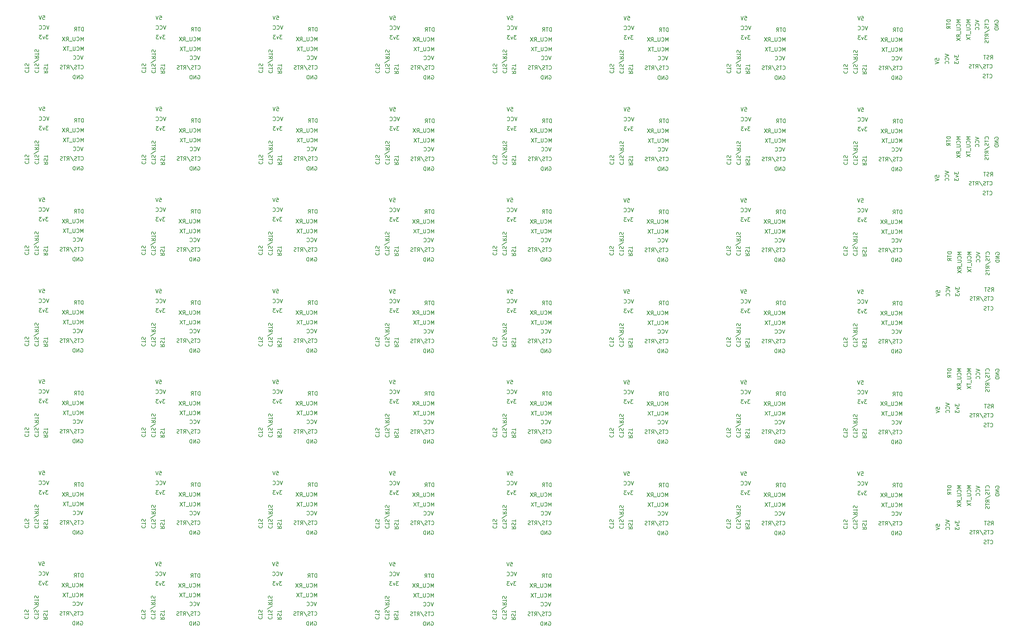
<source format=gbr>
%TF.GenerationSoftware,KiCad,Pcbnew,(5.1.6)-1*%
%TF.CreationDate,2020-07-01T09:45:42+05:30*%
%TF.ProjectId,single sided ch340c,73696e67-6c65-4207-9369-646564206368,rev?*%
%TF.SameCoordinates,Original*%
%TF.FileFunction,Legend,Bot*%
%TF.FilePolarity,Positive*%
%FSLAX46Y46*%
G04 Gerber Fmt 4.6, Leading zero omitted, Abs format (unit mm)*
G04 Created by KiCad (PCBNEW (5.1.6)-1) date 2020-07-01 09:45:42*
%MOMM*%
%LPD*%
G01*
G04 APERTURE LIST*
%ADD10C,0.150000*%
G04 APERTURE END LIST*
D10*
X266571480Y-57327966D02*
X267571480Y-57661300D01*
X266571480Y-57994633D01*
X267476242Y-58899395D02*
X267523861Y-58851776D01*
X267571480Y-58708919D01*
X267571480Y-58613680D01*
X267523861Y-58470823D01*
X267428623Y-58375585D01*
X267333385Y-58327966D01*
X267142909Y-58280347D01*
X267000052Y-58280347D01*
X266809576Y-58327966D01*
X266714338Y-58375585D01*
X266619100Y-58470823D01*
X266571480Y-58613680D01*
X266571480Y-58708919D01*
X266619100Y-58851776D01*
X266666719Y-58899395D01*
X267476242Y-59899395D02*
X267523861Y-59851776D01*
X267571480Y-59708919D01*
X267571480Y-59613680D01*
X267523861Y-59470823D01*
X267428623Y-59375585D01*
X267333385Y-59327966D01*
X267142909Y-59280347D01*
X267000052Y-59280347D01*
X266809576Y-59327966D01*
X266714338Y-59375585D01*
X266619100Y-59470823D01*
X266571480Y-59613680D01*
X266571480Y-59708919D01*
X266619100Y-59851776D01*
X266666719Y-59899395D01*
X279763599Y-17894395D02*
X279715979Y-17799157D01*
X279715979Y-17656300D01*
X279763599Y-17513442D01*
X279858837Y-17418204D01*
X279954075Y-17370585D01*
X280144551Y-17322966D01*
X280287408Y-17322966D01*
X280477884Y-17370585D01*
X280573122Y-17418204D01*
X280668360Y-17513442D01*
X280715979Y-17656300D01*
X280715979Y-17751538D01*
X280668360Y-17894395D01*
X280620741Y-17942014D01*
X280287408Y-17942014D01*
X280287408Y-17751538D01*
X280715979Y-18370585D02*
X279715979Y-18370585D01*
X280715979Y-18942014D01*
X279715979Y-18942014D01*
X280715979Y-19418204D02*
X279715979Y-19418204D01*
X279715979Y-19656300D01*
X279763599Y-19799157D01*
X279858837Y-19894395D01*
X279954075Y-19942014D01*
X280144551Y-19989633D01*
X280287408Y-19989633D01*
X280477884Y-19942014D01*
X280573122Y-19894395D01*
X280668360Y-19799157D01*
X280715979Y-19656300D01*
X280715979Y-19418204D01*
X274572480Y-17322966D02*
X275572480Y-17656300D01*
X274572480Y-17989633D01*
X275477242Y-18894395D02*
X275524861Y-18846776D01*
X275572480Y-18703919D01*
X275572480Y-18608680D01*
X275524861Y-18465823D01*
X275429623Y-18370585D01*
X275334385Y-18322966D01*
X275143909Y-18275347D01*
X275001052Y-18275347D01*
X274810576Y-18322966D01*
X274715338Y-18370585D01*
X274620100Y-18465823D01*
X274572480Y-18608680D01*
X274572480Y-18703919D01*
X274620100Y-18846776D01*
X274667719Y-18894395D01*
X275477242Y-19894395D02*
X275524861Y-19846776D01*
X275572480Y-19703919D01*
X275572480Y-19608680D01*
X275524861Y-19465823D01*
X275429623Y-19370585D01*
X275334385Y-19322966D01*
X275143909Y-19275347D01*
X275001052Y-19275347D01*
X274810576Y-19322966D01*
X274715338Y-19370585D01*
X274620100Y-19465823D01*
X274572480Y-19608680D01*
X274572480Y-19703919D01*
X274620100Y-19846776D01*
X274667719Y-19894395D01*
X278588720Y-27681180D02*
X278922053Y-27204990D01*
X279160148Y-27681180D02*
X279160148Y-26681180D01*
X278779196Y-26681180D01*
X278683958Y-26728800D01*
X278636339Y-26776419D01*
X278588720Y-26871657D01*
X278588720Y-27014514D01*
X278636339Y-27109752D01*
X278683958Y-27157371D01*
X278779196Y-27204990D01*
X279160148Y-27204990D01*
X278207767Y-27633561D02*
X278064910Y-27681180D01*
X277826815Y-27681180D01*
X277731577Y-27633561D01*
X277683958Y-27585942D01*
X277636339Y-27490704D01*
X277636339Y-27395466D01*
X277683958Y-27300228D01*
X277731577Y-27252609D01*
X277826815Y-27204990D01*
X278017291Y-27157371D01*
X278112529Y-27109752D01*
X278160148Y-27062133D01*
X278207767Y-26966895D01*
X278207767Y-26871657D01*
X278160148Y-26776419D01*
X278112529Y-26728800D01*
X278017291Y-26681180D01*
X277779196Y-26681180D01*
X277636339Y-26728800D01*
X277350624Y-26681180D02*
X276779196Y-26681180D01*
X277064910Y-27681180D02*
X277064910Y-26681180D01*
X274572480Y-48310966D02*
X275572480Y-48644300D01*
X274572480Y-48977633D01*
X275477242Y-49882395D02*
X275524861Y-49834776D01*
X275572480Y-49691919D01*
X275572480Y-49596680D01*
X275524861Y-49453823D01*
X275429623Y-49358585D01*
X275334385Y-49310966D01*
X275143909Y-49263347D01*
X275001052Y-49263347D01*
X274810576Y-49310966D01*
X274715338Y-49358585D01*
X274620100Y-49453823D01*
X274572480Y-49596680D01*
X274572480Y-49691919D01*
X274620100Y-49834776D01*
X274667719Y-49882395D01*
X275477242Y-50882395D02*
X275524861Y-50834776D01*
X275572480Y-50691919D01*
X275572480Y-50596680D01*
X275524861Y-50453823D01*
X275429623Y-50358585D01*
X275334385Y-50310966D01*
X275143909Y-50263347D01*
X275001052Y-50263347D01*
X274810576Y-50310966D01*
X274715338Y-50358585D01*
X274620100Y-50453823D01*
X274572480Y-50596680D01*
X274572480Y-50691919D01*
X274620100Y-50834776D01*
X274667719Y-50882395D01*
X278437671Y-60986942D02*
X278485290Y-61034561D01*
X278628147Y-61082180D01*
X278723385Y-61082180D01*
X278866242Y-61034561D01*
X278961480Y-60939323D01*
X279009100Y-60844085D01*
X279056719Y-60653609D01*
X279056719Y-60510752D01*
X279009100Y-60320276D01*
X278961480Y-60225038D01*
X278866242Y-60129800D01*
X278723385Y-60082180D01*
X278628147Y-60082180D01*
X278485290Y-60129800D01*
X278437671Y-60177419D01*
X278151957Y-60082180D02*
X277580528Y-60082180D01*
X277866242Y-61082180D02*
X277866242Y-60082180D01*
X277294814Y-61034561D02*
X277151957Y-61082180D01*
X276913861Y-61082180D01*
X276818623Y-61034561D01*
X276771004Y-60986942D01*
X276723385Y-60891704D01*
X276723385Y-60796466D01*
X276771004Y-60701228D01*
X276818623Y-60653609D01*
X276913861Y-60605990D01*
X277104338Y-60558371D01*
X277199576Y-60510752D01*
X277247195Y-60463133D01*
X277294814Y-60367895D01*
X277294814Y-60272657D01*
X277247195Y-60177419D01*
X277199576Y-60129800D01*
X277104338Y-60082180D01*
X276866242Y-60082180D01*
X276723385Y-60129800D01*
X275580528Y-60034561D02*
X276437671Y-61320276D01*
X274675766Y-61082180D02*
X275009100Y-60605990D01*
X275247195Y-61082180D02*
X275247195Y-60082180D01*
X274866242Y-60082180D01*
X274771004Y-60129800D01*
X274723385Y-60177419D01*
X274675766Y-60272657D01*
X274675766Y-60415514D01*
X274723385Y-60510752D01*
X274771004Y-60558371D01*
X274866242Y-60605990D01*
X275247195Y-60605990D01*
X274390052Y-60082180D02*
X273818623Y-60082180D01*
X274104338Y-61082180D02*
X274104338Y-60082180D01*
X273532909Y-61034561D02*
X273390052Y-61082180D01*
X273151957Y-61082180D01*
X273056719Y-61034561D01*
X273009100Y-60986942D01*
X272961480Y-60891704D01*
X272961480Y-60796466D01*
X273009100Y-60701228D01*
X273056719Y-60653609D01*
X273151957Y-60605990D01*
X273342433Y-60558371D01*
X273437671Y-60510752D01*
X273485290Y-60463133D01*
X273532909Y-60367895D01*
X273532909Y-60272657D01*
X273485290Y-60177419D01*
X273437671Y-60129800D01*
X273342433Y-60082180D01*
X273104338Y-60082180D01*
X272961480Y-60129800D01*
X270619480Y-48263514D02*
X269619480Y-48263514D01*
X270333766Y-48596847D01*
X269619480Y-48930180D01*
X270619480Y-48930180D01*
X270524242Y-49977800D02*
X270571861Y-49930180D01*
X270619480Y-49787323D01*
X270619480Y-49692085D01*
X270571861Y-49549228D01*
X270476623Y-49453990D01*
X270381385Y-49406371D01*
X270190909Y-49358752D01*
X270048052Y-49358752D01*
X269857576Y-49406371D01*
X269762338Y-49453990D01*
X269667100Y-49549228D01*
X269619480Y-49692085D01*
X269619480Y-49787323D01*
X269667100Y-49930180D01*
X269714719Y-49977800D01*
X269619480Y-50406371D02*
X270429004Y-50406371D01*
X270524242Y-50453990D01*
X270571861Y-50501609D01*
X270619480Y-50596847D01*
X270619480Y-50787323D01*
X270571861Y-50882561D01*
X270524242Y-50930180D01*
X270429004Y-50977800D01*
X269619480Y-50977800D01*
X270714719Y-51215895D02*
X270714719Y-51977800D01*
X270619480Y-52787323D02*
X270143290Y-52453990D01*
X270619480Y-52215895D02*
X269619480Y-52215895D01*
X269619480Y-52596847D01*
X269667100Y-52692085D01*
X269714719Y-52739704D01*
X269809957Y-52787323D01*
X269952814Y-52787323D01*
X270048052Y-52739704D01*
X270095671Y-52692085D01*
X270143290Y-52596847D01*
X270143290Y-52215895D01*
X269619480Y-53120657D02*
X270619480Y-53787323D01*
X269619480Y-53787323D02*
X270619480Y-53120657D01*
X278398219Y-32602442D02*
X278445838Y-32650061D01*
X278588695Y-32697680D01*
X278683933Y-32697680D01*
X278826790Y-32650061D01*
X278922028Y-32554823D01*
X278969647Y-32459585D01*
X279017266Y-32269109D01*
X279017266Y-32126252D01*
X278969647Y-31935776D01*
X278922028Y-31840538D01*
X278826790Y-31745300D01*
X278683933Y-31697680D01*
X278588695Y-31697680D01*
X278445838Y-31745300D01*
X278398219Y-31792919D01*
X278112504Y-31697680D02*
X277541076Y-31697680D01*
X277826790Y-32697680D02*
X277826790Y-31697680D01*
X277255361Y-32650061D02*
X277112504Y-32697680D01*
X276874409Y-32697680D01*
X276779171Y-32650061D01*
X276731552Y-32602442D01*
X276683933Y-32507204D01*
X276683933Y-32411966D01*
X276731552Y-32316728D01*
X276779171Y-32269109D01*
X276874409Y-32221490D01*
X277064885Y-32173871D01*
X277160123Y-32126252D01*
X277207742Y-32078633D01*
X277255361Y-31983395D01*
X277255361Y-31888157D01*
X277207742Y-31792919D01*
X277160123Y-31745300D01*
X277064885Y-31697680D01*
X276826790Y-31697680D01*
X276683933Y-31745300D01*
X269111480Y-57534324D02*
X269111480Y-58153372D01*
X269492433Y-57820039D01*
X269492433Y-57962896D01*
X269540052Y-58058134D01*
X269587671Y-58105753D01*
X269682909Y-58153372D01*
X269921004Y-58153372D01*
X270016242Y-58105753D01*
X270063861Y-58058134D01*
X270111480Y-57962896D01*
X270111480Y-57677181D01*
X270063861Y-57581943D01*
X270016242Y-57534324D01*
X269444814Y-58486705D02*
X270111480Y-58724801D01*
X269444814Y-58962896D01*
X269111480Y-59248610D02*
X269111480Y-59867658D01*
X269492433Y-59534324D01*
X269492433Y-59677181D01*
X269540052Y-59772420D01*
X269587671Y-59820039D01*
X269682909Y-59867658D01*
X269921004Y-59867658D01*
X270016242Y-59820039D01*
X270063861Y-59772420D01*
X270111480Y-59677181D01*
X270111480Y-59391467D01*
X270063861Y-59296229D01*
X270016242Y-59248610D01*
X266571479Y-26339966D02*
X267571479Y-26673300D01*
X266571479Y-27006633D01*
X267476241Y-27911395D02*
X267523860Y-27863776D01*
X267571479Y-27720919D01*
X267571479Y-27625680D01*
X267523860Y-27482823D01*
X267428622Y-27387585D01*
X267333384Y-27339966D01*
X267142908Y-27292347D01*
X267000051Y-27292347D01*
X266809575Y-27339966D01*
X266714337Y-27387585D01*
X266619099Y-27482823D01*
X266571479Y-27625680D01*
X266571479Y-27720919D01*
X266619099Y-27863776D01*
X266666718Y-27911395D01*
X267476241Y-28911395D02*
X267523860Y-28863776D01*
X267571479Y-28720919D01*
X267571479Y-28625680D01*
X267523860Y-28482823D01*
X267428622Y-28387585D01*
X267333384Y-28339966D01*
X267142908Y-28292347D01*
X267000051Y-28292347D01*
X266809575Y-28339966D01*
X266714337Y-28387585D01*
X266619099Y-28482823D01*
X266571479Y-28625680D01*
X266571479Y-28720919D01*
X266619099Y-28863776D01*
X266666718Y-28911395D01*
X269111480Y-26546323D02*
X269111480Y-27165371D01*
X269492433Y-26832038D01*
X269492433Y-26974895D01*
X269540052Y-27070133D01*
X269587671Y-27117752D01*
X269682909Y-27165371D01*
X269921004Y-27165371D01*
X270016242Y-27117752D01*
X270063861Y-27070133D01*
X270111480Y-26974895D01*
X270111480Y-26689180D01*
X270063861Y-26593942D01*
X270016242Y-26546323D01*
X269444814Y-27498704D02*
X270111480Y-27736800D01*
X269444814Y-27974895D01*
X269111480Y-28260609D02*
X269111480Y-28879657D01*
X269492433Y-28546323D01*
X269492433Y-28689180D01*
X269540052Y-28784419D01*
X269587671Y-28832038D01*
X269682909Y-28879657D01*
X269921004Y-28879657D01*
X270016242Y-28832038D01*
X270063861Y-28784419D01*
X270111480Y-28689180D01*
X270111480Y-28403466D01*
X270063861Y-28308228D01*
X270016242Y-28260609D01*
X278398219Y-63590442D02*
X278445838Y-63638061D01*
X278588695Y-63685680D01*
X278683933Y-63685680D01*
X278826790Y-63638061D01*
X278922028Y-63542823D01*
X278969647Y-63447585D01*
X279017266Y-63257109D01*
X279017266Y-63114252D01*
X278969647Y-62923776D01*
X278922028Y-62828538D01*
X278826790Y-62733300D01*
X278683933Y-62685680D01*
X278588695Y-62685680D01*
X278445838Y-62733300D01*
X278398219Y-62780919D01*
X278112504Y-62685680D02*
X277541076Y-62685680D01*
X277826790Y-63685680D02*
X277826790Y-62685680D01*
X277255361Y-63638061D02*
X277112504Y-63685680D01*
X276874409Y-63685680D01*
X276779171Y-63638061D01*
X276731552Y-63590442D01*
X276683933Y-63495204D01*
X276683933Y-63399966D01*
X276731552Y-63304728D01*
X276779171Y-63257109D01*
X276874409Y-63209490D01*
X277064885Y-63161871D01*
X277160123Y-63114252D01*
X277207742Y-63066633D01*
X277255361Y-62971395D01*
X277255361Y-62876157D01*
X277207742Y-62780919D01*
X277160123Y-62733300D01*
X277064885Y-62685680D01*
X276826790Y-62685680D01*
X276683933Y-62733300D01*
X263967980Y-27990823D02*
X263967980Y-27514633D01*
X264444171Y-27467014D01*
X264396552Y-27514633D01*
X264348933Y-27609871D01*
X264348933Y-27847966D01*
X264396552Y-27943204D01*
X264444171Y-27990823D01*
X264539409Y-28038442D01*
X264777504Y-28038442D01*
X264872742Y-27990823D01*
X264920361Y-27943204D01*
X264967980Y-27847966D01*
X264967980Y-27609871D01*
X264920361Y-27514633D01*
X264872742Y-27467014D01*
X263967980Y-28324157D02*
X264967980Y-28657490D01*
X263967980Y-28990823D01*
X268015980Y-48247442D02*
X267015980Y-48247442D01*
X267015980Y-48485538D01*
X267063600Y-48628395D01*
X267158838Y-48723633D01*
X267254076Y-48771252D01*
X267444552Y-48818871D01*
X267587409Y-48818871D01*
X267777885Y-48771252D01*
X267873123Y-48723633D01*
X267968361Y-48628395D01*
X268015980Y-48485538D01*
X268015980Y-48247442D01*
X267015980Y-49104585D02*
X267015980Y-49676014D01*
X268015980Y-49390300D02*
X267015980Y-49390300D01*
X268015980Y-50580776D02*
X267539790Y-50247442D01*
X268015980Y-50009347D02*
X267015980Y-50009347D01*
X267015980Y-50390300D01*
X267063600Y-50485538D01*
X267111219Y-50533157D01*
X267206457Y-50580776D01*
X267349314Y-50580776D01*
X267444552Y-50533157D01*
X267492171Y-50485538D01*
X267539790Y-50390300D01*
X267539790Y-50009347D01*
X278017242Y-17878728D02*
X278064861Y-17831109D01*
X278112480Y-17688252D01*
X278112480Y-17593014D01*
X278064861Y-17450157D01*
X277969623Y-17354919D01*
X277874385Y-17307300D01*
X277683909Y-17259680D01*
X277541052Y-17259680D01*
X277350576Y-17307300D01*
X277255338Y-17354919D01*
X277160100Y-17450157D01*
X277112480Y-17593014D01*
X277112480Y-17688252D01*
X277160100Y-17831109D01*
X277207719Y-17878728D01*
X277112480Y-18164442D02*
X277112480Y-18735871D01*
X278112480Y-18450157D02*
X277112480Y-18450157D01*
X278064861Y-19021585D02*
X278112480Y-19164442D01*
X278112480Y-19402538D01*
X278064861Y-19497776D01*
X278017242Y-19545395D01*
X277922004Y-19593014D01*
X277826766Y-19593014D01*
X277731528Y-19545395D01*
X277683909Y-19497776D01*
X277636290Y-19402538D01*
X277588671Y-19212061D01*
X277541052Y-19116823D01*
X277493433Y-19069204D01*
X277398195Y-19021585D01*
X277302957Y-19021585D01*
X277207719Y-19069204D01*
X277160100Y-19116823D01*
X277112480Y-19212061D01*
X277112480Y-19450157D01*
X277160100Y-19593014D01*
X277064861Y-20735871D02*
X278350576Y-19878728D01*
X278112480Y-21640633D02*
X277636290Y-21307300D01*
X278112480Y-21069204D02*
X277112480Y-21069204D01*
X277112480Y-21450157D01*
X277160100Y-21545395D01*
X277207719Y-21593014D01*
X277302957Y-21640633D01*
X277445814Y-21640633D01*
X277541052Y-21593014D01*
X277588671Y-21545395D01*
X277636290Y-21450157D01*
X277636290Y-21069204D01*
X277112480Y-21926347D02*
X277112480Y-22497776D01*
X278112480Y-22212061D02*
X277112480Y-22212061D01*
X278064861Y-22783490D02*
X278112480Y-22926347D01*
X278112480Y-23164442D01*
X278064861Y-23259680D01*
X278017242Y-23307300D01*
X277922004Y-23354919D01*
X277826766Y-23354919D01*
X277731528Y-23307300D01*
X277683909Y-23259680D01*
X277636290Y-23164442D01*
X277588671Y-22973966D01*
X277541052Y-22878728D01*
X277493433Y-22831109D01*
X277398195Y-22783490D01*
X277302957Y-22783490D01*
X277207719Y-22831109D01*
X277160100Y-22878728D01*
X277112480Y-22973966D01*
X277112480Y-23212061D01*
X277160100Y-23354919D01*
X263967980Y-58978823D02*
X263967980Y-58502633D01*
X264444171Y-58455014D01*
X264396552Y-58502633D01*
X264348933Y-58597871D01*
X264348933Y-58835966D01*
X264396552Y-58931204D01*
X264444171Y-58978823D01*
X264539409Y-59026442D01*
X264777504Y-59026442D01*
X264872742Y-58978823D01*
X264920361Y-58931204D01*
X264967980Y-58835966D01*
X264967980Y-58597871D01*
X264920361Y-58502633D01*
X264872742Y-58455014D01*
X263967980Y-59312157D02*
X264967980Y-59645490D01*
X263967980Y-59978823D01*
X278437671Y-29998942D02*
X278485290Y-30046561D01*
X278628147Y-30094180D01*
X278723385Y-30094180D01*
X278866242Y-30046561D01*
X278961480Y-29951323D01*
X279009100Y-29856085D01*
X279056719Y-29665609D01*
X279056719Y-29522752D01*
X279009100Y-29332276D01*
X278961480Y-29237038D01*
X278866242Y-29141800D01*
X278723385Y-29094180D01*
X278628147Y-29094180D01*
X278485290Y-29141800D01*
X278437671Y-29189419D01*
X278151957Y-29094180D02*
X277580528Y-29094180D01*
X277866242Y-30094180D02*
X277866242Y-29094180D01*
X277294814Y-30046561D02*
X277151957Y-30094180D01*
X276913861Y-30094180D01*
X276818623Y-30046561D01*
X276771004Y-29998942D01*
X276723385Y-29903704D01*
X276723385Y-29808466D01*
X276771004Y-29713228D01*
X276818623Y-29665609D01*
X276913861Y-29617990D01*
X277104338Y-29570371D01*
X277199576Y-29522752D01*
X277247195Y-29475133D01*
X277294814Y-29379895D01*
X277294814Y-29284657D01*
X277247195Y-29189419D01*
X277199576Y-29141800D01*
X277104338Y-29094180D01*
X276866242Y-29094180D01*
X276723385Y-29141800D01*
X275580528Y-29046561D02*
X276437671Y-30332276D01*
X274675766Y-30094180D02*
X275009100Y-29617990D01*
X275247195Y-30094180D02*
X275247195Y-29094180D01*
X274866242Y-29094180D01*
X274771004Y-29141800D01*
X274723385Y-29189419D01*
X274675766Y-29284657D01*
X274675766Y-29427514D01*
X274723385Y-29522752D01*
X274771004Y-29570371D01*
X274866242Y-29617990D01*
X275247195Y-29617990D01*
X274390052Y-29094180D02*
X273818623Y-29094180D01*
X274104338Y-30094180D02*
X274104338Y-29094180D01*
X273532909Y-30046561D02*
X273390052Y-30094180D01*
X273151957Y-30094180D01*
X273056719Y-30046561D01*
X273009100Y-29998942D01*
X272961480Y-29903704D01*
X272961480Y-29808466D01*
X273009100Y-29713228D01*
X273056719Y-29665609D01*
X273151957Y-29617990D01*
X273342433Y-29570371D01*
X273437671Y-29522752D01*
X273485290Y-29475133D01*
X273532909Y-29379895D01*
X273532909Y-29284657D01*
X273485290Y-29189419D01*
X273437671Y-29141800D01*
X273342433Y-29094180D01*
X273104338Y-29094180D01*
X272961480Y-29141800D01*
X278588719Y-58669179D02*
X278922052Y-58192989D01*
X279160147Y-58669179D02*
X279160147Y-57669179D01*
X278779195Y-57669179D01*
X278683957Y-57716799D01*
X278636338Y-57764418D01*
X278588719Y-57859656D01*
X278588719Y-58002513D01*
X278636338Y-58097751D01*
X278683957Y-58145370D01*
X278779195Y-58192989D01*
X279160147Y-58192989D01*
X278207766Y-58621560D02*
X278064909Y-58669179D01*
X277826814Y-58669179D01*
X277731576Y-58621560D01*
X277683957Y-58573941D01*
X277636338Y-58478703D01*
X277636338Y-58383465D01*
X277683957Y-58288227D01*
X277731576Y-58240608D01*
X277826814Y-58192989D01*
X278017290Y-58145370D01*
X278112528Y-58097751D01*
X278160147Y-58050132D01*
X278207766Y-57954894D01*
X278207766Y-57859656D01*
X278160147Y-57764418D01*
X278112528Y-57716799D01*
X278017290Y-57669179D01*
X277779195Y-57669179D01*
X277636338Y-57716799D01*
X277350623Y-57669179D02*
X276779195Y-57669179D01*
X277064909Y-58669179D02*
X277064909Y-57669179D01*
X268015980Y-17259442D02*
X267015980Y-17259442D01*
X267015980Y-17497538D01*
X267063600Y-17640395D01*
X267158838Y-17735633D01*
X267254076Y-17783252D01*
X267444552Y-17830871D01*
X267587409Y-17830871D01*
X267777885Y-17783252D01*
X267873123Y-17735633D01*
X267968361Y-17640395D01*
X268015980Y-17497538D01*
X268015980Y-17259442D01*
X267015980Y-18116585D02*
X267015980Y-18688014D01*
X268015980Y-18402300D02*
X267015980Y-18402300D01*
X268015980Y-19592776D02*
X267539790Y-19259442D01*
X268015980Y-19021347D02*
X267015980Y-19021347D01*
X267015980Y-19402300D01*
X267063600Y-19497538D01*
X267111219Y-19545157D01*
X267206457Y-19592776D01*
X267349314Y-19592776D01*
X267444552Y-19545157D01*
X267492171Y-19497538D01*
X267539790Y-19402300D01*
X267539790Y-19021347D01*
X273222980Y-48255561D02*
X272222980Y-48255561D01*
X272937266Y-48588895D01*
X272222980Y-48922228D01*
X273222980Y-48922228D01*
X273127742Y-49969847D02*
X273175361Y-49922228D01*
X273222980Y-49779371D01*
X273222980Y-49684133D01*
X273175361Y-49541276D01*
X273080123Y-49446038D01*
X272984885Y-49398419D01*
X272794409Y-49350800D01*
X272651552Y-49350800D01*
X272461076Y-49398419D01*
X272365838Y-49446038D01*
X272270600Y-49541276D01*
X272222980Y-49684133D01*
X272222980Y-49779371D01*
X272270600Y-49922228D01*
X272318219Y-49969847D01*
X272222980Y-50398419D02*
X273032504Y-50398419D01*
X273127742Y-50446038D01*
X273175361Y-50493657D01*
X273222980Y-50588895D01*
X273222980Y-50779371D01*
X273175361Y-50874609D01*
X273127742Y-50922228D01*
X273032504Y-50969847D01*
X272222980Y-50969847D01*
X273318219Y-51207942D02*
X273318219Y-51969847D01*
X272222980Y-52065085D02*
X272222980Y-52636514D01*
X273222980Y-52350800D02*
X272222980Y-52350800D01*
X272222980Y-52874609D02*
X273222980Y-53541276D01*
X272222980Y-53541276D02*
X273222980Y-52874609D01*
X270619480Y-17275514D02*
X269619480Y-17275514D01*
X270333766Y-17608847D01*
X269619480Y-17942180D01*
X270619480Y-17942180D01*
X270524242Y-18989800D02*
X270571861Y-18942180D01*
X270619480Y-18799323D01*
X270619480Y-18704085D01*
X270571861Y-18561228D01*
X270476623Y-18465990D01*
X270381385Y-18418371D01*
X270190909Y-18370752D01*
X270048052Y-18370752D01*
X269857576Y-18418371D01*
X269762338Y-18465990D01*
X269667100Y-18561228D01*
X269619480Y-18704085D01*
X269619480Y-18799323D01*
X269667100Y-18942180D01*
X269714719Y-18989800D01*
X269619480Y-19418371D02*
X270429004Y-19418371D01*
X270524242Y-19465990D01*
X270571861Y-19513609D01*
X270619480Y-19608847D01*
X270619480Y-19799323D01*
X270571861Y-19894561D01*
X270524242Y-19942180D01*
X270429004Y-19989800D01*
X269619480Y-19989800D01*
X270714719Y-20227895D02*
X270714719Y-20989800D01*
X270619480Y-21799323D02*
X270143290Y-21465990D01*
X270619480Y-21227895D02*
X269619480Y-21227895D01*
X269619480Y-21608847D01*
X269667100Y-21704085D01*
X269714719Y-21751704D01*
X269809957Y-21799323D01*
X269952814Y-21799323D01*
X270048052Y-21751704D01*
X270095671Y-21704085D01*
X270143290Y-21608847D01*
X270143290Y-21227895D01*
X269619480Y-22132657D02*
X270619480Y-22799323D01*
X269619480Y-22799323D02*
X270619480Y-22132657D01*
X273222980Y-17267561D02*
X272222980Y-17267561D01*
X272937266Y-17600895D01*
X272222980Y-17934228D01*
X273222980Y-17934228D01*
X273127742Y-18981847D02*
X273175361Y-18934228D01*
X273222980Y-18791371D01*
X273222980Y-18696133D01*
X273175361Y-18553276D01*
X273080123Y-18458038D01*
X272984885Y-18410419D01*
X272794409Y-18362800D01*
X272651552Y-18362800D01*
X272461076Y-18410419D01*
X272365838Y-18458038D01*
X272270600Y-18553276D01*
X272222980Y-18696133D01*
X272222980Y-18791371D01*
X272270600Y-18934228D01*
X272318219Y-18981847D01*
X272222980Y-19410419D02*
X273032504Y-19410419D01*
X273127742Y-19458038D01*
X273175361Y-19505657D01*
X273222980Y-19600895D01*
X273222980Y-19791371D01*
X273175361Y-19886609D01*
X273127742Y-19934228D01*
X273032504Y-19981847D01*
X272222980Y-19981847D01*
X273318219Y-20219942D02*
X273318219Y-20981847D01*
X272222980Y-21077085D02*
X272222980Y-21648514D01*
X273222980Y-21362800D02*
X272222980Y-21362800D01*
X272222980Y-21886609D02*
X273222980Y-22553276D01*
X272222980Y-22553276D02*
X273222980Y-21886609D01*
X278017242Y-48866728D02*
X278064861Y-48819109D01*
X278112480Y-48676252D01*
X278112480Y-48581014D01*
X278064861Y-48438157D01*
X277969623Y-48342919D01*
X277874385Y-48295300D01*
X277683909Y-48247680D01*
X277541052Y-48247680D01*
X277350576Y-48295300D01*
X277255338Y-48342919D01*
X277160100Y-48438157D01*
X277112480Y-48581014D01*
X277112480Y-48676252D01*
X277160100Y-48819109D01*
X277207719Y-48866728D01*
X277112480Y-49152442D02*
X277112480Y-49723871D01*
X278112480Y-49438157D02*
X277112480Y-49438157D01*
X278064861Y-50009585D02*
X278112480Y-50152442D01*
X278112480Y-50390538D01*
X278064861Y-50485776D01*
X278017242Y-50533395D01*
X277922004Y-50581014D01*
X277826766Y-50581014D01*
X277731528Y-50533395D01*
X277683909Y-50485776D01*
X277636290Y-50390538D01*
X277588671Y-50200061D01*
X277541052Y-50104823D01*
X277493433Y-50057204D01*
X277398195Y-50009585D01*
X277302957Y-50009585D01*
X277207719Y-50057204D01*
X277160100Y-50104823D01*
X277112480Y-50200061D01*
X277112480Y-50438157D01*
X277160100Y-50581014D01*
X277064861Y-51723871D02*
X278350576Y-50866728D01*
X278112480Y-52628633D02*
X277636290Y-52295300D01*
X278112480Y-52057204D02*
X277112480Y-52057204D01*
X277112480Y-52438157D01*
X277160100Y-52533395D01*
X277207719Y-52581014D01*
X277302957Y-52628633D01*
X277445814Y-52628633D01*
X277541052Y-52581014D01*
X277588671Y-52533395D01*
X277636290Y-52438157D01*
X277636290Y-52057204D01*
X277112480Y-52914347D02*
X277112480Y-53485776D01*
X278112480Y-53200061D02*
X277112480Y-53200061D01*
X278064861Y-53771490D02*
X278112480Y-53914347D01*
X278112480Y-54152442D01*
X278064861Y-54247680D01*
X278017242Y-54295300D01*
X277922004Y-54342919D01*
X277826766Y-54342919D01*
X277731528Y-54295300D01*
X277683909Y-54247680D01*
X277636290Y-54152442D01*
X277588671Y-53961966D01*
X277541052Y-53866728D01*
X277493433Y-53819109D01*
X277398195Y-53771490D01*
X277302957Y-53771490D01*
X277207719Y-53819109D01*
X277160100Y-53866728D01*
X277112480Y-53961966D01*
X277112480Y-54200061D01*
X277160100Y-54342919D01*
X279763599Y-48882395D02*
X279715979Y-48787157D01*
X279715979Y-48644300D01*
X279763599Y-48501442D01*
X279858837Y-48406204D01*
X279954075Y-48358585D01*
X280144551Y-48310966D01*
X280287408Y-48310966D01*
X280477884Y-48358585D01*
X280573122Y-48406204D01*
X280668360Y-48501442D01*
X280715979Y-48644300D01*
X280715979Y-48739538D01*
X280668360Y-48882395D01*
X280620741Y-48930014D01*
X280287408Y-48930014D01*
X280287408Y-48739538D01*
X280715979Y-49358585D02*
X279715979Y-49358585D01*
X280715979Y-49930014D01*
X279715979Y-49930014D01*
X280715979Y-50406204D02*
X279715979Y-50406204D01*
X279715979Y-50644300D01*
X279763599Y-50787157D01*
X279858837Y-50882395D01*
X279954075Y-50930014D01*
X280144551Y-50977633D01*
X280287408Y-50977633D01*
X280477884Y-50930014D01*
X280573122Y-50882395D01*
X280668360Y-50787157D01*
X280715979Y-50644300D01*
X280715979Y-50406204D01*
X151846019Y-151537919D02*
X152322209Y-151871252D01*
X151846019Y-152109347D02*
X152846019Y-152109347D01*
X152846019Y-151728395D01*
X152798400Y-151633157D01*
X152750780Y-151585538D01*
X152655542Y-151537919D01*
X152512685Y-151537919D01*
X152417447Y-151585538D01*
X152369828Y-151633157D01*
X152322209Y-151728395D01*
X152322209Y-152109347D01*
X151893638Y-151156966D02*
X151846019Y-151014109D01*
X151846019Y-150776014D01*
X151893638Y-150680776D01*
X151941257Y-150633157D01*
X152036495Y-150585538D01*
X152131733Y-150585538D01*
X152226971Y-150633157D01*
X152274590Y-150680776D01*
X152322209Y-150776014D01*
X152369828Y-150966490D01*
X152417447Y-151061728D01*
X152465066Y-151109347D01*
X152560304Y-151156966D01*
X152655542Y-151156966D01*
X152750780Y-151109347D01*
X152798400Y-151061728D01*
X152846019Y-150966490D01*
X152846019Y-150728395D01*
X152798400Y-150585538D01*
X152846019Y-150299823D02*
X152846019Y-149728395D01*
X151846019Y-150014109D02*
X152846019Y-150014109D01*
X153187233Y-139520680D02*
X152853900Y-140520680D01*
X152520566Y-139520680D01*
X151615804Y-140425442D02*
X151663423Y-140473061D01*
X151806280Y-140520680D01*
X151901519Y-140520680D01*
X152044376Y-140473061D01*
X152139614Y-140377823D01*
X152187233Y-140282585D01*
X152234852Y-140092109D01*
X152234852Y-139949252D01*
X152187233Y-139758776D01*
X152139614Y-139663538D01*
X152044376Y-139568300D01*
X151901519Y-139520680D01*
X151806280Y-139520680D01*
X151663423Y-139568300D01*
X151615804Y-139615919D01*
X150615804Y-140425442D02*
X150663423Y-140473061D01*
X150806280Y-140520680D01*
X150901519Y-140520680D01*
X151044376Y-140473061D01*
X151139614Y-140377823D01*
X151187233Y-140282585D01*
X151234852Y-140092109D01*
X151234852Y-139949252D01*
X151187233Y-139758776D01*
X151139614Y-139663538D01*
X151044376Y-139568300D01*
X150901519Y-139520680D01*
X150806280Y-139520680D01*
X150663423Y-139568300D01*
X150615804Y-139615919D01*
X162204233Y-147521680D02*
X161870900Y-148521680D01*
X161537566Y-147521680D01*
X160632804Y-148426442D02*
X160680423Y-148474061D01*
X160823280Y-148521680D01*
X160918519Y-148521680D01*
X161061376Y-148474061D01*
X161156614Y-148378823D01*
X161204233Y-148283585D01*
X161251852Y-148093109D01*
X161251852Y-147950252D01*
X161204233Y-147759776D01*
X161156614Y-147664538D01*
X161061376Y-147569300D01*
X160918519Y-147521680D01*
X160823280Y-147521680D01*
X160680423Y-147569300D01*
X160632804Y-147616919D01*
X159632804Y-148426442D02*
X159680423Y-148474061D01*
X159823280Y-148521680D01*
X159918519Y-148521680D01*
X160061376Y-148474061D01*
X160156614Y-148378823D01*
X160204233Y-148283585D01*
X160251852Y-148093109D01*
X160251852Y-147950252D01*
X160204233Y-147759776D01*
X160156614Y-147664538D01*
X160061376Y-147569300D01*
X159918519Y-147521680D01*
X159823280Y-147521680D01*
X159680423Y-147569300D01*
X159632804Y-147616919D01*
X213771219Y-151588719D02*
X214247409Y-151922052D01*
X213771219Y-152160147D02*
X214771219Y-152160147D01*
X214771219Y-151779195D01*
X214723600Y-151683957D01*
X214675980Y-151636338D01*
X214580742Y-151588719D01*
X214437885Y-151588719D01*
X214342647Y-151636338D01*
X214295028Y-151683957D01*
X214247409Y-151779195D01*
X214247409Y-152160147D01*
X213818838Y-151207766D02*
X213771219Y-151064909D01*
X213771219Y-150826814D01*
X213818838Y-150731576D01*
X213866457Y-150683957D01*
X213961695Y-150636338D01*
X214056933Y-150636338D01*
X214152171Y-150683957D01*
X214199790Y-150731576D01*
X214247409Y-150826814D01*
X214295028Y-151017290D01*
X214342647Y-151112528D01*
X214390266Y-151160147D01*
X214485504Y-151207766D01*
X214580742Y-151207766D01*
X214675980Y-151160147D01*
X214723600Y-151112528D01*
X214771219Y-151017290D01*
X214771219Y-150779195D01*
X214723600Y-150636338D01*
X214771219Y-150350623D02*
X214771219Y-149779195D01*
X213771219Y-150064909D02*
X214771219Y-150064909D01*
X162259638Y-146172180D02*
X162259638Y-145172180D01*
X161926304Y-145886466D01*
X161592971Y-145172180D01*
X161592971Y-146172180D01*
X160545352Y-146076942D02*
X160592971Y-146124561D01*
X160735828Y-146172180D01*
X160831066Y-146172180D01*
X160973923Y-146124561D01*
X161069161Y-146029323D01*
X161116780Y-145934085D01*
X161164400Y-145743609D01*
X161164400Y-145600752D01*
X161116780Y-145410276D01*
X161069161Y-145315038D01*
X160973923Y-145219800D01*
X160831066Y-145172180D01*
X160735828Y-145172180D01*
X160592971Y-145219800D01*
X160545352Y-145267419D01*
X160116780Y-145172180D02*
X160116780Y-145981704D01*
X160069161Y-146076942D01*
X160021542Y-146124561D01*
X159926304Y-146172180D01*
X159735828Y-146172180D01*
X159640590Y-146124561D01*
X159592971Y-146076942D01*
X159545352Y-145981704D01*
X159545352Y-145172180D01*
X159307257Y-146267419D02*
X158545352Y-146267419D01*
X158450114Y-145172180D02*
X157878685Y-145172180D01*
X158164400Y-146172180D02*
X158164400Y-145172180D01*
X157640590Y-145172180D02*
X156973923Y-146172180D01*
X156973923Y-145172180D02*
X157640590Y-146172180D01*
X161648471Y-150966442D02*
X161696090Y-151014061D01*
X161838947Y-151061680D01*
X161934185Y-151061680D01*
X162077042Y-151014061D01*
X162172280Y-150918823D01*
X162219900Y-150823585D01*
X162267519Y-150633109D01*
X162267519Y-150490252D01*
X162219900Y-150299776D01*
X162172280Y-150204538D01*
X162077042Y-150109300D01*
X161934185Y-150061680D01*
X161838947Y-150061680D01*
X161696090Y-150109300D01*
X161648471Y-150156919D01*
X161362757Y-150061680D02*
X160791328Y-150061680D01*
X161077042Y-151061680D02*
X161077042Y-150061680D01*
X160505614Y-151014061D02*
X160362757Y-151061680D01*
X160124661Y-151061680D01*
X160029423Y-151014061D01*
X159981804Y-150966442D01*
X159934185Y-150871204D01*
X159934185Y-150775966D01*
X159981804Y-150680728D01*
X160029423Y-150633109D01*
X160124661Y-150585490D01*
X160315138Y-150537871D01*
X160410376Y-150490252D01*
X160457995Y-150442633D01*
X160505614Y-150347395D01*
X160505614Y-150252157D01*
X160457995Y-150156919D01*
X160410376Y-150109300D01*
X160315138Y-150061680D01*
X160077042Y-150061680D01*
X159934185Y-150109300D01*
X158791328Y-150014061D02*
X159648471Y-151299776D01*
X157886566Y-151061680D02*
X158219900Y-150585490D01*
X158457995Y-151061680D02*
X158457995Y-150061680D01*
X158077042Y-150061680D01*
X157981804Y-150109300D01*
X157934185Y-150156919D01*
X157886566Y-150252157D01*
X157886566Y-150395014D01*
X157934185Y-150490252D01*
X157981804Y-150537871D01*
X158077042Y-150585490D01*
X158457995Y-150585490D01*
X157600852Y-150061680D02*
X157029423Y-150061680D01*
X157315138Y-151061680D02*
X157315138Y-150061680D01*
X156743709Y-151014061D02*
X156600852Y-151061680D01*
X156362757Y-151061680D01*
X156267519Y-151014061D01*
X156219900Y-150966442D01*
X156172280Y-150871204D01*
X156172280Y-150775966D01*
X156219900Y-150680728D01*
X156267519Y-150633109D01*
X156362757Y-150585490D01*
X156553233Y-150537871D01*
X156648471Y-150490252D01*
X156696090Y-150442633D01*
X156743709Y-150347395D01*
X156743709Y-150252157D01*
X156696090Y-150156919D01*
X156648471Y-150109300D01*
X156553233Y-150061680D01*
X156315138Y-150061680D01*
X156172280Y-150109300D01*
X211453457Y-151437671D02*
X211405838Y-151485290D01*
X211358219Y-151628147D01*
X211358219Y-151723385D01*
X211405838Y-151866242D01*
X211501076Y-151961480D01*
X211596314Y-152009100D01*
X211786790Y-152056719D01*
X211929647Y-152056719D01*
X212120123Y-152009100D01*
X212215361Y-151961480D01*
X212310600Y-151866242D01*
X212358219Y-151723385D01*
X212358219Y-151628147D01*
X212310600Y-151485290D01*
X212262980Y-151437671D01*
X212358219Y-151151957D02*
X212358219Y-150580528D01*
X211358219Y-150866242D02*
X212358219Y-150866242D01*
X211405838Y-150294814D02*
X211358219Y-150151957D01*
X211358219Y-149913861D01*
X211405838Y-149818623D01*
X211453457Y-149771004D01*
X211548695Y-149723385D01*
X211643933Y-149723385D01*
X211739171Y-149771004D01*
X211786790Y-149818623D01*
X211834409Y-149913861D01*
X211882028Y-150104338D01*
X211929647Y-150199576D01*
X211977266Y-150247195D01*
X212072504Y-150294814D01*
X212167742Y-150294814D01*
X212262980Y-150247195D01*
X212310600Y-150199576D01*
X212358219Y-150104338D01*
X212358219Y-149866242D01*
X212310600Y-149723385D01*
X212405838Y-148580528D02*
X211120123Y-149437671D01*
X211358219Y-147675766D02*
X211834409Y-148009100D01*
X211358219Y-148247195D02*
X212358219Y-148247195D01*
X212358219Y-147866242D01*
X212310600Y-147771004D01*
X212262980Y-147723385D01*
X212167742Y-147675766D01*
X212024885Y-147675766D01*
X211929647Y-147723385D01*
X211882028Y-147771004D01*
X211834409Y-147866242D01*
X211834409Y-148247195D01*
X212358219Y-147390052D02*
X212358219Y-146818623D01*
X211358219Y-147104338D02*
X212358219Y-147104338D01*
X211405838Y-146532909D02*
X211358219Y-146390052D01*
X211358219Y-146151957D01*
X211405838Y-146056719D01*
X211453457Y-146009100D01*
X211548695Y-145961480D01*
X211643933Y-145961480D01*
X211739171Y-146009100D01*
X211786790Y-146056719D01*
X211834409Y-146151957D01*
X211882028Y-146342433D01*
X211929647Y-146437671D01*
X211977266Y-146485290D01*
X212072504Y-146532909D01*
X212167742Y-146532909D01*
X212262980Y-146485290D01*
X212310600Y-146437671D01*
X212358219Y-146342433D01*
X212358219Y-146104338D01*
X212310600Y-145961480D01*
X162267757Y-140965180D02*
X162267757Y-139965180D01*
X162029661Y-139965180D01*
X161886804Y-140012800D01*
X161791566Y-140108038D01*
X161743947Y-140203276D01*
X161696328Y-140393752D01*
X161696328Y-140536609D01*
X161743947Y-140727085D01*
X161791566Y-140822323D01*
X161886804Y-140917561D01*
X162029661Y-140965180D01*
X162267757Y-140965180D01*
X161410614Y-139965180D02*
X160839185Y-139965180D01*
X161124900Y-140965180D02*
X161124900Y-139965180D01*
X159934423Y-140965180D02*
X160267757Y-140488990D01*
X160505852Y-140965180D02*
X160505852Y-139965180D01*
X160124900Y-139965180D01*
X160029661Y-140012800D01*
X159982042Y-140060419D01*
X159934423Y-140155657D01*
X159934423Y-140298514D01*
X159982042Y-140393752D01*
X160029661Y-140441371D01*
X160124900Y-140488990D01*
X160505852Y-140488990D01*
X162251685Y-143568680D02*
X162251685Y-142568680D01*
X161918352Y-143282966D01*
X161585019Y-142568680D01*
X161585019Y-143568680D01*
X160537400Y-143473442D02*
X160585019Y-143521061D01*
X160727876Y-143568680D01*
X160823114Y-143568680D01*
X160965971Y-143521061D01*
X161061209Y-143425823D01*
X161108828Y-143330585D01*
X161156447Y-143140109D01*
X161156447Y-142997252D01*
X161108828Y-142806776D01*
X161061209Y-142711538D01*
X160965971Y-142616300D01*
X160823114Y-142568680D01*
X160727876Y-142568680D01*
X160585019Y-142616300D01*
X160537400Y-142663919D01*
X160108828Y-142568680D02*
X160108828Y-143378204D01*
X160061209Y-143473442D01*
X160013590Y-143521061D01*
X159918352Y-143568680D01*
X159727876Y-143568680D01*
X159632638Y-143521061D01*
X159585019Y-143473442D01*
X159537400Y-143378204D01*
X159537400Y-142568680D01*
X159299304Y-143663919D02*
X158537400Y-143663919D01*
X157727876Y-143568680D02*
X158061209Y-143092490D01*
X158299304Y-143568680D02*
X158299304Y-142568680D01*
X157918352Y-142568680D01*
X157823114Y-142616300D01*
X157775495Y-142663919D01*
X157727876Y-142759157D01*
X157727876Y-142902014D01*
X157775495Y-142997252D01*
X157823114Y-143044871D01*
X157918352Y-143092490D01*
X158299304Y-143092490D01*
X157394542Y-142568680D02*
X156727876Y-143568680D01*
X156727876Y-142568680D02*
X157394542Y-143568680D01*
X152980876Y-142060680D02*
X152361828Y-142060680D01*
X152695161Y-142441633D01*
X152552304Y-142441633D01*
X152457066Y-142489252D01*
X152409447Y-142536871D01*
X152361828Y-142632109D01*
X152361828Y-142870204D01*
X152409447Y-142965442D01*
X152457066Y-143013061D01*
X152552304Y-143060680D01*
X152838019Y-143060680D01*
X152933257Y-143013061D01*
X152980876Y-142965442D01*
X152028495Y-142394014D02*
X151790400Y-143060680D01*
X151552304Y-142394014D01*
X151266590Y-142060680D02*
X150647542Y-142060680D01*
X150980876Y-142441633D01*
X150838019Y-142441633D01*
X150742780Y-142489252D01*
X150695161Y-142536871D01*
X150647542Y-142632109D01*
X150647542Y-142870204D01*
X150695161Y-142965442D01*
X150742780Y-143013061D01*
X150838019Y-143060680D01*
X151123733Y-143060680D01*
X151218971Y-143013061D01*
X151266590Y-142965442D01*
X151536376Y-136917180D02*
X152012566Y-136917180D01*
X152060185Y-137393371D01*
X152012566Y-137345752D01*
X151917328Y-137298133D01*
X151679233Y-137298133D01*
X151583995Y-137345752D01*
X151536376Y-137393371D01*
X151488757Y-137488609D01*
X151488757Y-137726704D01*
X151536376Y-137821942D01*
X151583995Y-137869561D01*
X151679233Y-137917180D01*
X151917328Y-137917180D01*
X152012566Y-137869561D01*
X152060185Y-137821942D01*
X151203042Y-136917180D02*
X150869709Y-137917180D01*
X150536376Y-136917180D01*
X84847157Y-175375819D02*
X84799538Y-175423438D01*
X84751919Y-175566295D01*
X84751919Y-175661533D01*
X84799538Y-175804390D01*
X84894776Y-175899628D01*
X84990014Y-175947247D01*
X85180490Y-175994866D01*
X85323347Y-175994866D01*
X85513823Y-175947247D01*
X85609061Y-175899628D01*
X85704300Y-175804390D01*
X85751919Y-175661533D01*
X85751919Y-175566295D01*
X85704300Y-175423438D01*
X85656680Y-175375819D01*
X85751919Y-175090104D02*
X85751919Y-174518676D01*
X84751919Y-174804390D02*
X85751919Y-174804390D01*
X84799538Y-174232961D02*
X84751919Y-174090104D01*
X84751919Y-173852009D01*
X84799538Y-173756771D01*
X84847157Y-173709152D01*
X84942395Y-173661533D01*
X85037633Y-173661533D01*
X85132871Y-173709152D01*
X85180490Y-173756771D01*
X85228109Y-173852009D01*
X85275728Y-174042485D01*
X85323347Y-174137723D01*
X85370966Y-174185342D01*
X85466204Y-174232961D01*
X85561442Y-174232961D01*
X85656680Y-174185342D01*
X85704300Y-174137723D01*
X85751919Y-174042485D01*
X85751919Y-173804390D01*
X85704300Y-173661533D01*
X90903276Y-166089080D02*
X90284228Y-166089080D01*
X90617561Y-166470033D01*
X90474704Y-166470033D01*
X90379466Y-166517652D01*
X90331847Y-166565271D01*
X90284228Y-166660509D01*
X90284228Y-166898604D01*
X90331847Y-166993842D01*
X90379466Y-167041461D01*
X90474704Y-167089080D01*
X90760419Y-167089080D01*
X90855657Y-167041461D01*
X90903276Y-166993842D01*
X89950895Y-166422414D02*
X89712800Y-167089080D01*
X89474704Y-166422414D01*
X89188990Y-166089080D02*
X88569942Y-166089080D01*
X88903276Y-166470033D01*
X88760419Y-166470033D01*
X88665180Y-166517652D01*
X88617561Y-166565271D01*
X88569942Y-166660509D01*
X88569942Y-166898604D01*
X88617561Y-166993842D01*
X88665180Y-167041461D01*
X88760419Y-167089080D01*
X89046133Y-167089080D01*
X89141371Y-167041461D01*
X89188990Y-166993842D01*
X100182038Y-170200580D02*
X100182038Y-169200580D01*
X99848704Y-169914866D01*
X99515371Y-169200580D01*
X99515371Y-170200580D01*
X98467752Y-170105342D02*
X98515371Y-170152961D01*
X98658228Y-170200580D01*
X98753466Y-170200580D01*
X98896323Y-170152961D01*
X98991561Y-170057723D01*
X99039180Y-169962485D01*
X99086800Y-169772009D01*
X99086800Y-169629152D01*
X99039180Y-169438676D01*
X98991561Y-169343438D01*
X98896323Y-169248200D01*
X98753466Y-169200580D01*
X98658228Y-169200580D01*
X98515371Y-169248200D01*
X98467752Y-169295819D01*
X98039180Y-169200580D02*
X98039180Y-170010104D01*
X97991561Y-170105342D01*
X97943942Y-170152961D01*
X97848704Y-170200580D01*
X97658228Y-170200580D01*
X97562990Y-170152961D01*
X97515371Y-170105342D01*
X97467752Y-170010104D01*
X97467752Y-169200580D01*
X97229657Y-170295819D02*
X96467752Y-170295819D01*
X96372514Y-169200580D02*
X95801085Y-169200580D01*
X96086800Y-170200580D02*
X96086800Y-169200580D01*
X95562990Y-169200580D02*
X94896323Y-170200580D01*
X94896323Y-169200580D02*
X95562990Y-170200580D01*
X38248885Y-167546280D02*
X38248885Y-166546280D01*
X37915552Y-167260566D01*
X37582219Y-166546280D01*
X37582219Y-167546280D01*
X36534600Y-167451042D02*
X36582219Y-167498661D01*
X36725076Y-167546280D01*
X36820314Y-167546280D01*
X36963171Y-167498661D01*
X37058409Y-167403423D01*
X37106028Y-167308185D01*
X37153647Y-167117709D01*
X37153647Y-166974852D01*
X37106028Y-166784376D01*
X37058409Y-166689138D01*
X36963171Y-166593900D01*
X36820314Y-166546280D01*
X36725076Y-166546280D01*
X36582219Y-166593900D01*
X36534600Y-166641519D01*
X36106028Y-166546280D02*
X36106028Y-167355804D01*
X36058409Y-167451042D01*
X36010790Y-167498661D01*
X35915552Y-167546280D01*
X35725076Y-167546280D01*
X35629838Y-167498661D01*
X35582219Y-167451042D01*
X35534600Y-167355804D01*
X35534600Y-166546280D01*
X35296504Y-167641519D02*
X34534600Y-167641519D01*
X33725076Y-167546280D02*
X34058409Y-167070090D01*
X34296504Y-167546280D02*
X34296504Y-166546280D01*
X33915552Y-166546280D01*
X33820314Y-166593900D01*
X33772695Y-166641519D01*
X33725076Y-166736757D01*
X33725076Y-166879614D01*
X33772695Y-166974852D01*
X33820314Y-167022471D01*
X33915552Y-167070090D01*
X34296504Y-167070090D01*
X33391742Y-166546280D02*
X32725076Y-167546280D01*
X32725076Y-166546280D02*
X33391742Y-167546280D01*
X131119238Y-170251380D02*
X131119238Y-169251380D01*
X130785904Y-169965666D01*
X130452571Y-169251380D01*
X130452571Y-170251380D01*
X129404952Y-170156142D02*
X129452571Y-170203761D01*
X129595428Y-170251380D01*
X129690666Y-170251380D01*
X129833523Y-170203761D01*
X129928761Y-170108523D01*
X129976380Y-170013285D01*
X130024000Y-169822809D01*
X130024000Y-169679952D01*
X129976380Y-169489476D01*
X129928761Y-169394238D01*
X129833523Y-169299000D01*
X129690666Y-169251380D01*
X129595428Y-169251380D01*
X129452571Y-169299000D01*
X129404952Y-169346619D01*
X128976380Y-169251380D02*
X128976380Y-170060904D01*
X128928761Y-170156142D01*
X128881142Y-170203761D01*
X128785904Y-170251380D01*
X128595428Y-170251380D01*
X128500190Y-170203761D01*
X128452571Y-170156142D01*
X128404952Y-170060904D01*
X128404952Y-169251380D01*
X128166857Y-170346619D02*
X127404952Y-170346619D01*
X127309714Y-169251380D02*
X126738285Y-169251380D01*
X127024000Y-170251380D02*
X127024000Y-169251380D01*
X126500190Y-169251380D02*
X125833523Y-170251380D01*
X125833523Y-169251380D02*
X126500190Y-170251380D01*
X37630004Y-176690400D02*
X37725242Y-176642780D01*
X37868100Y-176642780D01*
X38010957Y-176690400D01*
X38106195Y-176785638D01*
X38153814Y-176880876D01*
X38201433Y-177071352D01*
X38201433Y-177214209D01*
X38153814Y-177404685D01*
X38106195Y-177499923D01*
X38010957Y-177595161D01*
X37868100Y-177642780D01*
X37772861Y-177642780D01*
X37630004Y-177595161D01*
X37582385Y-177547542D01*
X37582385Y-177214209D01*
X37772861Y-177214209D01*
X37153814Y-177642780D02*
X37153814Y-176642780D01*
X36582385Y-177642780D01*
X36582385Y-176642780D01*
X36106195Y-177642780D02*
X36106195Y-176642780D01*
X35868100Y-176642780D01*
X35725242Y-176690400D01*
X35630004Y-176785638D01*
X35582385Y-176880876D01*
X35534766Y-177071352D01*
X35534766Y-177214209D01*
X35582385Y-177404685D01*
X35630004Y-177499923D01*
X35725242Y-177595161D01*
X35868100Y-177642780D01*
X36106195Y-177642780D01*
X131127357Y-165044380D02*
X131127357Y-164044380D01*
X130889261Y-164044380D01*
X130746404Y-164092000D01*
X130651166Y-164187238D01*
X130603547Y-164282476D01*
X130555928Y-164472952D01*
X130555928Y-164615809D01*
X130603547Y-164806285D01*
X130651166Y-164901523D01*
X130746404Y-164996761D01*
X130889261Y-165044380D01*
X131127357Y-165044380D01*
X130270214Y-164044380D02*
X129698785Y-164044380D01*
X129984500Y-165044380D02*
X129984500Y-164044380D01*
X128794023Y-165044380D02*
X129127357Y-164568190D01*
X129365452Y-165044380D02*
X129365452Y-164044380D01*
X128984500Y-164044380D01*
X128889261Y-164092000D01*
X128841642Y-164139619D01*
X128794023Y-164234857D01*
X128794023Y-164377714D01*
X128841642Y-164472952D01*
X128889261Y-164520571D01*
X128984500Y-164568190D01*
X129365452Y-164568190D01*
X100190157Y-164993580D02*
X100190157Y-163993580D01*
X99952061Y-163993580D01*
X99809204Y-164041200D01*
X99713966Y-164136438D01*
X99666347Y-164231676D01*
X99618728Y-164422152D01*
X99618728Y-164565009D01*
X99666347Y-164755485D01*
X99713966Y-164850723D01*
X99809204Y-164945961D01*
X99952061Y-164993580D01*
X100190157Y-164993580D01*
X99333014Y-163993580D02*
X98761585Y-163993580D01*
X99047300Y-164993580D02*
X99047300Y-163993580D01*
X97856823Y-164993580D02*
X98190157Y-164517390D01*
X98428252Y-164993580D02*
X98428252Y-163993580D01*
X98047300Y-163993580D01*
X97952061Y-164041200D01*
X97904442Y-164088819D01*
X97856823Y-164184057D01*
X97856823Y-164326914D01*
X97904442Y-164422152D01*
X97952061Y-164469771D01*
X98047300Y-164517390D01*
X98428252Y-164517390D01*
X131063833Y-171600880D02*
X130730500Y-172600880D01*
X130397166Y-171600880D01*
X129492404Y-172505642D02*
X129540023Y-172553261D01*
X129682880Y-172600880D01*
X129778119Y-172600880D01*
X129920976Y-172553261D01*
X130016214Y-172458023D01*
X130063833Y-172362785D01*
X130111452Y-172172309D01*
X130111452Y-172029452D01*
X130063833Y-171838976D01*
X130016214Y-171743738D01*
X129920976Y-171648500D01*
X129778119Y-171600880D01*
X129682880Y-171600880D01*
X129540023Y-171648500D01*
X129492404Y-171696119D01*
X128492404Y-172505642D02*
X128540023Y-172553261D01*
X128682880Y-172600880D01*
X128778119Y-172600880D01*
X128920976Y-172553261D01*
X129016214Y-172458023D01*
X129063833Y-172362785D01*
X129111452Y-172172309D01*
X129111452Y-172029452D01*
X129063833Y-171838976D01*
X129016214Y-171743738D01*
X128920976Y-171648500D01*
X128778119Y-171600880D01*
X128682880Y-171600880D01*
X128540023Y-171648500D01*
X128492404Y-171696119D01*
X89768419Y-175566319D02*
X90244609Y-175899652D01*
X89768419Y-176137747D02*
X90768419Y-176137747D01*
X90768419Y-175756795D01*
X90720800Y-175661557D01*
X90673180Y-175613938D01*
X90577942Y-175566319D01*
X90435085Y-175566319D01*
X90339847Y-175613938D01*
X90292228Y-175661557D01*
X90244609Y-175756795D01*
X90244609Y-176137747D01*
X89816038Y-175185366D02*
X89768419Y-175042509D01*
X89768419Y-174804414D01*
X89816038Y-174709176D01*
X89863657Y-174661557D01*
X89958895Y-174613938D01*
X90054133Y-174613938D01*
X90149371Y-174661557D01*
X90196990Y-174709176D01*
X90244609Y-174804414D01*
X90292228Y-174994890D01*
X90339847Y-175090128D01*
X90387466Y-175137747D01*
X90482704Y-175185366D01*
X90577942Y-175185366D01*
X90673180Y-175137747D01*
X90720800Y-175090128D01*
X90768419Y-174994890D01*
X90768419Y-174756795D01*
X90720800Y-174613938D01*
X90768419Y-174328223D02*
X90768419Y-173756795D01*
X89768419Y-174042509D02*
X90768419Y-174042509D01*
X100174085Y-167597080D02*
X100174085Y-166597080D01*
X99840752Y-167311366D01*
X99507419Y-166597080D01*
X99507419Y-167597080D01*
X98459800Y-167501842D02*
X98507419Y-167549461D01*
X98650276Y-167597080D01*
X98745514Y-167597080D01*
X98888371Y-167549461D01*
X98983609Y-167454223D01*
X99031228Y-167358985D01*
X99078847Y-167168509D01*
X99078847Y-167025652D01*
X99031228Y-166835176D01*
X98983609Y-166739938D01*
X98888371Y-166644700D01*
X98745514Y-166597080D01*
X98650276Y-166597080D01*
X98507419Y-166644700D01*
X98459800Y-166692319D01*
X98031228Y-166597080D02*
X98031228Y-167406604D01*
X97983609Y-167501842D01*
X97935990Y-167549461D01*
X97840752Y-167597080D01*
X97650276Y-167597080D01*
X97555038Y-167549461D01*
X97507419Y-167501842D01*
X97459800Y-167406604D01*
X97459800Y-166597080D01*
X97221704Y-167692319D02*
X96459800Y-167692319D01*
X95650276Y-167597080D02*
X95983609Y-167120890D01*
X96221704Y-167597080D02*
X96221704Y-166597080D01*
X95840752Y-166597080D01*
X95745514Y-166644700D01*
X95697895Y-166692319D01*
X95650276Y-166787557D01*
X95650276Y-166930414D01*
X95697895Y-167025652D01*
X95745514Y-167073271D01*
X95840752Y-167120890D01*
X96221704Y-167120890D01*
X95316942Y-166597080D02*
X94650276Y-167597080D01*
X94650276Y-166597080D02*
X95316942Y-167597080D01*
X28978076Y-166038280D02*
X28359028Y-166038280D01*
X28692361Y-166419233D01*
X28549504Y-166419233D01*
X28454266Y-166466852D01*
X28406647Y-166514471D01*
X28359028Y-166609709D01*
X28359028Y-166847804D01*
X28406647Y-166943042D01*
X28454266Y-166990661D01*
X28549504Y-167038280D01*
X28835219Y-167038280D01*
X28930457Y-166990661D01*
X28978076Y-166943042D01*
X28025695Y-166371614D02*
X27787600Y-167038280D01*
X27549504Y-166371614D01*
X27263790Y-166038280D02*
X26644742Y-166038280D01*
X26978076Y-166419233D01*
X26835219Y-166419233D01*
X26739980Y-166466852D01*
X26692361Y-166514471D01*
X26644742Y-166609709D01*
X26644742Y-166847804D01*
X26692361Y-166943042D01*
X26739980Y-166990661D01*
X26835219Y-167038280D01*
X27120933Y-167038280D01*
X27216171Y-166990661D01*
X27263790Y-166943042D01*
X38256838Y-170149780D02*
X38256838Y-169149780D01*
X37923504Y-169864066D01*
X37590171Y-169149780D01*
X37590171Y-170149780D01*
X36542552Y-170054542D02*
X36590171Y-170102161D01*
X36733028Y-170149780D01*
X36828266Y-170149780D01*
X36971123Y-170102161D01*
X37066361Y-170006923D01*
X37113980Y-169911685D01*
X37161600Y-169721209D01*
X37161600Y-169578352D01*
X37113980Y-169387876D01*
X37066361Y-169292638D01*
X36971123Y-169197400D01*
X36828266Y-169149780D01*
X36733028Y-169149780D01*
X36590171Y-169197400D01*
X36542552Y-169245019D01*
X36113980Y-169149780D02*
X36113980Y-169959304D01*
X36066361Y-170054542D01*
X36018742Y-170102161D01*
X35923504Y-170149780D01*
X35733028Y-170149780D01*
X35637790Y-170102161D01*
X35590171Y-170054542D01*
X35542552Y-169959304D01*
X35542552Y-169149780D01*
X35304457Y-170245019D02*
X34542552Y-170245019D01*
X34447314Y-169149780D02*
X33875885Y-169149780D01*
X34161600Y-170149780D02*
X34161600Y-169149780D01*
X33637790Y-169149780D02*
X32971123Y-170149780D01*
X32971123Y-169149780D02*
X33637790Y-170149780D01*
X27843219Y-175515519D02*
X28319409Y-175848852D01*
X27843219Y-176086947D02*
X28843219Y-176086947D01*
X28843219Y-175705995D01*
X28795600Y-175610757D01*
X28747980Y-175563138D01*
X28652742Y-175515519D01*
X28509885Y-175515519D01*
X28414647Y-175563138D01*
X28367028Y-175610757D01*
X28319409Y-175705995D01*
X28319409Y-176086947D01*
X27890838Y-175134566D02*
X27843219Y-174991709D01*
X27843219Y-174753614D01*
X27890838Y-174658376D01*
X27938457Y-174610757D01*
X28033695Y-174563138D01*
X28128933Y-174563138D01*
X28224171Y-174610757D01*
X28271790Y-174658376D01*
X28319409Y-174753614D01*
X28367028Y-174944090D01*
X28414647Y-175039328D01*
X28462266Y-175086947D01*
X28557504Y-175134566D01*
X28652742Y-175134566D01*
X28747980Y-175086947D01*
X28795600Y-175039328D01*
X28843219Y-174944090D01*
X28843219Y-174705995D01*
X28795600Y-174563138D01*
X28843219Y-174277423D02*
X28843219Y-173705995D01*
X27843219Y-173991709D02*
X28843219Y-173991709D01*
X89458776Y-160945580D02*
X89934966Y-160945580D01*
X89982585Y-161421771D01*
X89934966Y-161374152D01*
X89839728Y-161326533D01*
X89601633Y-161326533D01*
X89506395Y-161374152D01*
X89458776Y-161421771D01*
X89411157Y-161517009D01*
X89411157Y-161755104D01*
X89458776Y-161850342D01*
X89506395Y-161897961D01*
X89601633Y-161945580D01*
X89839728Y-161945580D01*
X89934966Y-161897961D01*
X89982585Y-161850342D01*
X89125442Y-160945580D02*
X88792109Y-161945580D01*
X88458776Y-160945580D01*
X122046833Y-163599880D02*
X121713500Y-164599880D01*
X121380166Y-163599880D01*
X120475404Y-164504642D02*
X120523023Y-164552261D01*
X120665880Y-164599880D01*
X120761119Y-164599880D01*
X120903976Y-164552261D01*
X120999214Y-164457023D01*
X121046833Y-164361785D01*
X121094452Y-164171309D01*
X121094452Y-164028452D01*
X121046833Y-163837976D01*
X120999214Y-163742738D01*
X120903976Y-163647500D01*
X120761119Y-163599880D01*
X120665880Y-163599880D01*
X120523023Y-163647500D01*
X120475404Y-163695119D01*
X119475404Y-164504642D02*
X119523023Y-164552261D01*
X119665880Y-164599880D01*
X119761119Y-164599880D01*
X119903976Y-164552261D01*
X119999214Y-164457023D01*
X120046833Y-164361785D01*
X120094452Y-164171309D01*
X120094452Y-164028452D01*
X120046833Y-163837976D01*
X119999214Y-163742738D01*
X119903976Y-163647500D01*
X119761119Y-163599880D01*
X119665880Y-163599880D01*
X119523023Y-163647500D01*
X119475404Y-163695119D01*
X38264957Y-164942780D02*
X38264957Y-163942780D01*
X38026861Y-163942780D01*
X37884004Y-163990400D01*
X37788766Y-164085638D01*
X37741147Y-164180876D01*
X37693528Y-164371352D01*
X37693528Y-164514209D01*
X37741147Y-164704685D01*
X37788766Y-164799923D01*
X37884004Y-164895161D01*
X38026861Y-164942780D01*
X38264957Y-164942780D01*
X37407814Y-163942780D02*
X36836385Y-163942780D01*
X37122100Y-164942780D02*
X37122100Y-163942780D01*
X35931623Y-164942780D02*
X36264957Y-164466590D01*
X36503052Y-164942780D02*
X36503052Y-163942780D01*
X36122100Y-163942780D01*
X36026861Y-163990400D01*
X35979242Y-164038019D01*
X35931623Y-164133257D01*
X35931623Y-164276114D01*
X35979242Y-164371352D01*
X36026861Y-164418971D01*
X36122100Y-164466590D01*
X36503052Y-164466590D01*
X130492404Y-176792000D02*
X130587642Y-176744380D01*
X130730500Y-176744380D01*
X130873357Y-176792000D01*
X130968595Y-176887238D01*
X131016214Y-176982476D01*
X131063833Y-177172952D01*
X131063833Y-177315809D01*
X131016214Y-177506285D01*
X130968595Y-177601523D01*
X130873357Y-177696761D01*
X130730500Y-177744380D01*
X130635261Y-177744380D01*
X130492404Y-177696761D01*
X130444785Y-177649142D01*
X130444785Y-177315809D01*
X130635261Y-177315809D01*
X130016214Y-177744380D02*
X130016214Y-176744380D01*
X129444785Y-177744380D01*
X129444785Y-176744380D01*
X128968595Y-177744380D02*
X128968595Y-176744380D01*
X128730500Y-176744380D01*
X128587642Y-176792000D01*
X128492404Y-176887238D01*
X128444785Y-176982476D01*
X128397166Y-177172952D01*
X128397166Y-177315809D01*
X128444785Y-177506285D01*
X128492404Y-177601523D01*
X128587642Y-177696761D01*
X128730500Y-177744380D01*
X128968595Y-177744380D01*
X115784357Y-175426619D02*
X115736738Y-175474238D01*
X115689119Y-175617095D01*
X115689119Y-175712333D01*
X115736738Y-175855190D01*
X115831976Y-175950428D01*
X115927214Y-175998047D01*
X116117690Y-176045666D01*
X116260547Y-176045666D01*
X116451023Y-175998047D01*
X116546261Y-175950428D01*
X116641500Y-175855190D01*
X116689119Y-175712333D01*
X116689119Y-175617095D01*
X116641500Y-175474238D01*
X116593880Y-175426619D01*
X116689119Y-175140904D02*
X116689119Y-174569476D01*
X115689119Y-174855190D02*
X116689119Y-174855190D01*
X115736738Y-174283761D02*
X115689119Y-174140904D01*
X115689119Y-173902809D01*
X115736738Y-173807571D01*
X115784357Y-173759952D01*
X115879595Y-173712333D01*
X115974833Y-173712333D01*
X116070071Y-173759952D01*
X116117690Y-173807571D01*
X116165309Y-173902809D01*
X116212928Y-174093285D01*
X116260547Y-174188523D01*
X116308166Y-174236142D01*
X116403404Y-174283761D01*
X116498642Y-174283761D01*
X116593880Y-174236142D01*
X116641500Y-174188523D01*
X116689119Y-174093285D01*
X116689119Y-173855190D01*
X116641500Y-173712333D01*
X99570871Y-174994842D02*
X99618490Y-175042461D01*
X99761347Y-175090080D01*
X99856585Y-175090080D01*
X99999442Y-175042461D01*
X100094680Y-174947223D01*
X100142300Y-174851985D01*
X100189919Y-174661509D01*
X100189919Y-174518652D01*
X100142300Y-174328176D01*
X100094680Y-174232938D01*
X99999442Y-174137700D01*
X99856585Y-174090080D01*
X99761347Y-174090080D01*
X99618490Y-174137700D01*
X99570871Y-174185319D01*
X99285157Y-174090080D02*
X98713728Y-174090080D01*
X98999442Y-175090080D02*
X98999442Y-174090080D01*
X98428014Y-175042461D02*
X98285157Y-175090080D01*
X98047061Y-175090080D01*
X97951823Y-175042461D01*
X97904204Y-174994842D01*
X97856585Y-174899604D01*
X97856585Y-174804366D01*
X97904204Y-174709128D01*
X97951823Y-174661509D01*
X98047061Y-174613890D01*
X98237538Y-174566271D01*
X98332776Y-174518652D01*
X98380395Y-174471033D01*
X98428014Y-174375795D01*
X98428014Y-174280557D01*
X98380395Y-174185319D01*
X98332776Y-174137700D01*
X98237538Y-174090080D01*
X97999442Y-174090080D01*
X97856585Y-174137700D01*
X96713728Y-174042461D02*
X97570871Y-175328176D01*
X95808966Y-175090080D02*
X96142300Y-174613890D01*
X96380395Y-175090080D02*
X96380395Y-174090080D01*
X95999442Y-174090080D01*
X95904204Y-174137700D01*
X95856585Y-174185319D01*
X95808966Y-174280557D01*
X95808966Y-174423414D01*
X95856585Y-174518652D01*
X95904204Y-174566271D01*
X95999442Y-174613890D01*
X96380395Y-174613890D01*
X95523252Y-174090080D02*
X94951823Y-174090080D01*
X95237538Y-175090080D02*
X95237538Y-174090080D01*
X94666109Y-175042461D02*
X94523252Y-175090080D01*
X94285157Y-175090080D01*
X94189919Y-175042461D01*
X94142300Y-174994842D01*
X94094680Y-174899604D01*
X94094680Y-174804366D01*
X94142300Y-174709128D01*
X94189919Y-174661509D01*
X94285157Y-174613890D01*
X94475633Y-174566271D01*
X94570871Y-174518652D01*
X94618490Y-174471033D01*
X94666109Y-174375795D01*
X94666109Y-174280557D01*
X94618490Y-174185319D01*
X94570871Y-174137700D01*
X94475633Y-174090080D01*
X94237538Y-174090080D01*
X94094680Y-174137700D01*
X22921957Y-175325019D02*
X22874338Y-175372638D01*
X22826719Y-175515495D01*
X22826719Y-175610733D01*
X22874338Y-175753590D01*
X22969576Y-175848828D01*
X23064814Y-175896447D01*
X23255290Y-175944066D01*
X23398147Y-175944066D01*
X23588623Y-175896447D01*
X23683861Y-175848828D01*
X23779100Y-175753590D01*
X23826719Y-175610733D01*
X23826719Y-175515495D01*
X23779100Y-175372638D01*
X23731480Y-175325019D01*
X23826719Y-175039304D02*
X23826719Y-174467876D01*
X22826719Y-174753590D02*
X23826719Y-174753590D01*
X22874338Y-174182161D02*
X22826719Y-174039304D01*
X22826719Y-173801209D01*
X22874338Y-173705971D01*
X22921957Y-173658352D01*
X23017195Y-173610733D01*
X23112433Y-173610733D01*
X23207671Y-173658352D01*
X23255290Y-173705971D01*
X23302909Y-173801209D01*
X23350528Y-173991685D01*
X23398147Y-174086923D01*
X23445766Y-174134542D01*
X23541004Y-174182161D01*
X23636242Y-174182161D01*
X23731480Y-174134542D01*
X23779100Y-174086923D01*
X23826719Y-173991685D01*
X23826719Y-173753590D01*
X23779100Y-173610733D01*
X120705619Y-175617119D02*
X121181809Y-175950452D01*
X120705619Y-176188547D02*
X121705619Y-176188547D01*
X121705619Y-175807595D01*
X121658000Y-175712357D01*
X121610380Y-175664738D01*
X121515142Y-175617119D01*
X121372285Y-175617119D01*
X121277047Y-175664738D01*
X121229428Y-175712357D01*
X121181809Y-175807595D01*
X121181809Y-176188547D01*
X120753238Y-175236166D02*
X120705619Y-175093309D01*
X120705619Y-174855214D01*
X120753238Y-174759976D01*
X120800857Y-174712357D01*
X120896095Y-174664738D01*
X120991333Y-174664738D01*
X121086571Y-174712357D01*
X121134190Y-174759976D01*
X121181809Y-174855214D01*
X121229428Y-175045690D01*
X121277047Y-175140928D01*
X121324666Y-175188547D01*
X121419904Y-175236166D01*
X121515142Y-175236166D01*
X121610380Y-175188547D01*
X121658000Y-175140928D01*
X121705619Y-175045690D01*
X121705619Y-174807595D01*
X121658000Y-174664738D01*
X121705619Y-174379023D02*
X121705619Y-173807595D01*
X120705619Y-174093309D02*
X121705619Y-174093309D01*
X99555204Y-176741200D02*
X99650442Y-176693580D01*
X99793300Y-176693580D01*
X99936157Y-176741200D01*
X100031395Y-176836438D01*
X100079014Y-176931676D01*
X100126633Y-177122152D01*
X100126633Y-177265009D01*
X100079014Y-177455485D01*
X100031395Y-177550723D01*
X99936157Y-177645961D01*
X99793300Y-177693580D01*
X99698061Y-177693580D01*
X99555204Y-177645961D01*
X99507585Y-177598342D01*
X99507585Y-177265009D01*
X99698061Y-177265009D01*
X99079014Y-177693580D02*
X99079014Y-176693580D01*
X98507585Y-177693580D01*
X98507585Y-176693580D01*
X98031395Y-177693580D02*
X98031395Y-176693580D01*
X97793300Y-176693580D01*
X97650442Y-176741200D01*
X97555204Y-176836438D01*
X97507585Y-176931676D01*
X97459966Y-177122152D01*
X97459966Y-177265009D01*
X97507585Y-177455485D01*
X97555204Y-177550723D01*
X97650442Y-177645961D01*
X97793300Y-177693580D01*
X98031395Y-177693580D01*
X38201433Y-171499280D02*
X37868100Y-172499280D01*
X37534766Y-171499280D01*
X36630004Y-172404042D02*
X36677623Y-172451661D01*
X36820480Y-172499280D01*
X36915719Y-172499280D01*
X37058576Y-172451661D01*
X37153814Y-172356423D01*
X37201433Y-172261185D01*
X37249052Y-172070709D01*
X37249052Y-171927852D01*
X37201433Y-171737376D01*
X37153814Y-171642138D01*
X37058576Y-171546900D01*
X36915719Y-171499280D01*
X36820480Y-171499280D01*
X36677623Y-171546900D01*
X36630004Y-171594519D01*
X35630004Y-172404042D02*
X35677623Y-172451661D01*
X35820480Y-172499280D01*
X35915719Y-172499280D01*
X36058576Y-172451661D01*
X36153814Y-172356423D01*
X36201433Y-172261185D01*
X36249052Y-172070709D01*
X36249052Y-171927852D01*
X36201433Y-171737376D01*
X36153814Y-171642138D01*
X36058576Y-171546900D01*
X35915719Y-171499280D01*
X35820480Y-171499280D01*
X35677623Y-171546900D01*
X35630004Y-171594519D01*
X29184433Y-163498280D02*
X28851100Y-164498280D01*
X28517766Y-163498280D01*
X27613004Y-164403042D02*
X27660623Y-164450661D01*
X27803480Y-164498280D01*
X27898719Y-164498280D01*
X28041576Y-164450661D01*
X28136814Y-164355423D01*
X28184433Y-164260185D01*
X28232052Y-164069709D01*
X28232052Y-163926852D01*
X28184433Y-163736376D01*
X28136814Y-163641138D01*
X28041576Y-163545900D01*
X27898719Y-163498280D01*
X27803480Y-163498280D01*
X27660623Y-163545900D01*
X27613004Y-163593519D01*
X26613004Y-164403042D02*
X26660623Y-164450661D01*
X26803480Y-164498280D01*
X26898719Y-164498280D01*
X27041576Y-164450661D01*
X27136814Y-164355423D01*
X27184433Y-164260185D01*
X27232052Y-164069709D01*
X27232052Y-163926852D01*
X27184433Y-163736376D01*
X27136814Y-163641138D01*
X27041576Y-163545900D01*
X26898719Y-163498280D01*
X26803480Y-163498280D01*
X26660623Y-163545900D01*
X26613004Y-163593519D01*
X87450657Y-175415271D02*
X87403038Y-175462890D01*
X87355419Y-175605747D01*
X87355419Y-175700985D01*
X87403038Y-175843842D01*
X87498276Y-175939080D01*
X87593514Y-175986700D01*
X87783990Y-176034319D01*
X87926847Y-176034319D01*
X88117323Y-175986700D01*
X88212561Y-175939080D01*
X88307800Y-175843842D01*
X88355419Y-175700985D01*
X88355419Y-175605747D01*
X88307800Y-175462890D01*
X88260180Y-175415271D01*
X88355419Y-175129557D02*
X88355419Y-174558128D01*
X87355419Y-174843842D02*
X88355419Y-174843842D01*
X87403038Y-174272414D02*
X87355419Y-174129557D01*
X87355419Y-173891461D01*
X87403038Y-173796223D01*
X87450657Y-173748604D01*
X87545895Y-173700985D01*
X87641133Y-173700985D01*
X87736371Y-173748604D01*
X87783990Y-173796223D01*
X87831609Y-173891461D01*
X87879228Y-174081938D01*
X87926847Y-174177176D01*
X87974466Y-174224795D01*
X88069704Y-174272414D01*
X88164942Y-174272414D01*
X88260180Y-174224795D01*
X88307800Y-174177176D01*
X88355419Y-174081938D01*
X88355419Y-173843842D01*
X88307800Y-173700985D01*
X88403038Y-172558128D02*
X87117323Y-173415271D01*
X87355419Y-171653366D02*
X87831609Y-171986700D01*
X87355419Y-172224795D02*
X88355419Y-172224795D01*
X88355419Y-171843842D01*
X88307800Y-171748604D01*
X88260180Y-171700985D01*
X88164942Y-171653366D01*
X88022085Y-171653366D01*
X87926847Y-171700985D01*
X87879228Y-171748604D01*
X87831609Y-171843842D01*
X87831609Y-172224795D01*
X88355419Y-171367652D02*
X88355419Y-170796223D01*
X87355419Y-171081938D02*
X88355419Y-171081938D01*
X87403038Y-170510509D02*
X87355419Y-170367652D01*
X87355419Y-170129557D01*
X87403038Y-170034319D01*
X87450657Y-169986700D01*
X87545895Y-169939080D01*
X87641133Y-169939080D01*
X87736371Y-169986700D01*
X87783990Y-170034319D01*
X87831609Y-170129557D01*
X87879228Y-170320033D01*
X87926847Y-170415271D01*
X87974466Y-170462890D01*
X88069704Y-170510509D01*
X88164942Y-170510509D01*
X88260180Y-170462890D01*
X88307800Y-170415271D01*
X88355419Y-170320033D01*
X88355419Y-170081938D01*
X88307800Y-169939080D01*
X120395976Y-160996380D02*
X120872166Y-160996380D01*
X120919785Y-161472571D01*
X120872166Y-161424952D01*
X120776928Y-161377333D01*
X120538833Y-161377333D01*
X120443595Y-161424952D01*
X120395976Y-161472571D01*
X120348357Y-161567809D01*
X120348357Y-161805904D01*
X120395976Y-161901142D01*
X120443595Y-161948761D01*
X120538833Y-161996380D01*
X120776928Y-161996380D01*
X120872166Y-161948761D01*
X120919785Y-161901142D01*
X120062642Y-160996380D02*
X119729309Y-161996380D01*
X119395976Y-160996380D01*
X91109633Y-163549080D02*
X90776300Y-164549080D01*
X90442966Y-163549080D01*
X89538204Y-164453842D02*
X89585823Y-164501461D01*
X89728680Y-164549080D01*
X89823919Y-164549080D01*
X89966776Y-164501461D01*
X90062014Y-164406223D01*
X90109633Y-164310985D01*
X90157252Y-164120509D01*
X90157252Y-163977652D01*
X90109633Y-163787176D01*
X90062014Y-163691938D01*
X89966776Y-163596700D01*
X89823919Y-163549080D01*
X89728680Y-163549080D01*
X89585823Y-163596700D01*
X89538204Y-163644319D01*
X88538204Y-164453842D02*
X88585823Y-164501461D01*
X88728680Y-164549080D01*
X88823919Y-164549080D01*
X88966776Y-164501461D01*
X89062014Y-164406223D01*
X89109633Y-164310985D01*
X89157252Y-164120509D01*
X89157252Y-163977652D01*
X89109633Y-163787176D01*
X89062014Y-163691938D01*
X88966776Y-163596700D01*
X88823919Y-163549080D01*
X88728680Y-163549080D01*
X88585823Y-163596700D01*
X88538204Y-163644319D01*
X27533576Y-160894780D02*
X28009766Y-160894780D01*
X28057385Y-161370971D01*
X28009766Y-161323352D01*
X27914528Y-161275733D01*
X27676433Y-161275733D01*
X27581195Y-161323352D01*
X27533576Y-161370971D01*
X27485957Y-161466209D01*
X27485957Y-161704304D01*
X27533576Y-161799542D01*
X27581195Y-161847161D01*
X27676433Y-161894780D01*
X27914528Y-161894780D01*
X28009766Y-161847161D01*
X28057385Y-161799542D01*
X27200242Y-160894780D02*
X26866909Y-161894780D01*
X26533576Y-160894780D01*
X37645671Y-174944042D02*
X37693290Y-174991661D01*
X37836147Y-175039280D01*
X37931385Y-175039280D01*
X38074242Y-174991661D01*
X38169480Y-174896423D01*
X38217100Y-174801185D01*
X38264719Y-174610709D01*
X38264719Y-174467852D01*
X38217100Y-174277376D01*
X38169480Y-174182138D01*
X38074242Y-174086900D01*
X37931385Y-174039280D01*
X37836147Y-174039280D01*
X37693290Y-174086900D01*
X37645671Y-174134519D01*
X37359957Y-174039280D02*
X36788528Y-174039280D01*
X37074242Y-175039280D02*
X37074242Y-174039280D01*
X36502814Y-174991661D02*
X36359957Y-175039280D01*
X36121861Y-175039280D01*
X36026623Y-174991661D01*
X35979004Y-174944042D01*
X35931385Y-174848804D01*
X35931385Y-174753566D01*
X35979004Y-174658328D01*
X36026623Y-174610709D01*
X36121861Y-174563090D01*
X36312338Y-174515471D01*
X36407576Y-174467852D01*
X36455195Y-174420233D01*
X36502814Y-174324995D01*
X36502814Y-174229757D01*
X36455195Y-174134519D01*
X36407576Y-174086900D01*
X36312338Y-174039280D01*
X36074242Y-174039280D01*
X35931385Y-174086900D01*
X34788528Y-173991661D02*
X35645671Y-175277376D01*
X33883766Y-175039280D02*
X34217100Y-174563090D01*
X34455195Y-175039280D02*
X34455195Y-174039280D01*
X34074242Y-174039280D01*
X33979004Y-174086900D01*
X33931385Y-174134519D01*
X33883766Y-174229757D01*
X33883766Y-174372614D01*
X33931385Y-174467852D01*
X33979004Y-174515471D01*
X34074242Y-174563090D01*
X34455195Y-174563090D01*
X33598052Y-174039280D02*
X33026623Y-174039280D01*
X33312338Y-175039280D02*
X33312338Y-174039280D01*
X32740909Y-174991661D02*
X32598052Y-175039280D01*
X32359957Y-175039280D01*
X32264719Y-174991661D01*
X32217100Y-174944042D01*
X32169480Y-174848804D01*
X32169480Y-174753566D01*
X32217100Y-174658328D01*
X32264719Y-174610709D01*
X32359957Y-174563090D01*
X32550433Y-174515471D01*
X32645671Y-174467852D01*
X32693290Y-174420233D01*
X32740909Y-174324995D01*
X32740909Y-174229757D01*
X32693290Y-174134519D01*
X32645671Y-174086900D01*
X32550433Y-174039280D01*
X32312338Y-174039280D01*
X32169480Y-174086900D01*
X25525457Y-175364471D02*
X25477838Y-175412090D01*
X25430219Y-175554947D01*
X25430219Y-175650185D01*
X25477838Y-175793042D01*
X25573076Y-175888280D01*
X25668314Y-175935900D01*
X25858790Y-175983519D01*
X26001647Y-175983519D01*
X26192123Y-175935900D01*
X26287361Y-175888280D01*
X26382600Y-175793042D01*
X26430219Y-175650185D01*
X26430219Y-175554947D01*
X26382600Y-175412090D01*
X26334980Y-175364471D01*
X26430219Y-175078757D02*
X26430219Y-174507328D01*
X25430219Y-174793042D02*
X26430219Y-174793042D01*
X25477838Y-174221614D02*
X25430219Y-174078757D01*
X25430219Y-173840661D01*
X25477838Y-173745423D01*
X25525457Y-173697804D01*
X25620695Y-173650185D01*
X25715933Y-173650185D01*
X25811171Y-173697804D01*
X25858790Y-173745423D01*
X25906409Y-173840661D01*
X25954028Y-174031138D01*
X26001647Y-174126376D01*
X26049266Y-174173995D01*
X26144504Y-174221614D01*
X26239742Y-174221614D01*
X26334980Y-174173995D01*
X26382600Y-174126376D01*
X26430219Y-174031138D01*
X26430219Y-173793042D01*
X26382600Y-173650185D01*
X26477838Y-172507328D02*
X25192123Y-173364471D01*
X25430219Y-171602566D02*
X25906409Y-171935900D01*
X25430219Y-172173995D02*
X26430219Y-172173995D01*
X26430219Y-171793042D01*
X26382600Y-171697804D01*
X26334980Y-171650185D01*
X26239742Y-171602566D01*
X26096885Y-171602566D01*
X26001647Y-171650185D01*
X25954028Y-171697804D01*
X25906409Y-171793042D01*
X25906409Y-172173995D01*
X26430219Y-171316852D02*
X26430219Y-170745423D01*
X25430219Y-171031138D02*
X26430219Y-171031138D01*
X25477838Y-170459709D02*
X25430219Y-170316852D01*
X25430219Y-170078757D01*
X25477838Y-169983519D01*
X25525457Y-169935900D01*
X25620695Y-169888280D01*
X25715933Y-169888280D01*
X25811171Y-169935900D01*
X25858790Y-169983519D01*
X25906409Y-170078757D01*
X25954028Y-170269233D01*
X26001647Y-170364471D01*
X26049266Y-170412090D01*
X26144504Y-170459709D01*
X26239742Y-170459709D01*
X26334980Y-170412090D01*
X26382600Y-170364471D01*
X26430219Y-170269233D01*
X26430219Y-170031138D01*
X26382600Y-169888280D01*
X130508071Y-175045642D02*
X130555690Y-175093261D01*
X130698547Y-175140880D01*
X130793785Y-175140880D01*
X130936642Y-175093261D01*
X131031880Y-174998023D01*
X131079500Y-174902785D01*
X131127119Y-174712309D01*
X131127119Y-174569452D01*
X131079500Y-174378976D01*
X131031880Y-174283738D01*
X130936642Y-174188500D01*
X130793785Y-174140880D01*
X130698547Y-174140880D01*
X130555690Y-174188500D01*
X130508071Y-174236119D01*
X130222357Y-174140880D02*
X129650928Y-174140880D01*
X129936642Y-175140880D02*
X129936642Y-174140880D01*
X129365214Y-175093261D02*
X129222357Y-175140880D01*
X128984261Y-175140880D01*
X128889023Y-175093261D01*
X128841404Y-175045642D01*
X128793785Y-174950404D01*
X128793785Y-174855166D01*
X128841404Y-174759928D01*
X128889023Y-174712309D01*
X128984261Y-174664690D01*
X129174738Y-174617071D01*
X129269976Y-174569452D01*
X129317595Y-174521833D01*
X129365214Y-174426595D01*
X129365214Y-174331357D01*
X129317595Y-174236119D01*
X129269976Y-174188500D01*
X129174738Y-174140880D01*
X128936642Y-174140880D01*
X128793785Y-174188500D01*
X127650928Y-174093261D02*
X128508071Y-175378976D01*
X126746166Y-175140880D02*
X127079500Y-174664690D01*
X127317595Y-175140880D02*
X127317595Y-174140880D01*
X126936642Y-174140880D01*
X126841404Y-174188500D01*
X126793785Y-174236119D01*
X126746166Y-174331357D01*
X126746166Y-174474214D01*
X126793785Y-174569452D01*
X126841404Y-174617071D01*
X126936642Y-174664690D01*
X127317595Y-174664690D01*
X126460452Y-174140880D02*
X125889023Y-174140880D01*
X126174738Y-175140880D02*
X126174738Y-174140880D01*
X125603309Y-175093261D02*
X125460452Y-175140880D01*
X125222357Y-175140880D01*
X125127119Y-175093261D01*
X125079500Y-175045642D01*
X125031880Y-174950404D01*
X125031880Y-174855166D01*
X125079500Y-174759928D01*
X125127119Y-174712309D01*
X125222357Y-174664690D01*
X125412833Y-174617071D01*
X125508071Y-174569452D01*
X125555690Y-174521833D01*
X125603309Y-174426595D01*
X125603309Y-174331357D01*
X125555690Y-174236119D01*
X125508071Y-174188500D01*
X125412833Y-174140880D01*
X125174738Y-174140880D01*
X125031880Y-174188500D01*
X100126633Y-171550080D02*
X99793300Y-172550080D01*
X99459966Y-171550080D01*
X98555204Y-172454842D02*
X98602823Y-172502461D01*
X98745680Y-172550080D01*
X98840919Y-172550080D01*
X98983776Y-172502461D01*
X99079014Y-172407223D01*
X99126633Y-172311985D01*
X99174252Y-172121509D01*
X99174252Y-171978652D01*
X99126633Y-171788176D01*
X99079014Y-171692938D01*
X98983776Y-171597700D01*
X98840919Y-171550080D01*
X98745680Y-171550080D01*
X98602823Y-171597700D01*
X98555204Y-171645319D01*
X97555204Y-172454842D02*
X97602823Y-172502461D01*
X97745680Y-172550080D01*
X97840919Y-172550080D01*
X97983776Y-172502461D01*
X98079014Y-172407223D01*
X98126633Y-172311985D01*
X98174252Y-172121509D01*
X98174252Y-171978652D01*
X98126633Y-171788176D01*
X98079014Y-171692938D01*
X97983776Y-171597700D01*
X97840919Y-171550080D01*
X97745680Y-171550080D01*
X97602823Y-171597700D01*
X97555204Y-171645319D01*
X131111285Y-167647880D02*
X131111285Y-166647880D01*
X130777952Y-167362166D01*
X130444619Y-166647880D01*
X130444619Y-167647880D01*
X129397000Y-167552642D02*
X129444619Y-167600261D01*
X129587476Y-167647880D01*
X129682714Y-167647880D01*
X129825571Y-167600261D01*
X129920809Y-167505023D01*
X129968428Y-167409785D01*
X130016047Y-167219309D01*
X130016047Y-167076452D01*
X129968428Y-166885976D01*
X129920809Y-166790738D01*
X129825571Y-166695500D01*
X129682714Y-166647880D01*
X129587476Y-166647880D01*
X129444619Y-166695500D01*
X129397000Y-166743119D01*
X128968428Y-166647880D02*
X128968428Y-167457404D01*
X128920809Y-167552642D01*
X128873190Y-167600261D01*
X128777952Y-167647880D01*
X128587476Y-167647880D01*
X128492238Y-167600261D01*
X128444619Y-167552642D01*
X128397000Y-167457404D01*
X128397000Y-166647880D01*
X128158904Y-167743119D02*
X127397000Y-167743119D01*
X126587476Y-167647880D02*
X126920809Y-167171690D01*
X127158904Y-167647880D02*
X127158904Y-166647880D01*
X126777952Y-166647880D01*
X126682714Y-166695500D01*
X126635095Y-166743119D01*
X126587476Y-166838357D01*
X126587476Y-166981214D01*
X126635095Y-167076452D01*
X126682714Y-167124071D01*
X126777952Y-167171690D01*
X127158904Y-167171690D01*
X126254142Y-166647880D02*
X125587476Y-167647880D01*
X125587476Y-166647880D02*
X126254142Y-167647880D01*
X68567204Y-176741200D02*
X68662442Y-176693580D01*
X68805300Y-176693580D01*
X68948157Y-176741200D01*
X69043395Y-176836438D01*
X69091014Y-176931676D01*
X69138633Y-177122152D01*
X69138633Y-177265009D01*
X69091014Y-177455485D01*
X69043395Y-177550723D01*
X68948157Y-177645961D01*
X68805300Y-177693580D01*
X68710061Y-177693580D01*
X68567204Y-177645961D01*
X68519585Y-177598342D01*
X68519585Y-177265009D01*
X68710061Y-177265009D01*
X68091014Y-177693580D02*
X68091014Y-176693580D01*
X67519585Y-177693580D01*
X67519585Y-176693580D01*
X67043395Y-177693580D02*
X67043395Y-176693580D01*
X66805300Y-176693580D01*
X66662442Y-176741200D01*
X66567204Y-176836438D01*
X66519585Y-176931676D01*
X66471966Y-177122152D01*
X66471966Y-177265009D01*
X66519585Y-177455485D01*
X66567204Y-177550723D01*
X66662442Y-177645961D01*
X66805300Y-177693580D01*
X67043395Y-177693580D01*
X161597671Y-175045642D02*
X161645290Y-175093261D01*
X161788147Y-175140880D01*
X161883385Y-175140880D01*
X162026242Y-175093261D01*
X162121480Y-174998023D01*
X162169100Y-174902785D01*
X162216719Y-174712309D01*
X162216719Y-174569452D01*
X162169100Y-174378976D01*
X162121480Y-174283738D01*
X162026242Y-174188500D01*
X161883385Y-174140880D01*
X161788147Y-174140880D01*
X161645290Y-174188500D01*
X161597671Y-174236119D01*
X161311957Y-174140880D02*
X160740528Y-174140880D01*
X161026242Y-175140880D02*
X161026242Y-174140880D01*
X160454814Y-175093261D02*
X160311957Y-175140880D01*
X160073861Y-175140880D01*
X159978623Y-175093261D01*
X159931004Y-175045642D01*
X159883385Y-174950404D01*
X159883385Y-174855166D01*
X159931004Y-174759928D01*
X159978623Y-174712309D01*
X160073861Y-174664690D01*
X160264338Y-174617071D01*
X160359576Y-174569452D01*
X160407195Y-174521833D01*
X160454814Y-174426595D01*
X160454814Y-174331357D01*
X160407195Y-174236119D01*
X160359576Y-174188500D01*
X160264338Y-174140880D01*
X160026242Y-174140880D01*
X159883385Y-174188500D01*
X158740528Y-174093261D02*
X159597671Y-175378976D01*
X157835766Y-175140880D02*
X158169100Y-174664690D01*
X158407195Y-175140880D02*
X158407195Y-174140880D01*
X158026242Y-174140880D01*
X157931004Y-174188500D01*
X157883385Y-174236119D01*
X157835766Y-174331357D01*
X157835766Y-174474214D01*
X157883385Y-174569452D01*
X157931004Y-174617071D01*
X158026242Y-174664690D01*
X158407195Y-174664690D01*
X157550052Y-174140880D02*
X156978623Y-174140880D01*
X157264338Y-175140880D02*
X157264338Y-174140880D01*
X156692909Y-175093261D02*
X156550052Y-175140880D01*
X156311957Y-175140880D01*
X156216719Y-175093261D01*
X156169100Y-175045642D01*
X156121480Y-174950404D01*
X156121480Y-174855166D01*
X156169100Y-174759928D01*
X156216719Y-174712309D01*
X156311957Y-174664690D01*
X156502433Y-174617071D01*
X156597671Y-174569452D01*
X156645290Y-174521833D01*
X156692909Y-174426595D01*
X156692909Y-174331357D01*
X156645290Y-174236119D01*
X156597671Y-174188500D01*
X156502433Y-174140880D01*
X156264338Y-174140880D01*
X156121480Y-174188500D01*
X269365480Y-88065123D02*
X269365480Y-88684171D01*
X269746433Y-88350838D01*
X269746433Y-88493695D01*
X269794052Y-88588933D01*
X269841671Y-88636552D01*
X269936909Y-88684171D01*
X270175004Y-88684171D01*
X270270242Y-88636552D01*
X270317861Y-88588933D01*
X270365480Y-88493695D01*
X270365480Y-88207980D01*
X270317861Y-88112742D01*
X270270242Y-88065123D01*
X269698814Y-89017504D02*
X270365480Y-89255600D01*
X269698814Y-89493695D01*
X269365480Y-89779409D02*
X269365480Y-90398457D01*
X269746433Y-90065123D01*
X269746433Y-90207980D01*
X269794052Y-90303219D01*
X269841671Y-90350838D01*
X269936909Y-90398457D01*
X270175004Y-90398457D01*
X270270242Y-90350838D01*
X270317861Y-90303219D01*
X270365480Y-90207980D01*
X270365480Y-89922266D01*
X270317861Y-89827028D01*
X270270242Y-89779409D01*
X273426180Y-109723561D02*
X272426180Y-109723561D01*
X273140466Y-110056895D01*
X272426180Y-110390228D01*
X273426180Y-110390228D01*
X273330942Y-111437847D02*
X273378561Y-111390228D01*
X273426180Y-111247371D01*
X273426180Y-111152133D01*
X273378561Y-111009276D01*
X273283323Y-110914038D01*
X273188085Y-110866419D01*
X272997609Y-110818800D01*
X272854752Y-110818800D01*
X272664276Y-110866419D01*
X272569038Y-110914038D01*
X272473800Y-111009276D01*
X272426180Y-111152133D01*
X272426180Y-111247371D01*
X272473800Y-111390228D01*
X272521419Y-111437847D01*
X272426180Y-111866419D02*
X273235704Y-111866419D01*
X273330942Y-111914038D01*
X273378561Y-111961657D01*
X273426180Y-112056895D01*
X273426180Y-112247371D01*
X273378561Y-112342609D01*
X273330942Y-112390228D01*
X273235704Y-112437847D01*
X272426180Y-112437847D01*
X273521419Y-112675942D02*
X273521419Y-113437847D01*
X272426180Y-113533085D02*
X272426180Y-114104514D01*
X273426180Y-113818800D02*
X272426180Y-113818800D01*
X272426180Y-114342609D02*
X273426180Y-115009276D01*
X272426180Y-115009276D02*
X273426180Y-114342609D01*
X56462657Y-175415271D02*
X56415038Y-175462890D01*
X56367419Y-175605747D01*
X56367419Y-175700985D01*
X56415038Y-175843842D01*
X56510276Y-175939080D01*
X56605514Y-175986700D01*
X56795990Y-176034319D01*
X56938847Y-176034319D01*
X57129323Y-175986700D01*
X57224561Y-175939080D01*
X57319800Y-175843842D01*
X57367419Y-175700985D01*
X57367419Y-175605747D01*
X57319800Y-175462890D01*
X57272180Y-175415271D01*
X57367419Y-175129557D02*
X57367419Y-174558128D01*
X56367419Y-174843842D02*
X57367419Y-174843842D01*
X56415038Y-174272414D02*
X56367419Y-174129557D01*
X56367419Y-173891461D01*
X56415038Y-173796223D01*
X56462657Y-173748604D01*
X56557895Y-173700985D01*
X56653133Y-173700985D01*
X56748371Y-173748604D01*
X56795990Y-173796223D01*
X56843609Y-173891461D01*
X56891228Y-174081938D01*
X56938847Y-174177176D01*
X56986466Y-174224795D01*
X57081704Y-174272414D01*
X57176942Y-174272414D01*
X57272180Y-174224795D01*
X57319800Y-174177176D01*
X57367419Y-174081938D01*
X57367419Y-173843842D01*
X57319800Y-173700985D01*
X57415038Y-172558128D02*
X56129323Y-173415271D01*
X56367419Y-171653366D02*
X56843609Y-171986700D01*
X56367419Y-172224795D02*
X57367419Y-172224795D01*
X57367419Y-171843842D01*
X57319800Y-171748604D01*
X57272180Y-171700985D01*
X57176942Y-171653366D01*
X57034085Y-171653366D01*
X56938847Y-171700985D01*
X56891228Y-171748604D01*
X56843609Y-171843842D01*
X56843609Y-172224795D01*
X57367419Y-171367652D02*
X57367419Y-170796223D01*
X56367419Y-171081938D02*
X57367419Y-171081938D01*
X56415038Y-170510509D02*
X56367419Y-170367652D01*
X56367419Y-170129557D01*
X56415038Y-170034319D01*
X56462657Y-169986700D01*
X56557895Y-169939080D01*
X56653133Y-169939080D01*
X56748371Y-169986700D01*
X56795990Y-170034319D01*
X56843609Y-170129557D01*
X56891228Y-170320033D01*
X56938847Y-170415271D01*
X56986466Y-170462890D01*
X57081704Y-170510509D01*
X57176942Y-170510509D01*
X57272180Y-170462890D01*
X57319800Y-170415271D01*
X57367419Y-170320033D01*
X57367419Y-170081938D01*
X57319800Y-169939080D01*
X278220442Y-141322728D02*
X278268061Y-141275109D01*
X278315680Y-141132252D01*
X278315680Y-141037014D01*
X278268061Y-140894157D01*
X278172823Y-140798919D01*
X278077585Y-140751300D01*
X277887109Y-140703680D01*
X277744252Y-140703680D01*
X277553776Y-140751300D01*
X277458538Y-140798919D01*
X277363300Y-140894157D01*
X277315680Y-141037014D01*
X277315680Y-141132252D01*
X277363300Y-141275109D01*
X277410919Y-141322728D01*
X277315680Y-141608442D02*
X277315680Y-142179871D01*
X278315680Y-141894157D02*
X277315680Y-141894157D01*
X278268061Y-142465585D02*
X278315680Y-142608442D01*
X278315680Y-142846538D01*
X278268061Y-142941776D01*
X278220442Y-142989395D01*
X278125204Y-143037014D01*
X278029966Y-143037014D01*
X277934728Y-142989395D01*
X277887109Y-142941776D01*
X277839490Y-142846538D01*
X277791871Y-142656061D01*
X277744252Y-142560823D01*
X277696633Y-142513204D01*
X277601395Y-142465585D01*
X277506157Y-142465585D01*
X277410919Y-142513204D01*
X277363300Y-142560823D01*
X277315680Y-142656061D01*
X277315680Y-142894157D01*
X277363300Y-143037014D01*
X277268061Y-144179871D02*
X278553776Y-143322728D01*
X278315680Y-145084633D02*
X277839490Y-144751300D01*
X278315680Y-144513204D02*
X277315680Y-144513204D01*
X277315680Y-144894157D01*
X277363300Y-144989395D01*
X277410919Y-145037014D01*
X277506157Y-145084633D01*
X277649014Y-145084633D01*
X277744252Y-145037014D01*
X277791871Y-144989395D01*
X277839490Y-144894157D01*
X277839490Y-144513204D01*
X277315680Y-145370347D02*
X277315680Y-145941776D01*
X278315680Y-145656061D02*
X277315680Y-145656061D01*
X278268061Y-146227490D02*
X278315680Y-146370347D01*
X278315680Y-146608442D01*
X278268061Y-146703680D01*
X278220442Y-146751300D01*
X278125204Y-146798919D01*
X278029966Y-146798919D01*
X277934728Y-146751300D01*
X277887109Y-146703680D01*
X277839490Y-146608442D01*
X277791871Y-146417966D01*
X277744252Y-146322728D01*
X277696633Y-146275109D01*
X277601395Y-146227490D01*
X277506157Y-146227490D01*
X277410919Y-146275109D01*
X277363300Y-146322728D01*
X277315680Y-146417966D01*
X277315680Y-146656061D01*
X277363300Y-146798919D01*
X273426180Y-140711561D02*
X272426180Y-140711561D01*
X273140466Y-141044895D01*
X272426180Y-141378228D01*
X273426180Y-141378228D01*
X273330942Y-142425847D02*
X273378561Y-142378228D01*
X273426180Y-142235371D01*
X273426180Y-142140133D01*
X273378561Y-141997276D01*
X273283323Y-141902038D01*
X273188085Y-141854419D01*
X272997609Y-141806800D01*
X272854752Y-141806800D01*
X272664276Y-141854419D01*
X272569038Y-141902038D01*
X272473800Y-141997276D01*
X272426180Y-142140133D01*
X272426180Y-142235371D01*
X272473800Y-142378228D01*
X272521419Y-142425847D01*
X272426180Y-142854419D02*
X273235704Y-142854419D01*
X273330942Y-142902038D01*
X273378561Y-142949657D01*
X273426180Y-143044895D01*
X273426180Y-143235371D01*
X273378561Y-143330609D01*
X273330942Y-143378228D01*
X273235704Y-143425847D01*
X272426180Y-143425847D01*
X273521419Y-143663942D02*
X273521419Y-144425847D01*
X272426180Y-144521085D02*
X272426180Y-145092514D01*
X273426180Y-144806800D02*
X272426180Y-144806800D01*
X272426180Y-145330609D02*
X273426180Y-145997276D01*
X272426180Y-145997276D02*
X273426180Y-145330609D01*
X69202157Y-164993580D02*
X69202157Y-163993580D01*
X68964061Y-163993580D01*
X68821204Y-164041200D01*
X68725966Y-164136438D01*
X68678347Y-164231676D01*
X68630728Y-164422152D01*
X68630728Y-164565009D01*
X68678347Y-164755485D01*
X68725966Y-164850723D01*
X68821204Y-164945961D01*
X68964061Y-164993580D01*
X69202157Y-164993580D01*
X68345014Y-163993580D02*
X67773585Y-163993580D01*
X68059300Y-164993580D02*
X68059300Y-163993580D01*
X66868823Y-164993580D02*
X67202157Y-164517390D01*
X67440252Y-164993580D02*
X67440252Y-163993580D01*
X67059300Y-163993580D01*
X66964061Y-164041200D01*
X66916442Y-164088819D01*
X66868823Y-164184057D01*
X66868823Y-164326914D01*
X66916442Y-164422152D01*
X66964061Y-164469771D01*
X67059300Y-164517390D01*
X67440252Y-164517390D01*
X59915276Y-166089080D02*
X59296228Y-166089080D01*
X59629561Y-166470033D01*
X59486704Y-166470033D01*
X59391466Y-166517652D01*
X59343847Y-166565271D01*
X59296228Y-166660509D01*
X59296228Y-166898604D01*
X59343847Y-166993842D01*
X59391466Y-167041461D01*
X59486704Y-167089080D01*
X59772419Y-167089080D01*
X59867657Y-167041461D01*
X59915276Y-166993842D01*
X58962895Y-166422414D02*
X58724800Y-167089080D01*
X58486704Y-166422414D01*
X58200990Y-166089080D02*
X57581942Y-166089080D01*
X57915276Y-166470033D01*
X57772419Y-166470033D01*
X57677180Y-166517652D01*
X57629561Y-166565271D01*
X57581942Y-166660509D01*
X57581942Y-166898604D01*
X57629561Y-166993842D01*
X57677180Y-167041461D01*
X57772419Y-167089080D01*
X58058133Y-167089080D01*
X58153371Y-167041461D01*
X58200990Y-166993842D01*
X146873957Y-175426619D02*
X146826338Y-175474238D01*
X146778719Y-175617095D01*
X146778719Y-175712333D01*
X146826338Y-175855190D01*
X146921576Y-175950428D01*
X147016814Y-175998047D01*
X147207290Y-176045666D01*
X147350147Y-176045666D01*
X147540623Y-175998047D01*
X147635861Y-175950428D01*
X147731100Y-175855190D01*
X147778719Y-175712333D01*
X147778719Y-175617095D01*
X147731100Y-175474238D01*
X147683480Y-175426619D01*
X147778719Y-175140904D02*
X147778719Y-174569476D01*
X146778719Y-174855190D02*
X147778719Y-174855190D01*
X146826338Y-174283761D02*
X146778719Y-174140904D01*
X146778719Y-173902809D01*
X146826338Y-173807571D01*
X146873957Y-173759952D01*
X146969195Y-173712333D01*
X147064433Y-173712333D01*
X147159671Y-173759952D01*
X147207290Y-173807571D01*
X147254909Y-173902809D01*
X147302528Y-174093285D01*
X147350147Y-174188523D01*
X147397766Y-174236142D01*
X147493004Y-174283761D01*
X147588242Y-174283761D01*
X147683480Y-174236142D01*
X147731100Y-174188523D01*
X147778719Y-174093285D01*
X147778719Y-173855190D01*
X147731100Y-173712333D01*
X151485576Y-160996380D02*
X151961766Y-160996380D01*
X152009385Y-161472571D01*
X151961766Y-161424952D01*
X151866528Y-161377333D01*
X151628433Y-161377333D01*
X151533195Y-161424952D01*
X151485576Y-161472571D01*
X151437957Y-161567809D01*
X151437957Y-161805904D01*
X151485576Y-161901142D01*
X151533195Y-161948761D01*
X151628433Y-161996380D01*
X151866528Y-161996380D01*
X151961766Y-161948761D01*
X152009385Y-161901142D01*
X151152242Y-160996380D02*
X150818909Y-161996380D01*
X150485576Y-160996380D01*
X162200885Y-167647880D02*
X162200885Y-166647880D01*
X161867552Y-167362166D01*
X161534219Y-166647880D01*
X161534219Y-167647880D01*
X160486600Y-167552642D02*
X160534219Y-167600261D01*
X160677076Y-167647880D01*
X160772314Y-167647880D01*
X160915171Y-167600261D01*
X161010409Y-167505023D01*
X161058028Y-167409785D01*
X161105647Y-167219309D01*
X161105647Y-167076452D01*
X161058028Y-166885976D01*
X161010409Y-166790738D01*
X160915171Y-166695500D01*
X160772314Y-166647880D01*
X160677076Y-166647880D01*
X160534219Y-166695500D01*
X160486600Y-166743119D01*
X160058028Y-166647880D02*
X160058028Y-167457404D01*
X160010409Y-167552642D01*
X159962790Y-167600261D01*
X159867552Y-167647880D01*
X159677076Y-167647880D01*
X159581838Y-167600261D01*
X159534219Y-167552642D01*
X159486600Y-167457404D01*
X159486600Y-166647880D01*
X159248504Y-167743119D02*
X158486600Y-167743119D01*
X157677076Y-167647880D02*
X158010409Y-167171690D01*
X158248504Y-167647880D02*
X158248504Y-166647880D01*
X157867552Y-166647880D01*
X157772314Y-166695500D01*
X157724695Y-166743119D01*
X157677076Y-166838357D01*
X157677076Y-166981214D01*
X157724695Y-167076452D01*
X157772314Y-167124071D01*
X157867552Y-167171690D01*
X158248504Y-167171690D01*
X157343742Y-166647880D02*
X156677076Y-167647880D01*
X156677076Y-166647880D02*
X157343742Y-167647880D01*
X279966799Y-141338395D02*
X279919179Y-141243157D01*
X279919179Y-141100300D01*
X279966799Y-140957442D01*
X280062037Y-140862204D01*
X280157275Y-140814585D01*
X280347751Y-140766966D01*
X280490608Y-140766966D01*
X280681084Y-140814585D01*
X280776322Y-140862204D01*
X280871560Y-140957442D01*
X280919179Y-141100300D01*
X280919179Y-141195538D01*
X280871560Y-141338395D01*
X280823941Y-141386014D01*
X280490608Y-141386014D01*
X280490608Y-141195538D01*
X280919179Y-141814585D02*
X279919179Y-141814585D01*
X280919179Y-142386014D01*
X279919179Y-142386014D01*
X280919179Y-142862204D02*
X279919179Y-142862204D01*
X279919179Y-143100300D01*
X279966799Y-143243157D01*
X280062037Y-143338395D01*
X280157275Y-143386014D01*
X280347751Y-143433633D01*
X280490608Y-143433633D01*
X280681084Y-143386014D01*
X280776322Y-143338395D01*
X280871560Y-143243157D01*
X280919179Y-143100300D01*
X280919179Y-142862204D01*
X153136433Y-163599880D02*
X152803100Y-164599880D01*
X152469766Y-163599880D01*
X151565004Y-164504642D02*
X151612623Y-164552261D01*
X151755480Y-164599880D01*
X151850719Y-164599880D01*
X151993576Y-164552261D01*
X152088814Y-164457023D01*
X152136433Y-164361785D01*
X152184052Y-164171309D01*
X152184052Y-164028452D01*
X152136433Y-163837976D01*
X152088814Y-163742738D01*
X151993576Y-163647500D01*
X151850719Y-163599880D01*
X151755480Y-163599880D01*
X151612623Y-163647500D01*
X151565004Y-163695119D01*
X150565004Y-164504642D02*
X150612623Y-164552261D01*
X150755480Y-164599880D01*
X150850719Y-164599880D01*
X150993576Y-164552261D01*
X151088814Y-164457023D01*
X151136433Y-164361785D01*
X151184052Y-164171309D01*
X151184052Y-164028452D01*
X151136433Y-163837976D01*
X151088814Y-163742738D01*
X150993576Y-163647500D01*
X150850719Y-163599880D01*
X150755480Y-163599880D01*
X150612623Y-163647500D01*
X150565004Y-163695119D01*
X268269980Y-78778242D02*
X267269980Y-78778242D01*
X267269980Y-79016338D01*
X267317600Y-79159195D01*
X267412838Y-79254433D01*
X267508076Y-79302052D01*
X267698552Y-79349671D01*
X267841409Y-79349671D01*
X268031885Y-79302052D01*
X268127123Y-79254433D01*
X268222361Y-79159195D01*
X268269980Y-79016338D01*
X268269980Y-78778242D01*
X267269980Y-79635385D02*
X267269980Y-80206814D01*
X268269980Y-79921100D02*
X267269980Y-79921100D01*
X268269980Y-81111576D02*
X267793790Y-80778242D01*
X268269980Y-80540147D02*
X267269980Y-80540147D01*
X267269980Y-80921100D01*
X267317600Y-81016338D01*
X267365219Y-81063957D01*
X267460457Y-81111576D01*
X267603314Y-81111576D01*
X267698552Y-81063957D01*
X267746171Y-81016338D01*
X267793790Y-80921100D01*
X267793790Y-80540147D01*
X268219180Y-140703442D02*
X267219180Y-140703442D01*
X267219180Y-140941538D01*
X267266800Y-141084395D01*
X267362038Y-141179633D01*
X267457276Y-141227252D01*
X267647752Y-141274871D01*
X267790609Y-141274871D01*
X267981085Y-141227252D01*
X268076323Y-141179633D01*
X268171561Y-141084395D01*
X268219180Y-140941538D01*
X268219180Y-140703442D01*
X267219180Y-141560585D02*
X267219180Y-142132014D01*
X268219180Y-141846300D02*
X267219180Y-141846300D01*
X268219180Y-143036776D02*
X267742990Y-142703442D01*
X268219180Y-142465347D02*
X267219180Y-142465347D01*
X267219180Y-142846300D01*
X267266800Y-142941538D01*
X267314419Y-142989157D01*
X267409657Y-143036776D01*
X267552514Y-143036776D01*
X267647752Y-142989157D01*
X267695371Y-142941538D01*
X267742990Y-142846300D01*
X267742990Y-142465347D01*
X278220442Y-110334728D02*
X278268061Y-110287109D01*
X278315680Y-110144252D01*
X278315680Y-110049014D01*
X278268061Y-109906157D01*
X278172823Y-109810919D01*
X278077585Y-109763300D01*
X277887109Y-109715680D01*
X277744252Y-109715680D01*
X277553776Y-109763300D01*
X277458538Y-109810919D01*
X277363300Y-109906157D01*
X277315680Y-110049014D01*
X277315680Y-110144252D01*
X277363300Y-110287109D01*
X277410919Y-110334728D01*
X277315680Y-110620442D02*
X277315680Y-111191871D01*
X278315680Y-110906157D02*
X277315680Y-110906157D01*
X278268061Y-111477585D02*
X278315680Y-111620442D01*
X278315680Y-111858538D01*
X278268061Y-111953776D01*
X278220442Y-112001395D01*
X278125204Y-112049014D01*
X278029966Y-112049014D01*
X277934728Y-112001395D01*
X277887109Y-111953776D01*
X277839490Y-111858538D01*
X277791871Y-111668061D01*
X277744252Y-111572823D01*
X277696633Y-111525204D01*
X277601395Y-111477585D01*
X277506157Y-111477585D01*
X277410919Y-111525204D01*
X277363300Y-111572823D01*
X277315680Y-111668061D01*
X277315680Y-111906157D01*
X277363300Y-112049014D01*
X277268061Y-113191871D02*
X278553776Y-112334728D01*
X278315680Y-114096633D02*
X277839490Y-113763300D01*
X278315680Y-113525204D02*
X277315680Y-113525204D01*
X277315680Y-113906157D01*
X277363300Y-114001395D01*
X277410919Y-114049014D01*
X277506157Y-114096633D01*
X277649014Y-114096633D01*
X277744252Y-114049014D01*
X277791871Y-114001395D01*
X277839490Y-113906157D01*
X277839490Y-113525204D01*
X277315680Y-114382347D02*
X277315680Y-114953776D01*
X278315680Y-114668061D02*
X277315680Y-114668061D01*
X278268061Y-115239490D02*
X278315680Y-115382347D01*
X278315680Y-115620442D01*
X278268061Y-115715680D01*
X278220442Y-115763300D01*
X278125204Y-115810919D01*
X278029966Y-115810919D01*
X277934728Y-115763300D01*
X277887109Y-115715680D01*
X277839490Y-115620442D01*
X277791871Y-115429966D01*
X277744252Y-115334728D01*
X277696633Y-115287109D01*
X277601395Y-115239490D01*
X277506157Y-115239490D01*
X277410919Y-115287109D01*
X277363300Y-115334728D01*
X277315680Y-115429966D01*
X277315680Y-115668061D01*
X277363300Y-115810919D01*
X268219180Y-109715442D02*
X267219180Y-109715442D01*
X267219180Y-109953538D01*
X267266800Y-110096395D01*
X267362038Y-110191633D01*
X267457276Y-110239252D01*
X267647752Y-110286871D01*
X267790609Y-110286871D01*
X267981085Y-110239252D01*
X268076323Y-110191633D01*
X268171561Y-110096395D01*
X268219180Y-109953538D01*
X268219180Y-109715442D01*
X267219180Y-110572585D02*
X267219180Y-111144014D01*
X268219180Y-110858300D02*
X267219180Y-110858300D01*
X268219180Y-112048776D02*
X267742990Y-111715442D01*
X268219180Y-111477347D02*
X267219180Y-111477347D01*
X267219180Y-111858300D01*
X267266800Y-111953538D01*
X267314419Y-112001157D01*
X267409657Y-112048776D01*
X267552514Y-112048776D01*
X267647752Y-112001157D01*
X267695371Y-111953538D01*
X267742990Y-111858300D01*
X267742990Y-111477347D01*
X266825479Y-87858766D02*
X267825479Y-88192100D01*
X266825479Y-88525433D01*
X267730241Y-89430195D02*
X267777860Y-89382576D01*
X267825479Y-89239719D01*
X267825479Y-89144480D01*
X267777860Y-89001623D01*
X267682622Y-88906385D01*
X267587384Y-88858766D01*
X267396908Y-88811147D01*
X267254051Y-88811147D01*
X267063575Y-88858766D01*
X266968337Y-88906385D01*
X266873099Y-89001623D01*
X266825479Y-89144480D01*
X266825479Y-89239719D01*
X266873099Y-89382576D01*
X266920718Y-89430195D01*
X267730241Y-90430195D02*
X267777860Y-90382576D01*
X267825479Y-90239719D01*
X267825479Y-90144480D01*
X267777860Y-90001623D01*
X267682622Y-89906385D01*
X267587384Y-89858766D01*
X267396908Y-89811147D01*
X267254051Y-89811147D01*
X267063575Y-89858766D01*
X266968337Y-89906385D01*
X266873099Y-90001623D01*
X266825479Y-90144480D01*
X266825479Y-90239719D01*
X266873099Y-90382576D01*
X266920718Y-90430195D01*
X162208838Y-170251380D02*
X162208838Y-169251380D01*
X161875504Y-169965666D01*
X161542171Y-169251380D01*
X161542171Y-170251380D01*
X160494552Y-170156142D02*
X160542171Y-170203761D01*
X160685028Y-170251380D01*
X160780266Y-170251380D01*
X160923123Y-170203761D01*
X161018361Y-170108523D01*
X161065980Y-170013285D01*
X161113600Y-169822809D01*
X161113600Y-169679952D01*
X161065980Y-169489476D01*
X161018361Y-169394238D01*
X160923123Y-169299000D01*
X160780266Y-169251380D01*
X160685028Y-169251380D01*
X160542171Y-169299000D01*
X160494552Y-169346619D01*
X160065980Y-169251380D02*
X160065980Y-170060904D01*
X160018361Y-170156142D01*
X159970742Y-170203761D01*
X159875504Y-170251380D01*
X159685028Y-170251380D01*
X159589790Y-170203761D01*
X159542171Y-170156142D01*
X159494552Y-170060904D01*
X159494552Y-169251380D01*
X159256457Y-170346619D02*
X158494552Y-170346619D01*
X158399314Y-169251380D02*
X157827885Y-169251380D01*
X158113600Y-170251380D02*
X158113600Y-169251380D01*
X157589790Y-169251380D02*
X156923123Y-170251380D01*
X156923123Y-169251380D02*
X157589790Y-170251380D01*
X264171180Y-151434823D02*
X264171180Y-150958633D01*
X264647371Y-150911014D01*
X264599752Y-150958633D01*
X264552133Y-151053871D01*
X264552133Y-151291966D01*
X264599752Y-151387204D01*
X264647371Y-151434823D01*
X264742609Y-151482442D01*
X264980704Y-151482442D01*
X265075942Y-151434823D01*
X265123561Y-151387204D01*
X265171180Y-151291966D01*
X265171180Y-151053871D01*
X265123561Y-150958633D01*
X265075942Y-150911014D01*
X264171180Y-151768157D02*
X265171180Y-152101490D01*
X264171180Y-152434823D01*
X278791919Y-151125179D02*
X279125252Y-150648989D01*
X279363347Y-151125179D02*
X279363347Y-150125179D01*
X278982395Y-150125179D01*
X278887157Y-150172799D01*
X278839538Y-150220418D01*
X278791919Y-150315656D01*
X278791919Y-150458513D01*
X278839538Y-150553751D01*
X278887157Y-150601370D01*
X278982395Y-150648989D01*
X279363347Y-150648989D01*
X278410966Y-151077560D02*
X278268109Y-151125179D01*
X278030014Y-151125179D01*
X277934776Y-151077560D01*
X277887157Y-151029941D01*
X277839538Y-150934703D01*
X277839538Y-150839465D01*
X277887157Y-150744227D01*
X277934776Y-150696608D01*
X278030014Y-150648989D01*
X278220490Y-150601370D01*
X278315728Y-150553751D01*
X278363347Y-150506132D01*
X278410966Y-150410894D01*
X278410966Y-150315656D01*
X278363347Y-150220418D01*
X278315728Y-150172799D01*
X278220490Y-150125179D01*
X277982395Y-150125179D01*
X277839538Y-150172799D01*
X277553823Y-150125179D02*
X276982395Y-150125179D01*
X277268109Y-151125179D02*
X277268109Y-150125179D01*
X270822680Y-109731514D02*
X269822680Y-109731514D01*
X270536966Y-110064847D01*
X269822680Y-110398180D01*
X270822680Y-110398180D01*
X270727442Y-111445800D02*
X270775061Y-111398180D01*
X270822680Y-111255323D01*
X270822680Y-111160085D01*
X270775061Y-111017228D01*
X270679823Y-110921990D01*
X270584585Y-110874371D01*
X270394109Y-110826752D01*
X270251252Y-110826752D01*
X270060776Y-110874371D01*
X269965538Y-110921990D01*
X269870300Y-111017228D01*
X269822680Y-111160085D01*
X269822680Y-111255323D01*
X269870300Y-111398180D01*
X269917919Y-111445800D01*
X269822680Y-111874371D02*
X270632204Y-111874371D01*
X270727442Y-111921990D01*
X270775061Y-111969609D01*
X270822680Y-112064847D01*
X270822680Y-112255323D01*
X270775061Y-112350561D01*
X270727442Y-112398180D01*
X270632204Y-112445800D01*
X269822680Y-112445800D01*
X270917919Y-112683895D02*
X270917919Y-113445800D01*
X270822680Y-114255323D02*
X270346490Y-113921990D01*
X270822680Y-113683895D02*
X269822680Y-113683895D01*
X269822680Y-114064847D01*
X269870300Y-114160085D01*
X269917919Y-114207704D01*
X270013157Y-114255323D01*
X270156014Y-114255323D01*
X270251252Y-114207704D01*
X270298871Y-114160085D01*
X270346490Y-114064847D01*
X270346490Y-113683895D01*
X269822680Y-114588657D02*
X270822680Y-115255323D01*
X269822680Y-115255323D02*
X270822680Y-114588657D01*
X278652219Y-94121242D02*
X278699838Y-94168861D01*
X278842695Y-94216480D01*
X278937933Y-94216480D01*
X279080790Y-94168861D01*
X279176028Y-94073623D01*
X279223647Y-93978385D01*
X279271266Y-93787909D01*
X279271266Y-93645052D01*
X279223647Y-93454576D01*
X279176028Y-93359338D01*
X279080790Y-93264100D01*
X278937933Y-93216480D01*
X278842695Y-93216480D01*
X278699838Y-93264100D01*
X278652219Y-93311719D01*
X278366504Y-93216480D02*
X277795076Y-93216480D01*
X278080790Y-94216480D02*
X278080790Y-93216480D01*
X277509361Y-94168861D02*
X277366504Y-94216480D01*
X277128409Y-94216480D01*
X277033171Y-94168861D01*
X276985552Y-94121242D01*
X276937933Y-94026004D01*
X276937933Y-93930766D01*
X276985552Y-93835528D01*
X277033171Y-93787909D01*
X277128409Y-93740290D01*
X277318885Y-93692671D01*
X277414123Y-93645052D01*
X277461742Y-93597433D01*
X277509361Y-93502195D01*
X277509361Y-93406957D01*
X277461742Y-93311719D01*
X277414123Y-93264100D01*
X277318885Y-93216480D01*
X277080790Y-93216480D01*
X276937933Y-93264100D01*
X278640871Y-122454942D02*
X278688490Y-122502561D01*
X278831347Y-122550180D01*
X278926585Y-122550180D01*
X279069442Y-122502561D01*
X279164680Y-122407323D01*
X279212300Y-122312085D01*
X279259919Y-122121609D01*
X279259919Y-121978752D01*
X279212300Y-121788276D01*
X279164680Y-121693038D01*
X279069442Y-121597800D01*
X278926585Y-121550180D01*
X278831347Y-121550180D01*
X278688490Y-121597800D01*
X278640871Y-121645419D01*
X278355157Y-121550180D02*
X277783728Y-121550180D01*
X278069442Y-122550180D02*
X278069442Y-121550180D01*
X277498014Y-122502561D02*
X277355157Y-122550180D01*
X277117061Y-122550180D01*
X277021823Y-122502561D01*
X276974204Y-122454942D01*
X276926585Y-122359704D01*
X276926585Y-122264466D01*
X276974204Y-122169228D01*
X277021823Y-122121609D01*
X277117061Y-122073990D01*
X277307538Y-122026371D01*
X277402776Y-121978752D01*
X277450395Y-121931133D01*
X277498014Y-121835895D01*
X277498014Y-121740657D01*
X277450395Y-121645419D01*
X277402776Y-121597800D01*
X277307538Y-121550180D01*
X277069442Y-121550180D01*
X276926585Y-121597800D01*
X275783728Y-121502561D02*
X276640871Y-122788276D01*
X274878966Y-122550180D02*
X275212300Y-122073990D01*
X275450395Y-122550180D02*
X275450395Y-121550180D01*
X275069442Y-121550180D01*
X274974204Y-121597800D01*
X274926585Y-121645419D01*
X274878966Y-121740657D01*
X274878966Y-121883514D01*
X274926585Y-121978752D01*
X274974204Y-122026371D01*
X275069442Y-122073990D01*
X275450395Y-122073990D01*
X274593252Y-121550180D02*
X274021823Y-121550180D01*
X274307538Y-122550180D02*
X274307538Y-121550180D01*
X273736109Y-122502561D02*
X273593252Y-122550180D01*
X273355157Y-122550180D01*
X273259919Y-122502561D01*
X273212300Y-122454942D01*
X273164680Y-122359704D01*
X273164680Y-122264466D01*
X273212300Y-122169228D01*
X273259919Y-122121609D01*
X273355157Y-122073990D01*
X273545633Y-122026371D01*
X273640871Y-121978752D01*
X273688490Y-121931133D01*
X273736109Y-121835895D01*
X273736109Y-121740657D01*
X273688490Y-121645419D01*
X273640871Y-121597800D01*
X273545633Y-121550180D01*
X273307538Y-121550180D01*
X273164680Y-121597800D01*
X151795219Y-175617119D02*
X152271409Y-175950452D01*
X151795219Y-176188547D02*
X152795219Y-176188547D01*
X152795219Y-175807595D01*
X152747600Y-175712357D01*
X152699980Y-175664738D01*
X152604742Y-175617119D01*
X152461885Y-175617119D01*
X152366647Y-175664738D01*
X152319028Y-175712357D01*
X152271409Y-175807595D01*
X152271409Y-176188547D01*
X151842838Y-175236166D02*
X151795219Y-175093309D01*
X151795219Y-174855214D01*
X151842838Y-174759976D01*
X151890457Y-174712357D01*
X151985695Y-174664738D01*
X152080933Y-174664738D01*
X152176171Y-174712357D01*
X152223790Y-174759976D01*
X152271409Y-174855214D01*
X152319028Y-175045690D01*
X152366647Y-175140928D01*
X152414266Y-175188547D01*
X152509504Y-175236166D01*
X152604742Y-175236166D01*
X152699980Y-175188547D01*
X152747600Y-175140928D01*
X152795219Y-175045690D01*
X152795219Y-174807595D01*
X152747600Y-174664738D01*
X152795219Y-174379023D02*
X152795219Y-173807595D01*
X151795219Y-174093309D02*
X152795219Y-174093309D01*
X278791920Y-120137180D02*
X279125253Y-119660990D01*
X279363348Y-120137180D02*
X279363348Y-119137180D01*
X278982396Y-119137180D01*
X278887158Y-119184800D01*
X278839539Y-119232419D01*
X278791920Y-119327657D01*
X278791920Y-119470514D01*
X278839539Y-119565752D01*
X278887158Y-119613371D01*
X278982396Y-119660990D01*
X279363348Y-119660990D01*
X278410967Y-120089561D02*
X278268110Y-120137180D01*
X278030015Y-120137180D01*
X277934777Y-120089561D01*
X277887158Y-120041942D01*
X277839539Y-119946704D01*
X277839539Y-119851466D01*
X277887158Y-119756228D01*
X277934777Y-119708609D01*
X278030015Y-119660990D01*
X278220491Y-119613371D01*
X278315729Y-119565752D01*
X278363348Y-119518133D01*
X278410967Y-119422895D01*
X278410967Y-119327657D01*
X278363348Y-119232419D01*
X278315729Y-119184800D01*
X278220491Y-119137180D01*
X277982396Y-119137180D01*
X277839539Y-119184800D01*
X277553824Y-119137180D02*
X276982396Y-119137180D01*
X277268110Y-120137180D02*
X277268110Y-119137180D01*
X278691671Y-91517742D02*
X278739290Y-91565361D01*
X278882147Y-91612980D01*
X278977385Y-91612980D01*
X279120242Y-91565361D01*
X279215480Y-91470123D01*
X279263100Y-91374885D01*
X279310719Y-91184409D01*
X279310719Y-91041552D01*
X279263100Y-90851076D01*
X279215480Y-90755838D01*
X279120242Y-90660600D01*
X278977385Y-90612980D01*
X278882147Y-90612980D01*
X278739290Y-90660600D01*
X278691671Y-90708219D01*
X278405957Y-90612980D02*
X277834528Y-90612980D01*
X278120242Y-91612980D02*
X278120242Y-90612980D01*
X277548814Y-91565361D02*
X277405957Y-91612980D01*
X277167861Y-91612980D01*
X277072623Y-91565361D01*
X277025004Y-91517742D01*
X276977385Y-91422504D01*
X276977385Y-91327266D01*
X277025004Y-91232028D01*
X277072623Y-91184409D01*
X277167861Y-91136790D01*
X277358338Y-91089171D01*
X277453576Y-91041552D01*
X277501195Y-90993933D01*
X277548814Y-90898695D01*
X277548814Y-90803457D01*
X277501195Y-90708219D01*
X277453576Y-90660600D01*
X277358338Y-90612980D01*
X277120242Y-90612980D01*
X276977385Y-90660600D01*
X275834528Y-90565361D02*
X276691671Y-91851076D01*
X274929766Y-91612980D02*
X275263100Y-91136790D01*
X275501195Y-91612980D02*
X275501195Y-90612980D01*
X275120242Y-90612980D01*
X275025004Y-90660600D01*
X274977385Y-90708219D01*
X274929766Y-90803457D01*
X274929766Y-90946314D01*
X274977385Y-91041552D01*
X275025004Y-91089171D01*
X275120242Y-91136790D01*
X275501195Y-91136790D01*
X274644052Y-90612980D02*
X274072623Y-90612980D01*
X274358338Y-91612980D02*
X274358338Y-90612980D01*
X273786909Y-91565361D02*
X273644052Y-91612980D01*
X273405957Y-91612980D01*
X273310719Y-91565361D01*
X273263100Y-91517742D01*
X273215480Y-91422504D01*
X273215480Y-91327266D01*
X273263100Y-91232028D01*
X273310719Y-91184409D01*
X273405957Y-91136790D01*
X273596433Y-91089171D01*
X273691671Y-91041552D01*
X273739290Y-90993933D01*
X273786909Y-90898695D01*
X273786909Y-90803457D01*
X273739290Y-90708219D01*
X273691671Y-90660600D01*
X273596433Y-90612980D01*
X273358338Y-90612980D01*
X273215480Y-90660600D01*
X278842719Y-89199980D02*
X279176052Y-88723790D01*
X279414147Y-89199980D02*
X279414147Y-88199980D01*
X279033195Y-88199980D01*
X278937957Y-88247600D01*
X278890338Y-88295219D01*
X278842719Y-88390457D01*
X278842719Y-88533314D01*
X278890338Y-88628552D01*
X278937957Y-88676171D01*
X279033195Y-88723790D01*
X279414147Y-88723790D01*
X278461766Y-89152361D02*
X278318909Y-89199980D01*
X278080814Y-89199980D01*
X277985576Y-89152361D01*
X277937957Y-89104742D01*
X277890338Y-89009504D01*
X277890338Y-88914266D01*
X277937957Y-88819028D01*
X277985576Y-88771409D01*
X278080814Y-88723790D01*
X278271290Y-88676171D01*
X278366528Y-88628552D01*
X278414147Y-88580933D01*
X278461766Y-88485695D01*
X278461766Y-88390457D01*
X278414147Y-88295219D01*
X278366528Y-88247600D01*
X278271290Y-88199980D01*
X278033195Y-88199980D01*
X277890338Y-88247600D01*
X277604623Y-88199980D02*
X277033195Y-88199980D01*
X277318909Y-89199980D02*
X277318909Y-88199980D01*
X278271242Y-79397527D02*
X278318861Y-79349908D01*
X278366480Y-79207051D01*
X278366480Y-79111813D01*
X278318861Y-78968956D01*
X278223623Y-78873718D01*
X278128385Y-78826099D01*
X277937909Y-78778479D01*
X277795052Y-78778479D01*
X277604576Y-78826099D01*
X277509338Y-78873718D01*
X277414100Y-78968956D01*
X277366480Y-79111813D01*
X277366480Y-79207051D01*
X277414100Y-79349908D01*
X277461719Y-79397527D01*
X277366480Y-79683241D02*
X277366480Y-80254670D01*
X278366480Y-79968956D02*
X277366480Y-79968956D01*
X278318861Y-80540384D02*
X278366480Y-80683241D01*
X278366480Y-80921337D01*
X278318861Y-81016575D01*
X278271242Y-81064194D01*
X278176004Y-81111813D01*
X278080766Y-81111813D01*
X277985528Y-81064194D01*
X277937909Y-81016575D01*
X277890290Y-80921337D01*
X277842671Y-80730860D01*
X277795052Y-80635622D01*
X277747433Y-80588003D01*
X277652195Y-80540384D01*
X277556957Y-80540384D01*
X277461719Y-80588003D01*
X277414100Y-80635622D01*
X277366480Y-80730860D01*
X277366480Y-80968956D01*
X277414100Y-81111813D01*
X277318861Y-82254670D02*
X278604576Y-81397527D01*
X278366480Y-83159432D02*
X277890290Y-82826099D01*
X278366480Y-82588003D02*
X277366480Y-82588003D01*
X277366480Y-82968956D01*
X277414100Y-83064194D01*
X277461719Y-83111813D01*
X277556957Y-83159432D01*
X277699814Y-83159432D01*
X277795052Y-83111813D01*
X277842671Y-83064194D01*
X277890290Y-82968956D01*
X277890290Y-82588003D01*
X277366480Y-83445146D02*
X277366480Y-84016575D01*
X278366480Y-83730860D02*
X277366480Y-83730860D01*
X278318861Y-84302289D02*
X278366480Y-84445146D01*
X278366480Y-84683241D01*
X278318861Y-84778479D01*
X278271242Y-84826099D01*
X278176004Y-84873718D01*
X278080766Y-84873718D01*
X277985528Y-84826099D01*
X277937909Y-84778479D01*
X277890290Y-84683241D01*
X277842671Y-84492765D01*
X277795052Y-84397527D01*
X277747433Y-84349908D01*
X277652195Y-84302289D01*
X277556957Y-84302289D01*
X277461719Y-84349908D01*
X277414100Y-84397527D01*
X277366480Y-84492765D01*
X277366480Y-84730860D01*
X277414100Y-84873718D01*
X161582004Y-176792000D02*
X161677242Y-176744380D01*
X161820100Y-176744380D01*
X161962957Y-176792000D01*
X162058195Y-176887238D01*
X162105814Y-176982476D01*
X162153433Y-177172952D01*
X162153433Y-177315809D01*
X162105814Y-177506285D01*
X162058195Y-177601523D01*
X161962957Y-177696761D01*
X161820100Y-177744380D01*
X161724861Y-177744380D01*
X161582004Y-177696761D01*
X161534385Y-177649142D01*
X161534385Y-177315809D01*
X161724861Y-177315809D01*
X161105814Y-177744380D02*
X161105814Y-176744380D01*
X160534385Y-177744380D01*
X160534385Y-176744380D01*
X160058195Y-177744380D02*
X160058195Y-176744380D01*
X159820100Y-176744380D01*
X159677242Y-176792000D01*
X159582004Y-176887238D01*
X159534385Y-176982476D01*
X159486766Y-177172952D01*
X159486766Y-177315809D01*
X159534385Y-177506285D01*
X159582004Y-177601523D01*
X159677242Y-177696761D01*
X159820100Y-177744380D01*
X160058195Y-177744380D01*
X273476980Y-78786361D02*
X272476980Y-78786361D01*
X273191266Y-79119695D01*
X272476980Y-79453028D01*
X273476980Y-79453028D01*
X273381742Y-80500647D02*
X273429361Y-80453028D01*
X273476980Y-80310171D01*
X273476980Y-80214933D01*
X273429361Y-80072076D01*
X273334123Y-79976838D01*
X273238885Y-79929219D01*
X273048409Y-79881600D01*
X272905552Y-79881600D01*
X272715076Y-79929219D01*
X272619838Y-79976838D01*
X272524600Y-80072076D01*
X272476980Y-80214933D01*
X272476980Y-80310171D01*
X272524600Y-80453028D01*
X272572219Y-80500647D01*
X272476980Y-80929219D02*
X273286504Y-80929219D01*
X273381742Y-80976838D01*
X273429361Y-81024457D01*
X273476980Y-81119695D01*
X273476980Y-81310171D01*
X273429361Y-81405409D01*
X273381742Y-81453028D01*
X273286504Y-81500647D01*
X272476980Y-81500647D01*
X273572219Y-81738742D02*
X273572219Y-82500647D01*
X272476980Y-82595885D02*
X272476980Y-83167314D01*
X273476980Y-82881600D02*
X272476980Y-82881600D01*
X272476980Y-83405409D02*
X273476980Y-84072076D01*
X272476980Y-84072076D02*
X273476980Y-83405409D01*
X280017600Y-79413196D02*
X279969980Y-79317958D01*
X279969980Y-79175101D01*
X280017600Y-79032243D01*
X280112838Y-78937005D01*
X280208076Y-78889386D01*
X280398552Y-78841767D01*
X280541409Y-78841767D01*
X280731885Y-78889386D01*
X280827123Y-78937005D01*
X280922361Y-79032243D01*
X280969980Y-79175101D01*
X280969980Y-79270339D01*
X280922361Y-79413196D01*
X280874742Y-79460815D01*
X280541409Y-79460815D01*
X280541409Y-79270339D01*
X280969980Y-79889386D02*
X279969980Y-79889386D01*
X280969980Y-80460815D01*
X279969980Y-80460815D01*
X280969980Y-80937005D02*
X279969980Y-80937005D01*
X279969980Y-81175101D01*
X280017600Y-81317958D01*
X280112838Y-81413196D01*
X280208076Y-81460815D01*
X280398552Y-81508434D01*
X280541409Y-81508434D01*
X280731885Y-81460815D01*
X280827123Y-81413196D01*
X280922361Y-81317958D01*
X280969980Y-81175101D01*
X280969980Y-80937005D01*
X278640871Y-153442942D02*
X278688490Y-153490561D01*
X278831347Y-153538180D01*
X278926585Y-153538180D01*
X279069442Y-153490561D01*
X279164680Y-153395323D01*
X279212300Y-153300085D01*
X279259919Y-153109609D01*
X279259919Y-152966752D01*
X279212300Y-152776276D01*
X279164680Y-152681038D01*
X279069442Y-152585800D01*
X278926585Y-152538180D01*
X278831347Y-152538180D01*
X278688490Y-152585800D01*
X278640871Y-152633419D01*
X278355157Y-152538180D02*
X277783728Y-152538180D01*
X278069442Y-153538180D02*
X278069442Y-152538180D01*
X277498014Y-153490561D02*
X277355157Y-153538180D01*
X277117061Y-153538180D01*
X277021823Y-153490561D01*
X276974204Y-153442942D01*
X276926585Y-153347704D01*
X276926585Y-153252466D01*
X276974204Y-153157228D01*
X277021823Y-153109609D01*
X277117061Y-153061990D01*
X277307538Y-153014371D01*
X277402776Y-152966752D01*
X277450395Y-152919133D01*
X277498014Y-152823895D01*
X277498014Y-152728657D01*
X277450395Y-152633419D01*
X277402776Y-152585800D01*
X277307538Y-152538180D01*
X277069442Y-152538180D01*
X276926585Y-152585800D01*
X275783728Y-152490561D02*
X276640871Y-153776276D01*
X274878966Y-153538180D02*
X275212300Y-153061990D01*
X275450395Y-153538180D02*
X275450395Y-152538180D01*
X275069442Y-152538180D01*
X274974204Y-152585800D01*
X274926585Y-152633419D01*
X274878966Y-152728657D01*
X274878966Y-152871514D01*
X274926585Y-152966752D01*
X274974204Y-153014371D01*
X275069442Y-153061990D01*
X275450395Y-153061990D01*
X274593252Y-152538180D02*
X274021823Y-152538180D01*
X274307538Y-153538180D02*
X274307538Y-152538180D01*
X273736109Y-153490561D02*
X273593252Y-153538180D01*
X273355157Y-153538180D01*
X273259919Y-153490561D01*
X273212300Y-153442942D01*
X273164680Y-153347704D01*
X273164680Y-153252466D01*
X273212300Y-153157228D01*
X273259919Y-153109609D01*
X273355157Y-153061990D01*
X273545633Y-153014371D01*
X273640871Y-152966752D01*
X273688490Y-152919133D01*
X273736109Y-152823895D01*
X273736109Y-152728657D01*
X273688490Y-152633419D01*
X273640871Y-152585800D01*
X273545633Y-152538180D01*
X273307538Y-152538180D01*
X273164680Y-152585800D01*
X162153433Y-171600880D02*
X161820100Y-172600880D01*
X161486766Y-171600880D01*
X160582004Y-172505642D02*
X160629623Y-172553261D01*
X160772480Y-172600880D01*
X160867719Y-172600880D01*
X161010576Y-172553261D01*
X161105814Y-172458023D01*
X161153433Y-172362785D01*
X161201052Y-172172309D01*
X161201052Y-172029452D01*
X161153433Y-171838976D01*
X161105814Y-171743738D01*
X161010576Y-171648500D01*
X160867719Y-171600880D01*
X160772480Y-171600880D01*
X160629623Y-171648500D01*
X160582004Y-171696119D01*
X159582004Y-172505642D02*
X159629623Y-172553261D01*
X159772480Y-172600880D01*
X159867719Y-172600880D01*
X160010576Y-172553261D01*
X160105814Y-172458023D01*
X160153433Y-172362785D01*
X160201052Y-172172309D01*
X160201052Y-172029452D01*
X160153433Y-171838976D01*
X160105814Y-171743738D01*
X160010576Y-171648500D01*
X159867719Y-171600880D01*
X159772480Y-171600880D01*
X159629623Y-171648500D01*
X159582004Y-171696119D01*
X274775680Y-140766966D02*
X275775680Y-141100300D01*
X274775680Y-141433633D01*
X275680442Y-142338395D02*
X275728061Y-142290776D01*
X275775680Y-142147919D01*
X275775680Y-142052680D01*
X275728061Y-141909823D01*
X275632823Y-141814585D01*
X275537585Y-141766966D01*
X275347109Y-141719347D01*
X275204252Y-141719347D01*
X275013776Y-141766966D01*
X274918538Y-141814585D01*
X274823300Y-141909823D01*
X274775680Y-142052680D01*
X274775680Y-142147919D01*
X274823300Y-142290776D01*
X274870919Y-142338395D01*
X275680442Y-143338395D02*
X275728061Y-143290776D01*
X275775680Y-143147919D01*
X275775680Y-143052680D01*
X275728061Y-142909823D01*
X275632823Y-142814585D01*
X275537585Y-142766966D01*
X275347109Y-142719347D01*
X275204252Y-142719347D01*
X275013776Y-142766966D01*
X274918538Y-142814585D01*
X274823300Y-142909823D01*
X274775680Y-143052680D01*
X274775680Y-143147919D01*
X274823300Y-143290776D01*
X274870919Y-143338395D01*
X274826480Y-78841766D02*
X275826480Y-79175100D01*
X274826480Y-79508433D01*
X275731242Y-80413195D02*
X275778861Y-80365576D01*
X275826480Y-80222719D01*
X275826480Y-80127480D01*
X275778861Y-79984623D01*
X275683623Y-79889385D01*
X275588385Y-79841766D01*
X275397909Y-79794147D01*
X275255052Y-79794147D01*
X275064576Y-79841766D01*
X274969338Y-79889385D01*
X274874100Y-79984623D01*
X274826480Y-80127480D01*
X274826480Y-80222719D01*
X274874100Y-80365576D01*
X274921719Y-80413195D01*
X275731242Y-81413195D02*
X275778861Y-81365576D01*
X275826480Y-81222719D01*
X275826480Y-81127480D01*
X275778861Y-80984623D01*
X275683623Y-80889385D01*
X275588385Y-80841766D01*
X275397909Y-80794147D01*
X275255052Y-80794147D01*
X275064576Y-80841766D01*
X274969338Y-80889385D01*
X274874100Y-80984623D01*
X274826480Y-81127480D01*
X274826480Y-81222719D01*
X274874100Y-81365576D01*
X274921719Y-81413195D01*
X279966799Y-110350395D02*
X279919179Y-110255157D01*
X279919179Y-110112300D01*
X279966799Y-109969442D01*
X280062037Y-109874204D01*
X280157275Y-109826585D01*
X280347751Y-109778966D01*
X280490608Y-109778966D01*
X280681084Y-109826585D01*
X280776322Y-109874204D01*
X280871560Y-109969442D01*
X280919179Y-110112300D01*
X280919179Y-110207538D01*
X280871560Y-110350395D01*
X280823941Y-110398014D01*
X280490608Y-110398014D01*
X280490608Y-110207538D01*
X280919179Y-110826585D02*
X279919179Y-110826585D01*
X280919179Y-111398014D01*
X279919179Y-111398014D01*
X280919179Y-111874204D02*
X279919179Y-111874204D01*
X279919179Y-112112300D01*
X279966799Y-112255157D01*
X280062037Y-112350395D01*
X280157275Y-112398014D01*
X280347751Y-112445633D01*
X280490608Y-112445633D01*
X280681084Y-112398014D01*
X280776322Y-112350395D01*
X280871560Y-112255157D01*
X280919179Y-112112300D01*
X280919179Y-111874204D01*
X278601419Y-156046442D02*
X278649038Y-156094061D01*
X278791895Y-156141680D01*
X278887133Y-156141680D01*
X279029990Y-156094061D01*
X279125228Y-155998823D01*
X279172847Y-155903585D01*
X279220466Y-155713109D01*
X279220466Y-155570252D01*
X279172847Y-155379776D01*
X279125228Y-155284538D01*
X279029990Y-155189300D01*
X278887133Y-155141680D01*
X278791895Y-155141680D01*
X278649038Y-155189300D01*
X278601419Y-155236919D01*
X278315704Y-155141680D02*
X277744276Y-155141680D01*
X278029990Y-156141680D02*
X278029990Y-155141680D01*
X277458561Y-156094061D02*
X277315704Y-156141680D01*
X277077609Y-156141680D01*
X276982371Y-156094061D01*
X276934752Y-156046442D01*
X276887133Y-155951204D01*
X276887133Y-155855966D01*
X276934752Y-155760728D01*
X276982371Y-155713109D01*
X277077609Y-155665490D01*
X277268085Y-155617871D01*
X277363323Y-155570252D01*
X277410942Y-155522633D01*
X277458561Y-155427395D01*
X277458561Y-155332157D01*
X277410942Y-155236919D01*
X277363323Y-155189300D01*
X277268085Y-155141680D01*
X277029990Y-155141680D01*
X276887133Y-155189300D01*
X266774680Y-149783966D02*
X267774680Y-150117300D01*
X266774680Y-150450633D01*
X267679442Y-151355395D02*
X267727061Y-151307776D01*
X267774680Y-151164919D01*
X267774680Y-151069680D01*
X267727061Y-150926823D01*
X267631823Y-150831585D01*
X267536585Y-150783966D01*
X267346109Y-150736347D01*
X267203252Y-150736347D01*
X267012776Y-150783966D01*
X266917538Y-150831585D01*
X266822300Y-150926823D01*
X266774680Y-151069680D01*
X266774680Y-151164919D01*
X266822300Y-151307776D01*
X266869919Y-151355395D01*
X267679442Y-152355395D02*
X267727061Y-152307776D01*
X267774680Y-152164919D01*
X267774680Y-152069680D01*
X267727061Y-151926823D01*
X267631823Y-151831585D01*
X267536585Y-151783966D01*
X267346109Y-151736347D01*
X267203252Y-151736347D01*
X267012776Y-151783966D01*
X266917538Y-151831585D01*
X266822300Y-151926823D01*
X266774680Y-152069680D01*
X266774680Y-152164919D01*
X266822300Y-152307776D01*
X266869919Y-152355395D01*
X270822680Y-140719514D02*
X269822680Y-140719514D01*
X270536966Y-141052847D01*
X269822680Y-141386180D01*
X270822680Y-141386180D01*
X270727442Y-142433800D02*
X270775061Y-142386180D01*
X270822680Y-142243323D01*
X270822680Y-142148085D01*
X270775061Y-142005228D01*
X270679823Y-141909990D01*
X270584585Y-141862371D01*
X270394109Y-141814752D01*
X270251252Y-141814752D01*
X270060776Y-141862371D01*
X269965538Y-141909990D01*
X269870300Y-142005228D01*
X269822680Y-142148085D01*
X269822680Y-142243323D01*
X269870300Y-142386180D01*
X269917919Y-142433800D01*
X269822680Y-142862371D02*
X270632204Y-142862371D01*
X270727442Y-142909990D01*
X270775061Y-142957609D01*
X270822680Y-143052847D01*
X270822680Y-143243323D01*
X270775061Y-143338561D01*
X270727442Y-143386180D01*
X270632204Y-143433800D01*
X269822680Y-143433800D01*
X270917919Y-143671895D02*
X270917919Y-144433800D01*
X270822680Y-145243323D02*
X270346490Y-144909990D01*
X270822680Y-144671895D02*
X269822680Y-144671895D01*
X269822680Y-145052847D01*
X269870300Y-145148085D01*
X269917919Y-145195704D01*
X270013157Y-145243323D01*
X270156014Y-145243323D01*
X270251252Y-145195704D01*
X270298871Y-145148085D01*
X270346490Y-145052847D01*
X270346490Y-144671895D01*
X269822680Y-145576657D02*
X270822680Y-146243323D01*
X269822680Y-146243323D02*
X270822680Y-145576657D01*
X152930076Y-166139880D02*
X152311028Y-166139880D01*
X152644361Y-166520833D01*
X152501504Y-166520833D01*
X152406266Y-166568452D01*
X152358647Y-166616071D01*
X152311028Y-166711309D01*
X152311028Y-166949404D01*
X152358647Y-167044642D01*
X152406266Y-167092261D01*
X152501504Y-167139880D01*
X152787219Y-167139880D01*
X152882457Y-167092261D01*
X152930076Y-167044642D01*
X151977695Y-166473214D02*
X151739600Y-167139880D01*
X151501504Y-166473214D01*
X151215790Y-166139880D02*
X150596742Y-166139880D01*
X150930076Y-166520833D01*
X150787219Y-166520833D01*
X150691980Y-166568452D01*
X150644361Y-166616071D01*
X150596742Y-166711309D01*
X150596742Y-166949404D01*
X150644361Y-167044642D01*
X150691980Y-167092261D01*
X150787219Y-167139880D01*
X151072933Y-167139880D01*
X151168171Y-167092261D01*
X151215790Y-167044642D01*
X162216957Y-165044380D02*
X162216957Y-164044380D01*
X161978861Y-164044380D01*
X161836004Y-164092000D01*
X161740766Y-164187238D01*
X161693147Y-164282476D01*
X161645528Y-164472952D01*
X161645528Y-164615809D01*
X161693147Y-164806285D01*
X161740766Y-164901523D01*
X161836004Y-164996761D01*
X161978861Y-165044380D01*
X162216957Y-165044380D01*
X161359814Y-164044380D02*
X160788385Y-164044380D01*
X161074100Y-165044380D02*
X161074100Y-164044380D01*
X159883623Y-165044380D02*
X160216957Y-164568190D01*
X160455052Y-165044380D02*
X160455052Y-164044380D01*
X160074100Y-164044380D01*
X159978861Y-164092000D01*
X159931242Y-164139619D01*
X159883623Y-164234857D01*
X159883623Y-164377714D01*
X159931242Y-164472952D01*
X159978861Y-164520571D01*
X160074100Y-164568190D01*
X160455052Y-164568190D01*
X269314680Y-149990324D02*
X269314680Y-150609372D01*
X269695633Y-150276039D01*
X269695633Y-150418896D01*
X269743252Y-150514134D01*
X269790871Y-150561753D01*
X269886109Y-150609372D01*
X270124204Y-150609372D01*
X270219442Y-150561753D01*
X270267061Y-150514134D01*
X270314680Y-150418896D01*
X270314680Y-150133181D01*
X270267061Y-150037943D01*
X270219442Y-149990324D01*
X269648014Y-150942705D02*
X270314680Y-151180801D01*
X269648014Y-151418896D01*
X269314680Y-151704610D02*
X269314680Y-152323658D01*
X269695633Y-151990324D01*
X269695633Y-152133181D01*
X269743252Y-152228420D01*
X269790871Y-152276039D01*
X269886109Y-152323658D01*
X270124204Y-152323658D01*
X270219442Y-152276039D01*
X270267061Y-152228420D01*
X270314680Y-152133181D01*
X270314680Y-151847467D01*
X270267061Y-151752229D01*
X270219442Y-151704610D01*
X264221980Y-89509623D02*
X264221980Y-89033433D01*
X264698171Y-88985814D01*
X264650552Y-89033433D01*
X264602933Y-89128671D01*
X264602933Y-89366766D01*
X264650552Y-89462004D01*
X264698171Y-89509623D01*
X264793409Y-89557242D01*
X265031504Y-89557242D01*
X265126742Y-89509623D01*
X265174361Y-89462004D01*
X265221980Y-89366766D01*
X265221980Y-89128671D01*
X265174361Y-89033433D01*
X265126742Y-88985814D01*
X264221980Y-89842957D02*
X265221980Y-90176290D01*
X264221980Y-90509623D01*
X274775680Y-109778966D02*
X275775680Y-110112300D01*
X274775680Y-110445633D01*
X275680442Y-111350395D02*
X275728061Y-111302776D01*
X275775680Y-111159919D01*
X275775680Y-111064680D01*
X275728061Y-110921823D01*
X275632823Y-110826585D01*
X275537585Y-110778966D01*
X275347109Y-110731347D01*
X275204252Y-110731347D01*
X275013776Y-110778966D01*
X274918538Y-110826585D01*
X274823300Y-110921823D01*
X274775680Y-111064680D01*
X274775680Y-111159919D01*
X274823300Y-111302776D01*
X274870919Y-111350395D01*
X275680442Y-112350395D02*
X275728061Y-112302776D01*
X275775680Y-112159919D01*
X275775680Y-112064680D01*
X275728061Y-111921823D01*
X275632823Y-111826585D01*
X275537585Y-111778966D01*
X275347109Y-111731347D01*
X275204252Y-111731347D01*
X275013776Y-111778966D01*
X274918538Y-111826585D01*
X274823300Y-111921823D01*
X274775680Y-112064680D01*
X274775680Y-112159919D01*
X274823300Y-112302776D01*
X274870919Y-112350395D01*
X266774679Y-118795966D02*
X267774679Y-119129300D01*
X266774679Y-119462633D01*
X267679441Y-120367395D02*
X267727060Y-120319776D01*
X267774679Y-120176919D01*
X267774679Y-120081680D01*
X267727060Y-119938823D01*
X267631822Y-119843585D01*
X267536584Y-119795966D01*
X267346108Y-119748347D01*
X267203251Y-119748347D01*
X267012775Y-119795966D01*
X266917537Y-119843585D01*
X266822299Y-119938823D01*
X266774679Y-120081680D01*
X266774679Y-120176919D01*
X266822299Y-120319776D01*
X266869918Y-120367395D01*
X267679441Y-121367395D02*
X267727060Y-121319776D01*
X267774679Y-121176919D01*
X267774679Y-121081680D01*
X267727060Y-120938823D01*
X267631822Y-120843585D01*
X267536584Y-120795966D01*
X267346108Y-120748347D01*
X267203251Y-120748347D01*
X267012775Y-120795966D01*
X266917537Y-120843585D01*
X266822299Y-120938823D01*
X266774679Y-121081680D01*
X266774679Y-121176919D01*
X266822299Y-121319776D01*
X266869918Y-121367395D01*
X121840476Y-166139880D02*
X121221428Y-166139880D01*
X121554761Y-166520833D01*
X121411904Y-166520833D01*
X121316666Y-166568452D01*
X121269047Y-166616071D01*
X121221428Y-166711309D01*
X121221428Y-166949404D01*
X121269047Y-167044642D01*
X121316666Y-167092261D01*
X121411904Y-167139880D01*
X121697619Y-167139880D01*
X121792857Y-167092261D01*
X121840476Y-167044642D01*
X120888095Y-166473214D02*
X120650000Y-167139880D01*
X120411904Y-166473214D01*
X120126190Y-166139880D02*
X119507142Y-166139880D01*
X119840476Y-166520833D01*
X119697619Y-166520833D01*
X119602380Y-166568452D01*
X119554761Y-166616071D01*
X119507142Y-166711309D01*
X119507142Y-166949404D01*
X119554761Y-167044642D01*
X119602380Y-167092261D01*
X119697619Y-167139880D01*
X119983333Y-167139880D01*
X120078571Y-167092261D01*
X120126190Y-167044642D01*
X118387857Y-175466071D02*
X118340238Y-175513690D01*
X118292619Y-175656547D01*
X118292619Y-175751785D01*
X118340238Y-175894642D01*
X118435476Y-175989880D01*
X118530714Y-176037500D01*
X118721190Y-176085119D01*
X118864047Y-176085119D01*
X119054523Y-176037500D01*
X119149761Y-175989880D01*
X119245000Y-175894642D01*
X119292619Y-175751785D01*
X119292619Y-175656547D01*
X119245000Y-175513690D01*
X119197380Y-175466071D01*
X119292619Y-175180357D02*
X119292619Y-174608928D01*
X118292619Y-174894642D02*
X119292619Y-174894642D01*
X118340238Y-174323214D02*
X118292619Y-174180357D01*
X118292619Y-173942261D01*
X118340238Y-173847023D01*
X118387857Y-173799404D01*
X118483095Y-173751785D01*
X118578333Y-173751785D01*
X118673571Y-173799404D01*
X118721190Y-173847023D01*
X118768809Y-173942261D01*
X118816428Y-174132738D01*
X118864047Y-174227976D01*
X118911666Y-174275595D01*
X119006904Y-174323214D01*
X119102142Y-174323214D01*
X119197380Y-174275595D01*
X119245000Y-174227976D01*
X119292619Y-174132738D01*
X119292619Y-173894642D01*
X119245000Y-173751785D01*
X119340238Y-172608928D02*
X118054523Y-173466071D01*
X118292619Y-171704166D02*
X118768809Y-172037500D01*
X118292619Y-172275595D02*
X119292619Y-172275595D01*
X119292619Y-171894642D01*
X119245000Y-171799404D01*
X119197380Y-171751785D01*
X119102142Y-171704166D01*
X118959285Y-171704166D01*
X118864047Y-171751785D01*
X118816428Y-171799404D01*
X118768809Y-171894642D01*
X118768809Y-172275595D01*
X119292619Y-171418452D02*
X119292619Y-170847023D01*
X118292619Y-171132738D02*
X119292619Y-171132738D01*
X118340238Y-170561309D02*
X118292619Y-170418452D01*
X118292619Y-170180357D01*
X118340238Y-170085119D01*
X118387857Y-170037500D01*
X118483095Y-169989880D01*
X118578333Y-169989880D01*
X118673571Y-170037500D01*
X118721190Y-170085119D01*
X118768809Y-170180357D01*
X118816428Y-170370833D01*
X118864047Y-170466071D01*
X118911666Y-170513690D01*
X119006904Y-170561309D01*
X119102142Y-170561309D01*
X119197380Y-170513690D01*
X119245000Y-170466071D01*
X119292619Y-170370833D01*
X119292619Y-170132738D01*
X119245000Y-169989880D01*
X69186085Y-167597080D02*
X69186085Y-166597080D01*
X68852752Y-167311366D01*
X68519419Y-166597080D01*
X68519419Y-167597080D01*
X67471800Y-167501842D02*
X67519419Y-167549461D01*
X67662276Y-167597080D01*
X67757514Y-167597080D01*
X67900371Y-167549461D01*
X67995609Y-167454223D01*
X68043228Y-167358985D01*
X68090847Y-167168509D01*
X68090847Y-167025652D01*
X68043228Y-166835176D01*
X67995609Y-166739938D01*
X67900371Y-166644700D01*
X67757514Y-166597080D01*
X67662276Y-166597080D01*
X67519419Y-166644700D01*
X67471800Y-166692319D01*
X67043228Y-166597080D02*
X67043228Y-167406604D01*
X66995609Y-167501842D01*
X66947990Y-167549461D01*
X66852752Y-167597080D01*
X66662276Y-167597080D01*
X66567038Y-167549461D01*
X66519419Y-167501842D01*
X66471800Y-167406604D01*
X66471800Y-166597080D01*
X66233704Y-167692319D02*
X65471800Y-167692319D01*
X64662276Y-167597080D02*
X64995609Y-167120890D01*
X65233704Y-167597080D02*
X65233704Y-166597080D01*
X64852752Y-166597080D01*
X64757514Y-166644700D01*
X64709895Y-166692319D01*
X64662276Y-166787557D01*
X64662276Y-166930414D01*
X64709895Y-167025652D01*
X64757514Y-167073271D01*
X64852752Y-167120890D01*
X65233704Y-167120890D01*
X64328942Y-166597080D02*
X63662276Y-167597080D01*
X63662276Y-166597080D02*
X64328942Y-167597080D01*
X58470776Y-160945580D02*
X58946966Y-160945580D01*
X58994585Y-161421771D01*
X58946966Y-161374152D01*
X58851728Y-161326533D01*
X58613633Y-161326533D01*
X58518395Y-161374152D01*
X58470776Y-161421771D01*
X58423157Y-161517009D01*
X58423157Y-161755104D01*
X58470776Y-161850342D01*
X58518395Y-161897961D01*
X58613633Y-161945580D01*
X58851728Y-161945580D01*
X58946966Y-161897961D01*
X58994585Y-161850342D01*
X58137442Y-160945580D02*
X57804109Y-161945580D01*
X57470776Y-160945580D01*
X60121633Y-163549080D02*
X59788300Y-164549080D01*
X59454966Y-163549080D01*
X58550204Y-164453842D02*
X58597823Y-164501461D01*
X58740680Y-164549080D01*
X58835919Y-164549080D01*
X58978776Y-164501461D01*
X59074014Y-164406223D01*
X59121633Y-164310985D01*
X59169252Y-164120509D01*
X59169252Y-163977652D01*
X59121633Y-163787176D01*
X59074014Y-163691938D01*
X58978776Y-163596700D01*
X58835919Y-163549080D01*
X58740680Y-163549080D01*
X58597823Y-163596700D01*
X58550204Y-163644319D01*
X57550204Y-164453842D02*
X57597823Y-164501461D01*
X57740680Y-164549080D01*
X57835919Y-164549080D01*
X57978776Y-164501461D01*
X58074014Y-164406223D01*
X58121633Y-164310985D01*
X58169252Y-164120509D01*
X58169252Y-163977652D01*
X58121633Y-163787176D01*
X58074014Y-163691938D01*
X57978776Y-163596700D01*
X57835919Y-163549080D01*
X57740680Y-163549080D01*
X57597823Y-163596700D01*
X57550204Y-163644319D01*
X68582871Y-174994842D02*
X68630490Y-175042461D01*
X68773347Y-175090080D01*
X68868585Y-175090080D01*
X69011442Y-175042461D01*
X69106680Y-174947223D01*
X69154300Y-174851985D01*
X69201919Y-174661509D01*
X69201919Y-174518652D01*
X69154300Y-174328176D01*
X69106680Y-174232938D01*
X69011442Y-174137700D01*
X68868585Y-174090080D01*
X68773347Y-174090080D01*
X68630490Y-174137700D01*
X68582871Y-174185319D01*
X68297157Y-174090080D02*
X67725728Y-174090080D01*
X68011442Y-175090080D02*
X68011442Y-174090080D01*
X67440014Y-175042461D02*
X67297157Y-175090080D01*
X67059061Y-175090080D01*
X66963823Y-175042461D01*
X66916204Y-174994842D01*
X66868585Y-174899604D01*
X66868585Y-174804366D01*
X66916204Y-174709128D01*
X66963823Y-174661509D01*
X67059061Y-174613890D01*
X67249538Y-174566271D01*
X67344776Y-174518652D01*
X67392395Y-174471033D01*
X67440014Y-174375795D01*
X67440014Y-174280557D01*
X67392395Y-174185319D01*
X67344776Y-174137700D01*
X67249538Y-174090080D01*
X67011442Y-174090080D01*
X66868585Y-174137700D01*
X65725728Y-174042461D02*
X66582871Y-175328176D01*
X64820966Y-175090080D02*
X65154300Y-174613890D01*
X65392395Y-175090080D02*
X65392395Y-174090080D01*
X65011442Y-174090080D01*
X64916204Y-174137700D01*
X64868585Y-174185319D01*
X64820966Y-174280557D01*
X64820966Y-174423414D01*
X64868585Y-174518652D01*
X64916204Y-174566271D01*
X65011442Y-174613890D01*
X65392395Y-174613890D01*
X64535252Y-174090080D02*
X63963823Y-174090080D01*
X64249538Y-175090080D02*
X64249538Y-174090080D01*
X63678109Y-175042461D02*
X63535252Y-175090080D01*
X63297157Y-175090080D01*
X63201919Y-175042461D01*
X63154300Y-174994842D01*
X63106680Y-174899604D01*
X63106680Y-174804366D01*
X63154300Y-174709128D01*
X63201919Y-174661509D01*
X63297157Y-174613890D01*
X63487633Y-174566271D01*
X63582871Y-174518652D01*
X63630490Y-174471033D01*
X63678109Y-174375795D01*
X63678109Y-174280557D01*
X63630490Y-174185319D01*
X63582871Y-174137700D01*
X63487633Y-174090080D01*
X63249538Y-174090080D01*
X63106680Y-174137700D01*
X53859157Y-175375819D02*
X53811538Y-175423438D01*
X53763919Y-175566295D01*
X53763919Y-175661533D01*
X53811538Y-175804390D01*
X53906776Y-175899628D01*
X54002014Y-175947247D01*
X54192490Y-175994866D01*
X54335347Y-175994866D01*
X54525823Y-175947247D01*
X54621061Y-175899628D01*
X54716300Y-175804390D01*
X54763919Y-175661533D01*
X54763919Y-175566295D01*
X54716300Y-175423438D01*
X54668680Y-175375819D01*
X54763919Y-175090104D02*
X54763919Y-174518676D01*
X53763919Y-174804390D02*
X54763919Y-174804390D01*
X53811538Y-174232961D02*
X53763919Y-174090104D01*
X53763919Y-173852009D01*
X53811538Y-173756771D01*
X53859157Y-173709152D01*
X53954395Y-173661533D01*
X54049633Y-173661533D01*
X54144871Y-173709152D01*
X54192490Y-173756771D01*
X54240109Y-173852009D01*
X54287728Y-174042485D01*
X54335347Y-174137723D01*
X54382966Y-174185342D01*
X54478204Y-174232961D01*
X54573442Y-174232961D01*
X54668680Y-174185342D01*
X54716300Y-174137723D01*
X54763919Y-174042485D01*
X54763919Y-173804390D01*
X54716300Y-173661533D01*
X269314680Y-119002323D02*
X269314680Y-119621371D01*
X269695633Y-119288038D01*
X269695633Y-119430895D01*
X269743252Y-119526133D01*
X269790871Y-119573752D01*
X269886109Y-119621371D01*
X270124204Y-119621371D01*
X270219442Y-119573752D01*
X270267061Y-119526133D01*
X270314680Y-119430895D01*
X270314680Y-119145180D01*
X270267061Y-119049942D01*
X270219442Y-119002323D01*
X269648014Y-119954704D02*
X270314680Y-120192800D01*
X269648014Y-120430895D01*
X269314680Y-120716609D02*
X269314680Y-121335657D01*
X269695633Y-121002323D01*
X269695633Y-121145180D01*
X269743252Y-121240419D01*
X269790871Y-121288038D01*
X269886109Y-121335657D01*
X270124204Y-121335657D01*
X270219442Y-121288038D01*
X270267061Y-121240419D01*
X270314680Y-121145180D01*
X270314680Y-120859466D01*
X270267061Y-120764228D01*
X270219442Y-120716609D01*
X58780419Y-175566319D02*
X59256609Y-175899652D01*
X58780419Y-176137747D02*
X59780419Y-176137747D01*
X59780419Y-175756795D01*
X59732800Y-175661557D01*
X59685180Y-175613938D01*
X59589942Y-175566319D01*
X59447085Y-175566319D01*
X59351847Y-175613938D01*
X59304228Y-175661557D01*
X59256609Y-175756795D01*
X59256609Y-176137747D01*
X58828038Y-175185366D02*
X58780419Y-175042509D01*
X58780419Y-174804414D01*
X58828038Y-174709176D01*
X58875657Y-174661557D01*
X58970895Y-174613938D01*
X59066133Y-174613938D01*
X59161371Y-174661557D01*
X59208990Y-174709176D01*
X59256609Y-174804414D01*
X59304228Y-174994890D01*
X59351847Y-175090128D01*
X59399466Y-175137747D01*
X59494704Y-175185366D01*
X59589942Y-175185366D01*
X59685180Y-175137747D01*
X59732800Y-175090128D01*
X59780419Y-174994890D01*
X59780419Y-174756795D01*
X59732800Y-174613938D01*
X59780419Y-174328223D02*
X59780419Y-173756795D01*
X58780419Y-174042509D02*
X59780419Y-174042509D01*
X69194038Y-170200580D02*
X69194038Y-169200580D01*
X68860704Y-169914866D01*
X68527371Y-169200580D01*
X68527371Y-170200580D01*
X67479752Y-170105342D02*
X67527371Y-170152961D01*
X67670228Y-170200580D01*
X67765466Y-170200580D01*
X67908323Y-170152961D01*
X68003561Y-170057723D01*
X68051180Y-169962485D01*
X68098800Y-169772009D01*
X68098800Y-169629152D01*
X68051180Y-169438676D01*
X68003561Y-169343438D01*
X67908323Y-169248200D01*
X67765466Y-169200580D01*
X67670228Y-169200580D01*
X67527371Y-169248200D01*
X67479752Y-169295819D01*
X67051180Y-169200580D02*
X67051180Y-170010104D01*
X67003561Y-170105342D01*
X66955942Y-170152961D01*
X66860704Y-170200580D01*
X66670228Y-170200580D01*
X66574990Y-170152961D01*
X66527371Y-170105342D01*
X66479752Y-170010104D01*
X66479752Y-169200580D01*
X66241657Y-170295819D02*
X65479752Y-170295819D01*
X65384514Y-169200580D02*
X64813085Y-169200580D01*
X65098800Y-170200580D02*
X65098800Y-169200580D01*
X64574990Y-169200580D02*
X63908323Y-170200580D01*
X63908323Y-169200580D02*
X64574990Y-170200580D01*
X264171180Y-120446823D02*
X264171180Y-119970633D01*
X264647371Y-119923014D01*
X264599752Y-119970633D01*
X264552133Y-120065871D01*
X264552133Y-120303966D01*
X264599752Y-120399204D01*
X264647371Y-120446823D01*
X264742609Y-120494442D01*
X264980704Y-120494442D01*
X265075942Y-120446823D01*
X265123561Y-120399204D01*
X265171180Y-120303966D01*
X265171180Y-120065871D01*
X265123561Y-119970633D01*
X265075942Y-119923014D01*
X264171180Y-120780157D02*
X265171180Y-121113490D01*
X264171180Y-121446823D01*
X278601419Y-125058442D02*
X278649038Y-125106061D01*
X278791895Y-125153680D01*
X278887133Y-125153680D01*
X279029990Y-125106061D01*
X279125228Y-125010823D01*
X279172847Y-124915585D01*
X279220466Y-124725109D01*
X279220466Y-124582252D01*
X279172847Y-124391776D01*
X279125228Y-124296538D01*
X279029990Y-124201300D01*
X278887133Y-124153680D01*
X278791895Y-124153680D01*
X278649038Y-124201300D01*
X278601419Y-124248919D01*
X278315704Y-124153680D02*
X277744276Y-124153680D01*
X278029990Y-125153680D02*
X278029990Y-124153680D01*
X277458561Y-125106061D02*
X277315704Y-125153680D01*
X277077609Y-125153680D01*
X276982371Y-125106061D01*
X276934752Y-125058442D01*
X276887133Y-124963204D01*
X276887133Y-124867966D01*
X276934752Y-124772728D01*
X276982371Y-124725109D01*
X277077609Y-124677490D01*
X277268085Y-124629871D01*
X277363323Y-124582252D01*
X277410942Y-124534633D01*
X277458561Y-124439395D01*
X277458561Y-124344157D01*
X277410942Y-124248919D01*
X277363323Y-124201300D01*
X277268085Y-124153680D01*
X277029990Y-124153680D01*
X276887133Y-124201300D01*
X149477457Y-175466071D02*
X149429838Y-175513690D01*
X149382219Y-175656547D01*
X149382219Y-175751785D01*
X149429838Y-175894642D01*
X149525076Y-175989880D01*
X149620314Y-176037500D01*
X149810790Y-176085119D01*
X149953647Y-176085119D01*
X150144123Y-176037500D01*
X150239361Y-175989880D01*
X150334600Y-175894642D01*
X150382219Y-175751785D01*
X150382219Y-175656547D01*
X150334600Y-175513690D01*
X150286980Y-175466071D01*
X150382219Y-175180357D02*
X150382219Y-174608928D01*
X149382219Y-174894642D02*
X150382219Y-174894642D01*
X149429838Y-174323214D02*
X149382219Y-174180357D01*
X149382219Y-173942261D01*
X149429838Y-173847023D01*
X149477457Y-173799404D01*
X149572695Y-173751785D01*
X149667933Y-173751785D01*
X149763171Y-173799404D01*
X149810790Y-173847023D01*
X149858409Y-173942261D01*
X149906028Y-174132738D01*
X149953647Y-174227976D01*
X150001266Y-174275595D01*
X150096504Y-174323214D01*
X150191742Y-174323214D01*
X150286980Y-174275595D01*
X150334600Y-174227976D01*
X150382219Y-174132738D01*
X150382219Y-173894642D01*
X150334600Y-173751785D01*
X150429838Y-172608928D02*
X149144123Y-173466071D01*
X149382219Y-171704166D02*
X149858409Y-172037500D01*
X149382219Y-172275595D02*
X150382219Y-172275595D01*
X150382219Y-171894642D01*
X150334600Y-171799404D01*
X150286980Y-171751785D01*
X150191742Y-171704166D01*
X150048885Y-171704166D01*
X149953647Y-171751785D01*
X149906028Y-171799404D01*
X149858409Y-171894642D01*
X149858409Y-172275595D01*
X150382219Y-171418452D02*
X150382219Y-170847023D01*
X149382219Y-171132738D02*
X150382219Y-171132738D01*
X149429838Y-170561309D02*
X149382219Y-170418452D01*
X149382219Y-170180357D01*
X149429838Y-170085119D01*
X149477457Y-170037500D01*
X149572695Y-169989880D01*
X149667933Y-169989880D01*
X149763171Y-170037500D01*
X149810790Y-170085119D01*
X149858409Y-170180357D01*
X149906028Y-170370833D01*
X149953647Y-170466071D01*
X150001266Y-170513690D01*
X150096504Y-170561309D01*
X150191742Y-170561309D01*
X150286980Y-170513690D01*
X150334600Y-170466071D01*
X150382219Y-170370833D01*
X150382219Y-170132738D01*
X150334600Y-169989880D01*
X69138633Y-171550080D02*
X68805300Y-172550080D01*
X68471966Y-171550080D01*
X67567204Y-172454842D02*
X67614823Y-172502461D01*
X67757680Y-172550080D01*
X67852919Y-172550080D01*
X67995776Y-172502461D01*
X68091014Y-172407223D01*
X68138633Y-172311985D01*
X68186252Y-172121509D01*
X68186252Y-171978652D01*
X68138633Y-171788176D01*
X68091014Y-171692938D01*
X67995776Y-171597700D01*
X67852919Y-171550080D01*
X67757680Y-171550080D01*
X67614823Y-171597700D01*
X67567204Y-171645319D01*
X66567204Y-172454842D02*
X66614823Y-172502461D01*
X66757680Y-172550080D01*
X66852919Y-172550080D01*
X66995776Y-172502461D01*
X67091014Y-172407223D01*
X67138633Y-172311985D01*
X67186252Y-172121509D01*
X67186252Y-171978652D01*
X67138633Y-171788176D01*
X67091014Y-171692938D01*
X66995776Y-171597700D01*
X66852919Y-171550080D01*
X66757680Y-171550080D01*
X66614823Y-171597700D01*
X66567204Y-171645319D01*
X270873480Y-78794314D02*
X269873480Y-78794314D01*
X270587766Y-79127647D01*
X269873480Y-79460980D01*
X270873480Y-79460980D01*
X270778242Y-80508600D02*
X270825861Y-80460980D01*
X270873480Y-80318123D01*
X270873480Y-80222885D01*
X270825861Y-80080028D01*
X270730623Y-79984790D01*
X270635385Y-79937171D01*
X270444909Y-79889552D01*
X270302052Y-79889552D01*
X270111576Y-79937171D01*
X270016338Y-79984790D01*
X269921100Y-80080028D01*
X269873480Y-80222885D01*
X269873480Y-80318123D01*
X269921100Y-80460980D01*
X269968719Y-80508600D01*
X269873480Y-80937171D02*
X270683004Y-80937171D01*
X270778242Y-80984790D01*
X270825861Y-81032409D01*
X270873480Y-81127647D01*
X270873480Y-81318123D01*
X270825861Y-81413361D01*
X270778242Y-81460980D01*
X270683004Y-81508600D01*
X269873480Y-81508600D01*
X270968719Y-81746695D02*
X270968719Y-82508600D01*
X270873480Y-83318123D02*
X270397290Y-82984790D01*
X270873480Y-82746695D02*
X269873480Y-82746695D01*
X269873480Y-83127647D01*
X269921100Y-83222885D01*
X269968719Y-83270504D01*
X270063957Y-83318123D01*
X270206814Y-83318123D01*
X270302052Y-83270504D01*
X270349671Y-83222885D01*
X270397290Y-83127647D01*
X270397290Y-82746695D01*
X269873480Y-83651457D02*
X270873480Y-84318123D01*
X269873480Y-84318123D02*
X270873480Y-83651457D01*
X223573671Y-151017242D02*
X223621290Y-151064861D01*
X223764147Y-151112480D01*
X223859385Y-151112480D01*
X224002242Y-151064861D01*
X224097480Y-150969623D01*
X224145100Y-150874385D01*
X224192719Y-150683909D01*
X224192719Y-150541052D01*
X224145100Y-150350576D01*
X224097480Y-150255338D01*
X224002242Y-150160100D01*
X223859385Y-150112480D01*
X223764147Y-150112480D01*
X223621290Y-150160100D01*
X223573671Y-150207719D01*
X223287957Y-150112480D02*
X222716528Y-150112480D01*
X223002242Y-151112480D02*
X223002242Y-150112480D01*
X222430814Y-151064861D02*
X222287957Y-151112480D01*
X222049861Y-151112480D01*
X221954623Y-151064861D01*
X221907004Y-151017242D01*
X221859385Y-150922004D01*
X221859385Y-150826766D01*
X221907004Y-150731528D01*
X221954623Y-150683909D01*
X222049861Y-150636290D01*
X222240338Y-150588671D01*
X222335576Y-150541052D01*
X222383195Y-150493433D01*
X222430814Y-150398195D01*
X222430814Y-150302957D01*
X222383195Y-150207719D01*
X222335576Y-150160100D01*
X222240338Y-150112480D01*
X222002242Y-150112480D01*
X221859385Y-150160100D01*
X220716528Y-150064861D02*
X221573671Y-151350576D01*
X219811766Y-151112480D02*
X220145100Y-150636290D01*
X220383195Y-151112480D02*
X220383195Y-150112480D01*
X220002242Y-150112480D01*
X219907004Y-150160100D01*
X219859385Y-150207719D01*
X219811766Y-150302957D01*
X219811766Y-150445814D01*
X219859385Y-150541052D01*
X219907004Y-150588671D01*
X220002242Y-150636290D01*
X220383195Y-150636290D01*
X219526052Y-150112480D02*
X218954623Y-150112480D01*
X219240338Y-151112480D02*
X219240338Y-150112480D01*
X218668909Y-151064861D02*
X218526052Y-151112480D01*
X218287957Y-151112480D01*
X218192719Y-151064861D01*
X218145100Y-151017242D01*
X218097480Y-150922004D01*
X218097480Y-150826766D01*
X218145100Y-150731528D01*
X218192719Y-150683909D01*
X218287957Y-150636290D01*
X218478433Y-150588671D01*
X218573671Y-150541052D01*
X218621290Y-150493433D01*
X218668909Y-150398195D01*
X218668909Y-150302957D01*
X218621290Y-150207719D01*
X218573671Y-150160100D01*
X218478433Y-150112480D01*
X218240338Y-150112480D01*
X218097480Y-150160100D01*
X224176885Y-143619480D02*
X224176885Y-142619480D01*
X223843552Y-143333766D01*
X223510219Y-142619480D01*
X223510219Y-143619480D01*
X222462600Y-143524242D02*
X222510219Y-143571861D01*
X222653076Y-143619480D01*
X222748314Y-143619480D01*
X222891171Y-143571861D01*
X222986409Y-143476623D01*
X223034028Y-143381385D01*
X223081647Y-143190909D01*
X223081647Y-143048052D01*
X223034028Y-142857576D01*
X222986409Y-142762338D01*
X222891171Y-142667100D01*
X222748314Y-142619480D01*
X222653076Y-142619480D01*
X222510219Y-142667100D01*
X222462600Y-142714719D01*
X222034028Y-142619480D02*
X222034028Y-143429004D01*
X221986409Y-143524242D01*
X221938790Y-143571861D01*
X221843552Y-143619480D01*
X221653076Y-143619480D01*
X221557838Y-143571861D01*
X221510219Y-143524242D01*
X221462600Y-143429004D01*
X221462600Y-142619480D01*
X221224504Y-143714719D02*
X220462600Y-143714719D01*
X219653076Y-143619480D02*
X219986409Y-143143290D01*
X220224504Y-143619480D02*
X220224504Y-142619480D01*
X219843552Y-142619480D01*
X219748314Y-142667100D01*
X219700695Y-142714719D01*
X219653076Y-142809957D01*
X219653076Y-142952814D01*
X219700695Y-143048052D01*
X219748314Y-143095671D01*
X219843552Y-143143290D01*
X220224504Y-143143290D01*
X219319742Y-142619480D02*
X218653076Y-143619480D01*
X218653076Y-142619480D02*
X219319742Y-143619480D01*
X193141433Y-147572480D02*
X192808100Y-148572480D01*
X192474766Y-147572480D01*
X191570004Y-148477242D02*
X191617623Y-148524861D01*
X191760480Y-148572480D01*
X191855719Y-148572480D01*
X191998576Y-148524861D01*
X192093814Y-148429623D01*
X192141433Y-148334385D01*
X192189052Y-148143909D01*
X192189052Y-148001052D01*
X192141433Y-147810576D01*
X192093814Y-147715338D01*
X191998576Y-147620100D01*
X191855719Y-147572480D01*
X191760480Y-147572480D01*
X191617623Y-147620100D01*
X191570004Y-147667719D01*
X190570004Y-148477242D02*
X190617623Y-148524861D01*
X190760480Y-148572480D01*
X190855719Y-148572480D01*
X190998576Y-148524861D01*
X191093814Y-148429623D01*
X191141433Y-148334385D01*
X191189052Y-148143909D01*
X191189052Y-148001052D01*
X191141433Y-147810576D01*
X191093814Y-147715338D01*
X190998576Y-147620100D01*
X190855719Y-147572480D01*
X190760480Y-147572480D01*
X190617623Y-147620100D01*
X190570004Y-147667719D01*
X208849957Y-151398219D02*
X208802338Y-151445838D01*
X208754719Y-151588695D01*
X208754719Y-151683933D01*
X208802338Y-151826790D01*
X208897576Y-151922028D01*
X208992814Y-151969647D01*
X209183290Y-152017266D01*
X209326147Y-152017266D01*
X209516623Y-151969647D01*
X209611861Y-151922028D01*
X209707100Y-151826790D01*
X209754719Y-151683933D01*
X209754719Y-151588695D01*
X209707100Y-151445838D01*
X209659480Y-151398219D01*
X209754719Y-151112504D02*
X209754719Y-150541076D01*
X208754719Y-150826790D02*
X209754719Y-150826790D01*
X208802338Y-150255361D02*
X208754719Y-150112504D01*
X208754719Y-149874409D01*
X208802338Y-149779171D01*
X208849957Y-149731552D01*
X208945195Y-149683933D01*
X209040433Y-149683933D01*
X209135671Y-149731552D01*
X209183290Y-149779171D01*
X209230909Y-149874409D01*
X209278528Y-150064885D01*
X209326147Y-150160123D01*
X209373766Y-150207742D01*
X209469004Y-150255361D01*
X209564242Y-150255361D01*
X209659480Y-150207742D01*
X209707100Y-150160123D01*
X209754719Y-150064885D01*
X209754719Y-149826790D01*
X209707100Y-149683933D01*
X193196838Y-146222980D02*
X193196838Y-145222980D01*
X192863504Y-145937266D01*
X192530171Y-145222980D01*
X192530171Y-146222980D01*
X191482552Y-146127742D02*
X191530171Y-146175361D01*
X191673028Y-146222980D01*
X191768266Y-146222980D01*
X191911123Y-146175361D01*
X192006361Y-146080123D01*
X192053980Y-145984885D01*
X192101600Y-145794409D01*
X192101600Y-145651552D01*
X192053980Y-145461076D01*
X192006361Y-145365838D01*
X191911123Y-145270600D01*
X191768266Y-145222980D01*
X191673028Y-145222980D01*
X191530171Y-145270600D01*
X191482552Y-145318219D01*
X191053980Y-145222980D02*
X191053980Y-146032504D01*
X191006361Y-146127742D01*
X190958742Y-146175361D01*
X190863504Y-146222980D01*
X190673028Y-146222980D01*
X190577790Y-146175361D01*
X190530171Y-146127742D01*
X190482552Y-146032504D01*
X190482552Y-145222980D01*
X190244457Y-146318219D02*
X189482552Y-146318219D01*
X189387314Y-145222980D02*
X188815885Y-145222980D01*
X189101600Y-146222980D02*
X189101600Y-145222980D01*
X188577790Y-145222980D02*
X187911123Y-146222980D01*
X187911123Y-145222980D02*
X188577790Y-146222980D01*
X192585671Y-151017242D02*
X192633290Y-151064861D01*
X192776147Y-151112480D01*
X192871385Y-151112480D01*
X193014242Y-151064861D01*
X193109480Y-150969623D01*
X193157100Y-150874385D01*
X193204719Y-150683909D01*
X193204719Y-150541052D01*
X193157100Y-150350576D01*
X193109480Y-150255338D01*
X193014242Y-150160100D01*
X192871385Y-150112480D01*
X192776147Y-150112480D01*
X192633290Y-150160100D01*
X192585671Y-150207719D01*
X192299957Y-150112480D02*
X191728528Y-150112480D01*
X192014242Y-151112480D02*
X192014242Y-150112480D01*
X191442814Y-151064861D02*
X191299957Y-151112480D01*
X191061861Y-151112480D01*
X190966623Y-151064861D01*
X190919004Y-151017242D01*
X190871385Y-150922004D01*
X190871385Y-150826766D01*
X190919004Y-150731528D01*
X190966623Y-150683909D01*
X191061861Y-150636290D01*
X191252338Y-150588671D01*
X191347576Y-150541052D01*
X191395195Y-150493433D01*
X191442814Y-150398195D01*
X191442814Y-150302957D01*
X191395195Y-150207719D01*
X191347576Y-150160100D01*
X191252338Y-150112480D01*
X191014242Y-150112480D01*
X190871385Y-150160100D01*
X189728528Y-150064861D02*
X190585671Y-151350576D01*
X188823766Y-151112480D02*
X189157100Y-150636290D01*
X189395195Y-151112480D02*
X189395195Y-150112480D01*
X189014242Y-150112480D01*
X188919004Y-150160100D01*
X188871385Y-150207719D01*
X188823766Y-150302957D01*
X188823766Y-150445814D01*
X188871385Y-150541052D01*
X188919004Y-150588671D01*
X189014242Y-150636290D01*
X189395195Y-150636290D01*
X188538052Y-150112480D02*
X187966623Y-150112480D01*
X188252338Y-151112480D02*
X188252338Y-150112480D01*
X187680909Y-151064861D02*
X187538052Y-151112480D01*
X187299957Y-151112480D01*
X187204719Y-151064861D01*
X187157100Y-151017242D01*
X187109480Y-150922004D01*
X187109480Y-150826766D01*
X187157100Y-150731528D01*
X187204719Y-150683909D01*
X187299957Y-150636290D01*
X187490433Y-150588671D01*
X187585671Y-150541052D01*
X187633290Y-150493433D01*
X187680909Y-150398195D01*
X187680909Y-150302957D01*
X187633290Y-150207719D01*
X187585671Y-150160100D01*
X187490433Y-150112480D01*
X187252338Y-150112480D01*
X187109480Y-150160100D01*
X246049633Y-139622280D02*
X245716300Y-140622280D01*
X245382966Y-139622280D01*
X244478204Y-140527042D02*
X244525823Y-140574661D01*
X244668680Y-140622280D01*
X244763919Y-140622280D01*
X244906776Y-140574661D01*
X245002014Y-140479423D01*
X245049633Y-140384185D01*
X245097252Y-140193709D01*
X245097252Y-140050852D01*
X245049633Y-139860376D01*
X245002014Y-139765138D01*
X244906776Y-139669900D01*
X244763919Y-139622280D01*
X244668680Y-139622280D01*
X244525823Y-139669900D01*
X244478204Y-139717519D01*
X243478204Y-140527042D02*
X243525823Y-140574661D01*
X243668680Y-140622280D01*
X243763919Y-140622280D01*
X243906776Y-140574661D01*
X244002014Y-140479423D01*
X244049633Y-140384185D01*
X244097252Y-140193709D01*
X244097252Y-140050852D01*
X244049633Y-139860376D01*
X244002014Y-139765138D01*
X243906776Y-139669900D01*
X243763919Y-139622280D01*
X243668680Y-139622280D01*
X243525823Y-139669900D01*
X243478204Y-139717519D01*
X68618004Y-152662000D02*
X68713242Y-152614380D01*
X68856100Y-152614380D01*
X68998957Y-152662000D01*
X69094195Y-152757238D01*
X69141814Y-152852476D01*
X69189433Y-153042952D01*
X69189433Y-153185809D01*
X69141814Y-153376285D01*
X69094195Y-153471523D01*
X68998957Y-153566761D01*
X68856100Y-153614380D01*
X68760861Y-153614380D01*
X68618004Y-153566761D01*
X68570385Y-153519142D01*
X68570385Y-153185809D01*
X68760861Y-153185809D01*
X68141814Y-153614380D02*
X68141814Y-152614380D01*
X67570385Y-153614380D01*
X67570385Y-152614380D01*
X67094195Y-153614380D02*
X67094195Y-152614380D01*
X66856100Y-152614380D01*
X66713242Y-152662000D01*
X66618004Y-152757238D01*
X66570385Y-152852476D01*
X66522766Y-153042952D01*
X66522766Y-153185809D01*
X66570385Y-153376285D01*
X66618004Y-153471523D01*
X66713242Y-153566761D01*
X66856100Y-153614380D01*
X67094195Y-153614380D01*
X56513457Y-151336071D02*
X56465838Y-151383690D01*
X56418219Y-151526547D01*
X56418219Y-151621785D01*
X56465838Y-151764642D01*
X56561076Y-151859880D01*
X56656314Y-151907500D01*
X56846790Y-151955119D01*
X56989647Y-151955119D01*
X57180123Y-151907500D01*
X57275361Y-151859880D01*
X57370600Y-151764642D01*
X57418219Y-151621785D01*
X57418219Y-151526547D01*
X57370600Y-151383690D01*
X57322980Y-151336071D01*
X57418219Y-151050357D02*
X57418219Y-150478928D01*
X56418219Y-150764642D02*
X57418219Y-150764642D01*
X56465838Y-150193214D02*
X56418219Y-150050357D01*
X56418219Y-149812261D01*
X56465838Y-149717023D01*
X56513457Y-149669404D01*
X56608695Y-149621785D01*
X56703933Y-149621785D01*
X56799171Y-149669404D01*
X56846790Y-149717023D01*
X56894409Y-149812261D01*
X56942028Y-150002738D01*
X56989647Y-150097976D01*
X57037266Y-150145595D01*
X57132504Y-150193214D01*
X57227742Y-150193214D01*
X57322980Y-150145595D01*
X57370600Y-150097976D01*
X57418219Y-150002738D01*
X57418219Y-149764642D01*
X57370600Y-149621785D01*
X57465838Y-148478928D02*
X56180123Y-149336071D01*
X56418219Y-147574166D02*
X56894409Y-147907500D01*
X56418219Y-148145595D02*
X57418219Y-148145595D01*
X57418219Y-147764642D01*
X57370600Y-147669404D01*
X57322980Y-147621785D01*
X57227742Y-147574166D01*
X57084885Y-147574166D01*
X56989647Y-147621785D01*
X56942028Y-147669404D01*
X56894409Y-147764642D01*
X56894409Y-148145595D01*
X57418219Y-147288452D02*
X57418219Y-146717023D01*
X56418219Y-147002738D02*
X57418219Y-147002738D01*
X56465838Y-146431309D02*
X56418219Y-146288452D01*
X56418219Y-146050357D01*
X56465838Y-145955119D01*
X56513457Y-145907500D01*
X56608695Y-145859880D01*
X56703933Y-145859880D01*
X56799171Y-145907500D01*
X56846790Y-145955119D01*
X56894409Y-146050357D01*
X56942028Y-146240833D01*
X56989647Y-146336071D01*
X57037266Y-146383690D01*
X57132504Y-146431309D01*
X57227742Y-146431309D01*
X57322980Y-146383690D01*
X57370600Y-146336071D01*
X57418219Y-146240833D01*
X57418219Y-146002738D01*
X57370600Y-145859880D01*
X69236885Y-143517880D02*
X69236885Y-142517880D01*
X68903552Y-143232166D01*
X68570219Y-142517880D01*
X68570219Y-143517880D01*
X67522600Y-143422642D02*
X67570219Y-143470261D01*
X67713076Y-143517880D01*
X67808314Y-143517880D01*
X67951171Y-143470261D01*
X68046409Y-143375023D01*
X68094028Y-143279785D01*
X68141647Y-143089309D01*
X68141647Y-142946452D01*
X68094028Y-142755976D01*
X68046409Y-142660738D01*
X67951171Y-142565500D01*
X67808314Y-142517880D01*
X67713076Y-142517880D01*
X67570219Y-142565500D01*
X67522600Y-142613119D01*
X67094028Y-142517880D02*
X67094028Y-143327404D01*
X67046409Y-143422642D01*
X66998790Y-143470261D01*
X66903552Y-143517880D01*
X66713076Y-143517880D01*
X66617838Y-143470261D01*
X66570219Y-143422642D01*
X66522600Y-143327404D01*
X66522600Y-142517880D01*
X66284504Y-143613119D02*
X65522600Y-143613119D01*
X64713076Y-143517880D02*
X65046409Y-143041690D01*
X65284504Y-143517880D02*
X65284504Y-142517880D01*
X64903552Y-142517880D01*
X64808314Y-142565500D01*
X64760695Y-142613119D01*
X64713076Y-142708357D01*
X64713076Y-142851214D01*
X64760695Y-142946452D01*
X64808314Y-142994071D01*
X64903552Y-143041690D01*
X65284504Y-143041690D01*
X64379742Y-142517880D02*
X63713076Y-143517880D01*
X63713076Y-142517880D02*
X64379742Y-143517880D01*
X255130157Y-141066780D02*
X255130157Y-140066780D01*
X254892061Y-140066780D01*
X254749204Y-140114400D01*
X254653966Y-140209638D01*
X254606347Y-140304876D01*
X254558728Y-140495352D01*
X254558728Y-140638209D01*
X254606347Y-140828685D01*
X254653966Y-140923923D01*
X254749204Y-141019161D01*
X254892061Y-141066780D01*
X255130157Y-141066780D01*
X254273014Y-140066780D02*
X253701585Y-140066780D01*
X253987300Y-141066780D02*
X253987300Y-140066780D01*
X252796823Y-141066780D02*
X253130157Y-140590590D01*
X253368252Y-141066780D02*
X253368252Y-140066780D01*
X252987300Y-140066780D01*
X252892061Y-140114400D01*
X252844442Y-140162019D01*
X252796823Y-140257257D01*
X252796823Y-140400114D01*
X252844442Y-140495352D01*
X252892061Y-140542971D01*
X252987300Y-140590590D01*
X253368252Y-140590590D01*
X224192957Y-141015980D02*
X224192957Y-140015980D01*
X223954861Y-140015980D01*
X223812004Y-140063600D01*
X223716766Y-140158838D01*
X223669147Y-140254076D01*
X223621528Y-140444552D01*
X223621528Y-140587409D01*
X223669147Y-140777885D01*
X223716766Y-140873123D01*
X223812004Y-140968361D01*
X223954861Y-141015980D01*
X224192957Y-141015980D01*
X223335814Y-140015980D02*
X222764385Y-140015980D01*
X223050100Y-141015980D02*
X223050100Y-140015980D01*
X221859623Y-141015980D02*
X222192957Y-140539790D01*
X222431052Y-141015980D02*
X222431052Y-140015980D01*
X222050100Y-140015980D01*
X221954861Y-140063600D01*
X221907242Y-140111219D01*
X221859623Y-140206457D01*
X221859623Y-140349314D01*
X221907242Y-140444552D01*
X221954861Y-140492171D01*
X222050100Y-140539790D01*
X222431052Y-140539790D01*
X182473576Y-136967980D02*
X182949766Y-136967980D01*
X182997385Y-137444171D01*
X182949766Y-137396552D01*
X182854528Y-137348933D01*
X182616433Y-137348933D01*
X182521195Y-137396552D01*
X182473576Y-137444171D01*
X182425957Y-137539409D01*
X182425957Y-137777504D01*
X182473576Y-137872742D01*
X182521195Y-137920361D01*
X182616433Y-137967980D01*
X182854528Y-137967980D01*
X182949766Y-137920361D01*
X182997385Y-137872742D01*
X182140242Y-136967980D02*
X181806909Y-137967980D01*
X181473576Y-136967980D01*
X184124433Y-139571480D02*
X183791100Y-140571480D01*
X183457766Y-139571480D01*
X182553004Y-140476242D02*
X182600623Y-140523861D01*
X182743480Y-140571480D01*
X182838719Y-140571480D01*
X182981576Y-140523861D01*
X183076814Y-140428623D01*
X183124433Y-140333385D01*
X183172052Y-140142909D01*
X183172052Y-140000052D01*
X183124433Y-139809576D01*
X183076814Y-139714338D01*
X182981576Y-139619100D01*
X182838719Y-139571480D01*
X182743480Y-139571480D01*
X182600623Y-139619100D01*
X182553004Y-139666719D01*
X181553004Y-140476242D02*
X181600623Y-140523861D01*
X181743480Y-140571480D01*
X181838719Y-140571480D01*
X181981576Y-140523861D01*
X182076814Y-140428623D01*
X182124433Y-140333385D01*
X182172052Y-140142909D01*
X182172052Y-140000052D01*
X182124433Y-139809576D01*
X182076814Y-139714338D01*
X181981576Y-139619100D01*
X181838719Y-139571480D01*
X181743480Y-139571480D01*
X181600623Y-139619100D01*
X181553004Y-139666719D01*
X69252957Y-140914380D02*
X69252957Y-139914380D01*
X69014861Y-139914380D01*
X68872004Y-139962000D01*
X68776766Y-140057238D01*
X68729147Y-140152476D01*
X68681528Y-140342952D01*
X68681528Y-140485809D01*
X68729147Y-140676285D01*
X68776766Y-140771523D01*
X68872004Y-140866761D01*
X69014861Y-140914380D01*
X69252957Y-140914380D01*
X68395814Y-139914380D02*
X67824385Y-139914380D01*
X68110100Y-140914380D02*
X68110100Y-139914380D01*
X66919623Y-140914380D02*
X67252957Y-140438190D01*
X67491052Y-140914380D02*
X67491052Y-139914380D01*
X67110100Y-139914380D01*
X67014861Y-139962000D01*
X66967242Y-140009619D01*
X66919623Y-140104857D01*
X66919623Y-140247714D01*
X66967242Y-140342952D01*
X67014861Y-140390571D01*
X67110100Y-140438190D01*
X67491052Y-140438190D01*
X59966076Y-142009880D02*
X59347028Y-142009880D01*
X59680361Y-142390833D01*
X59537504Y-142390833D01*
X59442266Y-142438452D01*
X59394647Y-142486071D01*
X59347028Y-142581309D01*
X59347028Y-142819404D01*
X59394647Y-142914642D01*
X59442266Y-142962261D01*
X59537504Y-143009880D01*
X59823219Y-143009880D01*
X59918457Y-142962261D01*
X59966076Y-142914642D01*
X59013695Y-142343214D02*
X58775600Y-143009880D01*
X58537504Y-142343214D01*
X58251790Y-142009880D02*
X57632742Y-142009880D01*
X57966076Y-142390833D01*
X57823219Y-142390833D01*
X57727980Y-142438452D01*
X57680361Y-142486071D01*
X57632742Y-142581309D01*
X57632742Y-142819404D01*
X57680361Y-142914642D01*
X57727980Y-142962261D01*
X57823219Y-143009880D01*
X58108933Y-143009880D01*
X58204171Y-142962261D01*
X58251790Y-142914642D01*
X255066633Y-147623280D02*
X254733300Y-148623280D01*
X254399966Y-147623280D01*
X253495204Y-148528042D02*
X253542823Y-148575661D01*
X253685680Y-148623280D01*
X253780919Y-148623280D01*
X253923776Y-148575661D01*
X254019014Y-148480423D01*
X254066633Y-148385185D01*
X254114252Y-148194709D01*
X254114252Y-148051852D01*
X254066633Y-147861376D01*
X254019014Y-147766138D01*
X253923776Y-147670900D01*
X253780919Y-147623280D01*
X253685680Y-147623280D01*
X253542823Y-147670900D01*
X253495204Y-147718519D01*
X252495204Y-148528042D02*
X252542823Y-148575661D01*
X252685680Y-148623280D01*
X252780919Y-148623280D01*
X252923776Y-148575661D01*
X253019014Y-148480423D01*
X253066633Y-148385185D01*
X253114252Y-148194709D01*
X253114252Y-148051852D01*
X253066633Y-147861376D01*
X253019014Y-147766138D01*
X252923776Y-147670900D01*
X252780919Y-147623280D01*
X252685680Y-147623280D01*
X252542823Y-147670900D01*
X252495204Y-147718519D01*
X213461576Y-136967980D02*
X213937766Y-136967980D01*
X213985385Y-137444171D01*
X213937766Y-137396552D01*
X213842528Y-137348933D01*
X213604433Y-137348933D01*
X213509195Y-137396552D01*
X213461576Y-137444171D01*
X213413957Y-137539409D01*
X213413957Y-137777504D01*
X213461576Y-137872742D01*
X213509195Y-137920361D01*
X213604433Y-137967980D01*
X213842528Y-137967980D01*
X213937766Y-137920361D01*
X213985385Y-137872742D01*
X213128242Y-136967980D02*
X212794909Y-137967980D01*
X212461576Y-136967980D01*
X177861957Y-151398219D02*
X177814338Y-151445838D01*
X177766719Y-151588695D01*
X177766719Y-151683933D01*
X177814338Y-151826790D01*
X177909576Y-151922028D01*
X178004814Y-151969647D01*
X178195290Y-152017266D01*
X178338147Y-152017266D01*
X178528623Y-151969647D01*
X178623861Y-151922028D01*
X178719100Y-151826790D01*
X178766719Y-151683933D01*
X178766719Y-151588695D01*
X178719100Y-151445838D01*
X178671480Y-151398219D01*
X178766719Y-151112504D02*
X178766719Y-150541076D01*
X177766719Y-150826790D02*
X178766719Y-150826790D01*
X177814338Y-150255361D02*
X177766719Y-150112504D01*
X177766719Y-149874409D01*
X177814338Y-149779171D01*
X177861957Y-149731552D01*
X177957195Y-149683933D01*
X178052433Y-149683933D01*
X178147671Y-149731552D01*
X178195290Y-149779171D01*
X178242909Y-149874409D01*
X178290528Y-150064885D01*
X178338147Y-150160123D01*
X178385766Y-150207742D01*
X178481004Y-150255361D01*
X178576242Y-150255361D01*
X178671480Y-150207742D01*
X178719100Y-150160123D01*
X178766719Y-150064885D01*
X178766719Y-149826790D01*
X178719100Y-149683933D01*
X223558004Y-152763600D02*
X223653242Y-152715980D01*
X223796100Y-152715980D01*
X223938957Y-152763600D01*
X224034195Y-152858838D01*
X224081814Y-152954076D01*
X224129433Y-153144552D01*
X224129433Y-153287409D01*
X224081814Y-153477885D01*
X224034195Y-153573123D01*
X223938957Y-153668361D01*
X223796100Y-153715980D01*
X223700861Y-153715980D01*
X223558004Y-153668361D01*
X223510385Y-153620742D01*
X223510385Y-153287409D01*
X223700861Y-153287409D01*
X223081814Y-153715980D02*
X223081814Y-152715980D01*
X222510385Y-153715980D01*
X222510385Y-152715980D01*
X222034195Y-153715980D02*
X222034195Y-152715980D01*
X221796100Y-152715980D01*
X221653242Y-152763600D01*
X221558004Y-152858838D01*
X221510385Y-152954076D01*
X221462766Y-153144552D01*
X221462766Y-153287409D01*
X221510385Y-153477885D01*
X221558004Y-153573123D01*
X221653242Y-153668361D01*
X221796100Y-153715980D01*
X222034195Y-153715980D01*
X68633671Y-150915642D02*
X68681290Y-150963261D01*
X68824147Y-151010880D01*
X68919385Y-151010880D01*
X69062242Y-150963261D01*
X69157480Y-150868023D01*
X69205100Y-150772785D01*
X69252719Y-150582309D01*
X69252719Y-150439452D01*
X69205100Y-150248976D01*
X69157480Y-150153738D01*
X69062242Y-150058500D01*
X68919385Y-150010880D01*
X68824147Y-150010880D01*
X68681290Y-150058500D01*
X68633671Y-150106119D01*
X68347957Y-150010880D02*
X67776528Y-150010880D01*
X68062242Y-151010880D02*
X68062242Y-150010880D01*
X67490814Y-150963261D02*
X67347957Y-151010880D01*
X67109861Y-151010880D01*
X67014623Y-150963261D01*
X66967004Y-150915642D01*
X66919385Y-150820404D01*
X66919385Y-150725166D01*
X66967004Y-150629928D01*
X67014623Y-150582309D01*
X67109861Y-150534690D01*
X67300338Y-150487071D01*
X67395576Y-150439452D01*
X67443195Y-150391833D01*
X67490814Y-150296595D01*
X67490814Y-150201357D01*
X67443195Y-150106119D01*
X67395576Y-150058500D01*
X67300338Y-150010880D01*
X67062242Y-150010880D01*
X66919385Y-150058500D01*
X65776528Y-149963261D02*
X66633671Y-151248976D01*
X64871766Y-151010880D02*
X65205100Y-150534690D01*
X65443195Y-151010880D02*
X65443195Y-150010880D01*
X65062242Y-150010880D01*
X64967004Y-150058500D01*
X64919385Y-150106119D01*
X64871766Y-150201357D01*
X64871766Y-150344214D01*
X64919385Y-150439452D01*
X64967004Y-150487071D01*
X65062242Y-150534690D01*
X65443195Y-150534690D01*
X64586052Y-150010880D02*
X64014623Y-150010880D01*
X64300338Y-151010880D02*
X64300338Y-150010880D01*
X63728909Y-150963261D02*
X63586052Y-151010880D01*
X63347957Y-151010880D01*
X63252719Y-150963261D01*
X63205100Y-150915642D01*
X63157480Y-150820404D01*
X63157480Y-150725166D01*
X63205100Y-150629928D01*
X63252719Y-150582309D01*
X63347957Y-150534690D01*
X63538433Y-150487071D01*
X63633671Y-150439452D01*
X63681290Y-150391833D01*
X63728909Y-150296595D01*
X63728909Y-150201357D01*
X63681290Y-150106119D01*
X63633671Y-150058500D01*
X63538433Y-150010880D01*
X63300338Y-150010880D01*
X63157480Y-150058500D01*
X89509576Y-136866380D02*
X89985766Y-136866380D01*
X90033385Y-137342571D01*
X89985766Y-137294952D01*
X89890528Y-137247333D01*
X89652433Y-137247333D01*
X89557195Y-137294952D01*
X89509576Y-137342571D01*
X89461957Y-137437809D01*
X89461957Y-137675904D01*
X89509576Y-137771142D01*
X89557195Y-137818761D01*
X89652433Y-137866380D01*
X89890528Y-137866380D01*
X89985766Y-137818761D01*
X90033385Y-137771142D01*
X89176242Y-136866380D02*
X88842909Y-137866380D01*
X88509576Y-136866380D01*
X99621671Y-150915642D02*
X99669290Y-150963261D01*
X99812147Y-151010880D01*
X99907385Y-151010880D01*
X100050242Y-150963261D01*
X100145480Y-150868023D01*
X100193100Y-150772785D01*
X100240719Y-150582309D01*
X100240719Y-150439452D01*
X100193100Y-150248976D01*
X100145480Y-150153738D01*
X100050242Y-150058500D01*
X99907385Y-150010880D01*
X99812147Y-150010880D01*
X99669290Y-150058500D01*
X99621671Y-150106119D01*
X99335957Y-150010880D02*
X98764528Y-150010880D01*
X99050242Y-151010880D02*
X99050242Y-150010880D01*
X98478814Y-150963261D02*
X98335957Y-151010880D01*
X98097861Y-151010880D01*
X98002623Y-150963261D01*
X97955004Y-150915642D01*
X97907385Y-150820404D01*
X97907385Y-150725166D01*
X97955004Y-150629928D01*
X98002623Y-150582309D01*
X98097861Y-150534690D01*
X98288338Y-150487071D01*
X98383576Y-150439452D01*
X98431195Y-150391833D01*
X98478814Y-150296595D01*
X98478814Y-150201357D01*
X98431195Y-150106119D01*
X98383576Y-150058500D01*
X98288338Y-150010880D01*
X98050242Y-150010880D01*
X97907385Y-150058500D01*
X96764528Y-149963261D02*
X97621671Y-151248976D01*
X95859766Y-151010880D02*
X96193100Y-150534690D01*
X96431195Y-151010880D02*
X96431195Y-150010880D01*
X96050242Y-150010880D01*
X95955004Y-150058500D01*
X95907385Y-150106119D01*
X95859766Y-150201357D01*
X95859766Y-150344214D01*
X95907385Y-150439452D01*
X95955004Y-150487071D01*
X96050242Y-150534690D01*
X96431195Y-150534690D01*
X95574052Y-150010880D02*
X95002623Y-150010880D01*
X95288338Y-151010880D02*
X95288338Y-150010880D01*
X94716909Y-150963261D02*
X94574052Y-151010880D01*
X94335957Y-151010880D01*
X94240719Y-150963261D01*
X94193100Y-150915642D01*
X94145480Y-150820404D01*
X94145480Y-150725166D01*
X94193100Y-150629928D01*
X94240719Y-150582309D01*
X94335957Y-150534690D01*
X94526433Y-150487071D01*
X94621671Y-150439452D01*
X94669290Y-150391833D01*
X94716909Y-150296595D01*
X94716909Y-150201357D01*
X94669290Y-150106119D01*
X94621671Y-150058500D01*
X94526433Y-150010880D01*
X94288338Y-150010880D01*
X94145480Y-150058500D01*
X121891276Y-142060680D02*
X121272228Y-142060680D01*
X121605561Y-142441633D01*
X121462704Y-142441633D01*
X121367466Y-142489252D01*
X121319847Y-142536871D01*
X121272228Y-142632109D01*
X121272228Y-142870204D01*
X121319847Y-142965442D01*
X121367466Y-143013061D01*
X121462704Y-143060680D01*
X121748419Y-143060680D01*
X121843657Y-143013061D01*
X121891276Y-142965442D01*
X120938895Y-142394014D02*
X120700800Y-143060680D01*
X120462704Y-142394014D01*
X120176990Y-142060680D02*
X119557942Y-142060680D01*
X119891276Y-142441633D01*
X119748419Y-142441633D01*
X119653180Y-142489252D01*
X119605561Y-142536871D01*
X119557942Y-142632109D01*
X119557942Y-142870204D01*
X119605561Y-142965442D01*
X119653180Y-143013061D01*
X119748419Y-143060680D01*
X120034133Y-143060680D01*
X120129371Y-143013061D01*
X120176990Y-142965442D01*
X69189433Y-147470880D02*
X68856100Y-148470880D01*
X68522766Y-147470880D01*
X67618004Y-148375642D02*
X67665623Y-148423261D01*
X67808480Y-148470880D01*
X67903719Y-148470880D01*
X68046576Y-148423261D01*
X68141814Y-148328023D01*
X68189433Y-148232785D01*
X68237052Y-148042309D01*
X68237052Y-147899452D01*
X68189433Y-147708976D01*
X68141814Y-147613738D01*
X68046576Y-147518500D01*
X67903719Y-147470880D01*
X67808480Y-147470880D01*
X67665623Y-147518500D01*
X67618004Y-147566119D01*
X66618004Y-148375642D02*
X66665623Y-148423261D01*
X66808480Y-148470880D01*
X66903719Y-148470880D01*
X67046576Y-148423261D01*
X67141814Y-148328023D01*
X67189433Y-148232785D01*
X67237052Y-148042309D01*
X67237052Y-147899452D01*
X67189433Y-147708976D01*
X67141814Y-147613738D01*
X67046576Y-147518500D01*
X66903719Y-147470880D01*
X66808480Y-147470880D01*
X66665623Y-147518500D01*
X66618004Y-147566119D01*
X122097633Y-139520680D02*
X121764300Y-140520680D01*
X121430966Y-139520680D01*
X120526204Y-140425442D02*
X120573823Y-140473061D01*
X120716680Y-140520680D01*
X120811919Y-140520680D01*
X120954776Y-140473061D01*
X121050014Y-140377823D01*
X121097633Y-140282585D01*
X121145252Y-140092109D01*
X121145252Y-139949252D01*
X121097633Y-139758776D01*
X121050014Y-139663538D01*
X120954776Y-139568300D01*
X120811919Y-139520680D01*
X120716680Y-139520680D01*
X120573823Y-139568300D01*
X120526204Y-139615919D01*
X119526204Y-140425442D02*
X119573823Y-140473061D01*
X119716680Y-140520680D01*
X119811919Y-140520680D01*
X119954776Y-140473061D01*
X120050014Y-140377823D01*
X120097633Y-140282585D01*
X120145252Y-140092109D01*
X120145252Y-139949252D01*
X120097633Y-139758776D01*
X120050014Y-139663538D01*
X119954776Y-139568300D01*
X119811919Y-139520680D01*
X119716680Y-139520680D01*
X119573823Y-139568300D01*
X119526204Y-139615919D01*
X99606004Y-152662000D02*
X99701242Y-152614380D01*
X99844100Y-152614380D01*
X99986957Y-152662000D01*
X100082195Y-152757238D01*
X100129814Y-152852476D01*
X100177433Y-153042952D01*
X100177433Y-153185809D01*
X100129814Y-153376285D01*
X100082195Y-153471523D01*
X99986957Y-153566761D01*
X99844100Y-153614380D01*
X99748861Y-153614380D01*
X99606004Y-153566761D01*
X99558385Y-153519142D01*
X99558385Y-153185809D01*
X99748861Y-153185809D01*
X99129814Y-153614380D02*
X99129814Y-152614380D01*
X98558385Y-153614380D01*
X98558385Y-152614380D01*
X98082195Y-153614380D02*
X98082195Y-152614380D01*
X97844100Y-152614380D01*
X97701242Y-152662000D01*
X97606004Y-152757238D01*
X97558385Y-152852476D01*
X97510766Y-153042952D01*
X97510766Y-153185809D01*
X97558385Y-153376285D01*
X97606004Y-153471523D01*
X97701242Y-153566761D01*
X97844100Y-153614380D01*
X98082195Y-153614380D01*
X69244838Y-146121380D02*
X69244838Y-145121380D01*
X68911504Y-145835666D01*
X68578171Y-145121380D01*
X68578171Y-146121380D01*
X67530552Y-146026142D02*
X67578171Y-146073761D01*
X67721028Y-146121380D01*
X67816266Y-146121380D01*
X67959123Y-146073761D01*
X68054361Y-145978523D01*
X68101980Y-145883285D01*
X68149600Y-145692809D01*
X68149600Y-145549952D01*
X68101980Y-145359476D01*
X68054361Y-145264238D01*
X67959123Y-145169000D01*
X67816266Y-145121380D01*
X67721028Y-145121380D01*
X67578171Y-145169000D01*
X67530552Y-145216619D01*
X67101980Y-145121380D02*
X67101980Y-145930904D01*
X67054361Y-146026142D01*
X67006742Y-146073761D01*
X66911504Y-146121380D01*
X66721028Y-146121380D01*
X66625790Y-146073761D01*
X66578171Y-146026142D01*
X66530552Y-145930904D01*
X66530552Y-145121380D01*
X66292457Y-146216619D02*
X65530552Y-146216619D01*
X65435314Y-145121380D02*
X64863885Y-145121380D01*
X65149600Y-146121380D02*
X65149600Y-145121380D01*
X64625790Y-145121380D02*
X63959123Y-146121380D01*
X63959123Y-145121380D02*
X64625790Y-146121380D01*
X58831219Y-151487119D02*
X59307409Y-151820452D01*
X58831219Y-152058547D02*
X59831219Y-152058547D01*
X59831219Y-151677595D01*
X59783600Y-151582357D01*
X59735980Y-151534738D01*
X59640742Y-151487119D01*
X59497885Y-151487119D01*
X59402647Y-151534738D01*
X59355028Y-151582357D01*
X59307409Y-151677595D01*
X59307409Y-152058547D01*
X58878838Y-151106166D02*
X58831219Y-150963309D01*
X58831219Y-150725214D01*
X58878838Y-150629976D01*
X58926457Y-150582357D01*
X59021695Y-150534738D01*
X59116933Y-150534738D01*
X59212171Y-150582357D01*
X59259790Y-150629976D01*
X59307409Y-150725214D01*
X59355028Y-150915690D01*
X59402647Y-151010928D01*
X59450266Y-151058547D01*
X59545504Y-151106166D01*
X59640742Y-151106166D01*
X59735980Y-151058547D01*
X59783600Y-151010928D01*
X59831219Y-150915690D01*
X59831219Y-150677595D01*
X59783600Y-150534738D01*
X59831219Y-150249023D02*
X59831219Y-149677595D01*
X58831219Y-149963309D02*
X59831219Y-149963309D01*
X120446776Y-136917180D02*
X120922966Y-136917180D01*
X120970585Y-137393371D01*
X120922966Y-137345752D01*
X120827728Y-137298133D01*
X120589633Y-137298133D01*
X120494395Y-137345752D01*
X120446776Y-137393371D01*
X120399157Y-137488609D01*
X120399157Y-137726704D01*
X120446776Y-137821942D01*
X120494395Y-137869561D01*
X120589633Y-137917180D01*
X120827728Y-137917180D01*
X120922966Y-137869561D01*
X120970585Y-137821942D01*
X120113442Y-136917180D02*
X119780109Y-137917180D01*
X119446776Y-136917180D01*
X100224885Y-143517880D02*
X100224885Y-142517880D01*
X99891552Y-143232166D01*
X99558219Y-142517880D01*
X99558219Y-143517880D01*
X98510600Y-143422642D02*
X98558219Y-143470261D01*
X98701076Y-143517880D01*
X98796314Y-143517880D01*
X98939171Y-143470261D01*
X99034409Y-143375023D01*
X99082028Y-143279785D01*
X99129647Y-143089309D01*
X99129647Y-142946452D01*
X99082028Y-142755976D01*
X99034409Y-142660738D01*
X98939171Y-142565500D01*
X98796314Y-142517880D01*
X98701076Y-142517880D01*
X98558219Y-142565500D01*
X98510600Y-142613119D01*
X98082028Y-142517880D02*
X98082028Y-143327404D01*
X98034409Y-143422642D01*
X97986790Y-143470261D01*
X97891552Y-143517880D01*
X97701076Y-143517880D01*
X97605838Y-143470261D01*
X97558219Y-143422642D01*
X97510600Y-143327404D01*
X97510600Y-142517880D01*
X97272504Y-143613119D02*
X96510600Y-143613119D01*
X95701076Y-143517880D02*
X96034409Y-143041690D01*
X96272504Y-143517880D02*
X96272504Y-142517880D01*
X95891552Y-142517880D01*
X95796314Y-142565500D01*
X95748695Y-142613119D01*
X95701076Y-142708357D01*
X95701076Y-142851214D01*
X95748695Y-142946452D01*
X95796314Y-142994071D01*
X95891552Y-143041690D01*
X96272504Y-143041690D01*
X95367742Y-142517880D02*
X94701076Y-143517880D01*
X94701076Y-142517880D02*
X95367742Y-143517880D01*
X58521576Y-136866380D02*
X58997766Y-136866380D01*
X59045385Y-137342571D01*
X58997766Y-137294952D01*
X58902528Y-137247333D01*
X58664433Y-137247333D01*
X58569195Y-137294952D01*
X58521576Y-137342571D01*
X58473957Y-137437809D01*
X58473957Y-137675904D01*
X58521576Y-137771142D01*
X58569195Y-137818761D01*
X58664433Y-137866380D01*
X58902528Y-137866380D01*
X58997766Y-137818761D01*
X59045385Y-137771142D01*
X58188242Y-136866380D02*
X57854909Y-137866380D01*
X57521576Y-136866380D01*
X118438657Y-151386871D02*
X118391038Y-151434490D01*
X118343419Y-151577347D01*
X118343419Y-151672585D01*
X118391038Y-151815442D01*
X118486276Y-151910680D01*
X118581514Y-151958300D01*
X118771990Y-152005919D01*
X118914847Y-152005919D01*
X119105323Y-151958300D01*
X119200561Y-151910680D01*
X119295800Y-151815442D01*
X119343419Y-151672585D01*
X119343419Y-151577347D01*
X119295800Y-151434490D01*
X119248180Y-151386871D01*
X119343419Y-151101157D02*
X119343419Y-150529728D01*
X118343419Y-150815442D02*
X119343419Y-150815442D01*
X118391038Y-150244014D02*
X118343419Y-150101157D01*
X118343419Y-149863061D01*
X118391038Y-149767823D01*
X118438657Y-149720204D01*
X118533895Y-149672585D01*
X118629133Y-149672585D01*
X118724371Y-149720204D01*
X118771990Y-149767823D01*
X118819609Y-149863061D01*
X118867228Y-150053538D01*
X118914847Y-150148776D01*
X118962466Y-150196395D01*
X119057704Y-150244014D01*
X119152942Y-150244014D01*
X119248180Y-150196395D01*
X119295800Y-150148776D01*
X119343419Y-150053538D01*
X119343419Y-149815442D01*
X119295800Y-149672585D01*
X119391038Y-148529728D02*
X118105323Y-149386871D01*
X118343419Y-147624966D02*
X118819609Y-147958300D01*
X118343419Y-148196395D02*
X119343419Y-148196395D01*
X119343419Y-147815442D01*
X119295800Y-147720204D01*
X119248180Y-147672585D01*
X119152942Y-147624966D01*
X119010085Y-147624966D01*
X118914847Y-147672585D01*
X118867228Y-147720204D01*
X118819609Y-147815442D01*
X118819609Y-148196395D01*
X119343419Y-147339252D02*
X119343419Y-146767823D01*
X118343419Y-147053538D02*
X119343419Y-147053538D01*
X118391038Y-146482109D02*
X118343419Y-146339252D01*
X118343419Y-146101157D01*
X118391038Y-146005919D01*
X118438657Y-145958300D01*
X118533895Y-145910680D01*
X118629133Y-145910680D01*
X118724371Y-145958300D01*
X118771990Y-146005919D01*
X118819609Y-146101157D01*
X118867228Y-146291633D01*
X118914847Y-146386871D01*
X118962466Y-146434490D01*
X119057704Y-146482109D01*
X119152942Y-146482109D01*
X119248180Y-146434490D01*
X119295800Y-146386871D01*
X119343419Y-146291633D01*
X119343419Y-146053538D01*
X119295800Y-145910680D01*
X100240957Y-140914380D02*
X100240957Y-139914380D01*
X100002861Y-139914380D01*
X99860004Y-139962000D01*
X99764766Y-140057238D01*
X99717147Y-140152476D01*
X99669528Y-140342952D01*
X99669528Y-140485809D01*
X99717147Y-140676285D01*
X99764766Y-140771523D01*
X99860004Y-140866761D01*
X100002861Y-140914380D01*
X100240957Y-140914380D01*
X99383814Y-139914380D02*
X98812385Y-139914380D01*
X99098100Y-140914380D02*
X99098100Y-139914380D01*
X97907623Y-140914380D02*
X98240957Y-140438190D01*
X98479052Y-140914380D02*
X98479052Y-139914380D01*
X98098100Y-139914380D01*
X98002861Y-139962000D01*
X97955242Y-140009619D01*
X97907623Y-140104857D01*
X97907623Y-140247714D01*
X97955242Y-140342952D01*
X98002861Y-140390571D01*
X98098100Y-140438190D01*
X98479052Y-140438190D01*
X53909957Y-151296619D02*
X53862338Y-151344238D01*
X53814719Y-151487095D01*
X53814719Y-151582333D01*
X53862338Y-151725190D01*
X53957576Y-151820428D01*
X54052814Y-151868047D01*
X54243290Y-151915666D01*
X54386147Y-151915666D01*
X54576623Y-151868047D01*
X54671861Y-151820428D01*
X54767100Y-151725190D01*
X54814719Y-151582333D01*
X54814719Y-151487095D01*
X54767100Y-151344238D01*
X54719480Y-151296619D01*
X54814719Y-151010904D02*
X54814719Y-150439476D01*
X53814719Y-150725190D02*
X54814719Y-150725190D01*
X53862338Y-150153761D02*
X53814719Y-150010904D01*
X53814719Y-149772809D01*
X53862338Y-149677571D01*
X53909957Y-149629952D01*
X54005195Y-149582333D01*
X54100433Y-149582333D01*
X54195671Y-149629952D01*
X54243290Y-149677571D01*
X54290909Y-149772809D01*
X54338528Y-149963285D01*
X54386147Y-150058523D01*
X54433766Y-150106142D01*
X54529004Y-150153761D01*
X54624242Y-150153761D01*
X54719480Y-150106142D01*
X54767100Y-150058523D01*
X54814719Y-149963285D01*
X54814719Y-149725190D01*
X54767100Y-149582333D01*
X120756419Y-151537919D02*
X121232609Y-151871252D01*
X120756419Y-152109347D02*
X121756419Y-152109347D01*
X121756419Y-151728395D01*
X121708800Y-151633157D01*
X121661180Y-151585538D01*
X121565942Y-151537919D01*
X121423085Y-151537919D01*
X121327847Y-151585538D01*
X121280228Y-151633157D01*
X121232609Y-151728395D01*
X121232609Y-152109347D01*
X120804038Y-151156966D02*
X120756419Y-151014109D01*
X120756419Y-150776014D01*
X120804038Y-150680776D01*
X120851657Y-150633157D01*
X120946895Y-150585538D01*
X121042133Y-150585538D01*
X121137371Y-150633157D01*
X121184990Y-150680776D01*
X121232609Y-150776014D01*
X121280228Y-150966490D01*
X121327847Y-151061728D01*
X121375466Y-151109347D01*
X121470704Y-151156966D01*
X121565942Y-151156966D01*
X121661180Y-151109347D01*
X121708800Y-151061728D01*
X121756419Y-150966490D01*
X121756419Y-150728395D01*
X121708800Y-150585538D01*
X121756419Y-150299823D02*
X121756419Y-149728395D01*
X120756419Y-150014109D02*
X121756419Y-150014109D01*
X131178157Y-140965180D02*
X131178157Y-139965180D01*
X130940061Y-139965180D01*
X130797204Y-140012800D01*
X130701966Y-140108038D01*
X130654347Y-140203276D01*
X130606728Y-140393752D01*
X130606728Y-140536609D01*
X130654347Y-140727085D01*
X130701966Y-140822323D01*
X130797204Y-140917561D01*
X130940061Y-140965180D01*
X131178157Y-140965180D01*
X130321014Y-139965180D02*
X129749585Y-139965180D01*
X130035300Y-140965180D02*
X130035300Y-139965180D01*
X128844823Y-140965180D02*
X129178157Y-140488990D01*
X129416252Y-140965180D02*
X129416252Y-139965180D01*
X129035300Y-139965180D01*
X128940061Y-140012800D01*
X128892442Y-140060419D01*
X128844823Y-140155657D01*
X128844823Y-140298514D01*
X128892442Y-140393752D01*
X128940061Y-140441371D01*
X129035300Y-140488990D01*
X129416252Y-140488990D01*
X84897957Y-151296619D02*
X84850338Y-151344238D01*
X84802719Y-151487095D01*
X84802719Y-151582333D01*
X84850338Y-151725190D01*
X84945576Y-151820428D01*
X85040814Y-151868047D01*
X85231290Y-151915666D01*
X85374147Y-151915666D01*
X85564623Y-151868047D01*
X85659861Y-151820428D01*
X85755100Y-151725190D01*
X85802719Y-151582333D01*
X85802719Y-151487095D01*
X85755100Y-151344238D01*
X85707480Y-151296619D01*
X85802719Y-151010904D02*
X85802719Y-150439476D01*
X84802719Y-150725190D02*
X85802719Y-150725190D01*
X84850338Y-150153761D02*
X84802719Y-150010904D01*
X84802719Y-149772809D01*
X84850338Y-149677571D01*
X84897957Y-149629952D01*
X84993195Y-149582333D01*
X85088433Y-149582333D01*
X85183671Y-149629952D01*
X85231290Y-149677571D01*
X85278909Y-149772809D01*
X85326528Y-149963285D01*
X85374147Y-150058523D01*
X85421766Y-150106142D01*
X85517004Y-150153761D01*
X85612242Y-150153761D01*
X85707480Y-150106142D01*
X85755100Y-150058523D01*
X85802719Y-149963285D01*
X85802719Y-149725190D01*
X85755100Y-149582333D01*
X60172433Y-139469880D02*
X59839100Y-140469880D01*
X59505766Y-139469880D01*
X58601004Y-140374642D02*
X58648623Y-140422261D01*
X58791480Y-140469880D01*
X58886719Y-140469880D01*
X59029576Y-140422261D01*
X59124814Y-140327023D01*
X59172433Y-140231785D01*
X59220052Y-140041309D01*
X59220052Y-139898452D01*
X59172433Y-139707976D01*
X59124814Y-139612738D01*
X59029576Y-139517500D01*
X58886719Y-139469880D01*
X58791480Y-139469880D01*
X58648623Y-139517500D01*
X58601004Y-139565119D01*
X57601004Y-140374642D02*
X57648623Y-140422261D01*
X57791480Y-140469880D01*
X57886719Y-140469880D01*
X58029576Y-140422261D01*
X58124814Y-140327023D01*
X58172433Y-140231785D01*
X58220052Y-140041309D01*
X58220052Y-139898452D01*
X58172433Y-139707976D01*
X58124814Y-139612738D01*
X58029576Y-139517500D01*
X57886719Y-139469880D01*
X57791480Y-139469880D01*
X57648623Y-139517500D01*
X57601004Y-139565119D01*
X131114633Y-147521680D02*
X130781300Y-148521680D01*
X130447966Y-147521680D01*
X129543204Y-148426442D02*
X129590823Y-148474061D01*
X129733680Y-148521680D01*
X129828919Y-148521680D01*
X129971776Y-148474061D01*
X130067014Y-148378823D01*
X130114633Y-148283585D01*
X130162252Y-148093109D01*
X130162252Y-147950252D01*
X130114633Y-147759776D01*
X130067014Y-147664538D01*
X129971776Y-147569300D01*
X129828919Y-147521680D01*
X129733680Y-147521680D01*
X129590823Y-147569300D01*
X129543204Y-147616919D01*
X128543204Y-148426442D02*
X128590823Y-148474061D01*
X128733680Y-148521680D01*
X128828919Y-148521680D01*
X128971776Y-148474061D01*
X129067014Y-148378823D01*
X129114633Y-148283585D01*
X129162252Y-148093109D01*
X129162252Y-147950252D01*
X129114633Y-147759776D01*
X129067014Y-147664538D01*
X128971776Y-147569300D01*
X128828919Y-147521680D01*
X128733680Y-147521680D01*
X128590823Y-147569300D01*
X128543204Y-147616919D01*
X115835157Y-151347419D02*
X115787538Y-151395038D01*
X115739919Y-151537895D01*
X115739919Y-151633133D01*
X115787538Y-151775990D01*
X115882776Y-151871228D01*
X115978014Y-151918847D01*
X116168490Y-151966466D01*
X116311347Y-151966466D01*
X116501823Y-151918847D01*
X116597061Y-151871228D01*
X116692300Y-151775990D01*
X116739919Y-151633133D01*
X116739919Y-151537895D01*
X116692300Y-151395038D01*
X116644680Y-151347419D01*
X116739919Y-151061704D02*
X116739919Y-150490276D01*
X115739919Y-150775990D02*
X116739919Y-150775990D01*
X115787538Y-150204561D02*
X115739919Y-150061704D01*
X115739919Y-149823609D01*
X115787538Y-149728371D01*
X115835157Y-149680752D01*
X115930395Y-149633133D01*
X116025633Y-149633133D01*
X116120871Y-149680752D01*
X116168490Y-149728371D01*
X116216109Y-149823609D01*
X116263728Y-150014085D01*
X116311347Y-150109323D01*
X116358966Y-150156942D01*
X116454204Y-150204561D01*
X116549442Y-150204561D01*
X116644680Y-150156942D01*
X116692300Y-150109323D01*
X116739919Y-150014085D01*
X116739919Y-149775990D01*
X116692300Y-149633133D01*
X131170038Y-146172180D02*
X131170038Y-145172180D01*
X130836704Y-145886466D01*
X130503371Y-145172180D01*
X130503371Y-146172180D01*
X129455752Y-146076942D02*
X129503371Y-146124561D01*
X129646228Y-146172180D01*
X129741466Y-146172180D01*
X129884323Y-146124561D01*
X129979561Y-146029323D01*
X130027180Y-145934085D01*
X130074800Y-145743609D01*
X130074800Y-145600752D01*
X130027180Y-145410276D01*
X129979561Y-145315038D01*
X129884323Y-145219800D01*
X129741466Y-145172180D01*
X129646228Y-145172180D01*
X129503371Y-145219800D01*
X129455752Y-145267419D01*
X129027180Y-145172180D02*
X129027180Y-145981704D01*
X128979561Y-146076942D01*
X128931942Y-146124561D01*
X128836704Y-146172180D01*
X128646228Y-146172180D01*
X128550990Y-146124561D01*
X128503371Y-146076942D01*
X128455752Y-145981704D01*
X128455752Y-145172180D01*
X128217657Y-146267419D02*
X127455752Y-146267419D01*
X127360514Y-145172180D02*
X126789085Y-145172180D01*
X127074800Y-146172180D02*
X127074800Y-145172180D01*
X126550990Y-145172180D02*
X125884323Y-146172180D01*
X125884323Y-145172180D02*
X126550990Y-146172180D01*
X131162085Y-143568680D02*
X131162085Y-142568680D01*
X130828752Y-143282966D01*
X130495419Y-142568680D01*
X130495419Y-143568680D01*
X129447800Y-143473442D02*
X129495419Y-143521061D01*
X129638276Y-143568680D01*
X129733514Y-143568680D01*
X129876371Y-143521061D01*
X129971609Y-143425823D01*
X130019228Y-143330585D01*
X130066847Y-143140109D01*
X130066847Y-142997252D01*
X130019228Y-142806776D01*
X129971609Y-142711538D01*
X129876371Y-142616300D01*
X129733514Y-142568680D01*
X129638276Y-142568680D01*
X129495419Y-142616300D01*
X129447800Y-142663919D01*
X129019228Y-142568680D02*
X129019228Y-143378204D01*
X128971609Y-143473442D01*
X128923990Y-143521061D01*
X128828752Y-143568680D01*
X128638276Y-143568680D01*
X128543038Y-143521061D01*
X128495419Y-143473442D01*
X128447800Y-143378204D01*
X128447800Y-142568680D01*
X128209704Y-143663919D02*
X127447800Y-143663919D01*
X126638276Y-143568680D02*
X126971609Y-143092490D01*
X127209704Y-143568680D02*
X127209704Y-142568680D01*
X126828752Y-142568680D01*
X126733514Y-142616300D01*
X126685895Y-142663919D01*
X126638276Y-142759157D01*
X126638276Y-142902014D01*
X126685895Y-142997252D01*
X126733514Y-143044871D01*
X126828752Y-143092490D01*
X127209704Y-143092490D01*
X126304942Y-142568680D02*
X125638276Y-143568680D01*
X125638276Y-142568680D02*
X126304942Y-143568680D01*
X130558871Y-150966442D02*
X130606490Y-151014061D01*
X130749347Y-151061680D01*
X130844585Y-151061680D01*
X130987442Y-151014061D01*
X131082680Y-150918823D01*
X131130300Y-150823585D01*
X131177919Y-150633109D01*
X131177919Y-150490252D01*
X131130300Y-150299776D01*
X131082680Y-150204538D01*
X130987442Y-150109300D01*
X130844585Y-150061680D01*
X130749347Y-150061680D01*
X130606490Y-150109300D01*
X130558871Y-150156919D01*
X130273157Y-150061680D02*
X129701728Y-150061680D01*
X129987442Y-151061680D02*
X129987442Y-150061680D01*
X129416014Y-151014061D02*
X129273157Y-151061680D01*
X129035061Y-151061680D01*
X128939823Y-151014061D01*
X128892204Y-150966442D01*
X128844585Y-150871204D01*
X128844585Y-150775966D01*
X128892204Y-150680728D01*
X128939823Y-150633109D01*
X129035061Y-150585490D01*
X129225538Y-150537871D01*
X129320776Y-150490252D01*
X129368395Y-150442633D01*
X129416014Y-150347395D01*
X129416014Y-150252157D01*
X129368395Y-150156919D01*
X129320776Y-150109300D01*
X129225538Y-150061680D01*
X128987442Y-150061680D01*
X128844585Y-150109300D01*
X127701728Y-150014061D02*
X128558871Y-151299776D01*
X126796966Y-151061680D02*
X127130300Y-150585490D01*
X127368395Y-151061680D02*
X127368395Y-150061680D01*
X126987442Y-150061680D01*
X126892204Y-150109300D01*
X126844585Y-150156919D01*
X126796966Y-150252157D01*
X126796966Y-150395014D01*
X126844585Y-150490252D01*
X126892204Y-150537871D01*
X126987442Y-150585490D01*
X127368395Y-150585490D01*
X126511252Y-150061680D02*
X125939823Y-150061680D01*
X126225538Y-151061680D02*
X126225538Y-150061680D01*
X125654109Y-151014061D02*
X125511252Y-151061680D01*
X125273157Y-151061680D01*
X125177919Y-151014061D01*
X125130300Y-150966442D01*
X125082680Y-150871204D01*
X125082680Y-150775966D01*
X125130300Y-150680728D01*
X125177919Y-150633109D01*
X125273157Y-150585490D01*
X125463633Y-150537871D01*
X125558871Y-150490252D01*
X125606490Y-150442633D01*
X125654109Y-150347395D01*
X125654109Y-150252157D01*
X125606490Y-150156919D01*
X125558871Y-150109300D01*
X125463633Y-150061680D01*
X125225538Y-150061680D01*
X125082680Y-150109300D01*
X87501457Y-151336071D02*
X87453838Y-151383690D01*
X87406219Y-151526547D01*
X87406219Y-151621785D01*
X87453838Y-151764642D01*
X87549076Y-151859880D01*
X87644314Y-151907500D01*
X87834790Y-151955119D01*
X87977647Y-151955119D01*
X88168123Y-151907500D01*
X88263361Y-151859880D01*
X88358600Y-151764642D01*
X88406219Y-151621785D01*
X88406219Y-151526547D01*
X88358600Y-151383690D01*
X88310980Y-151336071D01*
X88406219Y-151050357D02*
X88406219Y-150478928D01*
X87406219Y-150764642D02*
X88406219Y-150764642D01*
X87453838Y-150193214D02*
X87406219Y-150050357D01*
X87406219Y-149812261D01*
X87453838Y-149717023D01*
X87501457Y-149669404D01*
X87596695Y-149621785D01*
X87691933Y-149621785D01*
X87787171Y-149669404D01*
X87834790Y-149717023D01*
X87882409Y-149812261D01*
X87930028Y-150002738D01*
X87977647Y-150097976D01*
X88025266Y-150145595D01*
X88120504Y-150193214D01*
X88215742Y-150193214D01*
X88310980Y-150145595D01*
X88358600Y-150097976D01*
X88406219Y-150002738D01*
X88406219Y-149764642D01*
X88358600Y-149621785D01*
X88453838Y-148478928D02*
X87168123Y-149336071D01*
X87406219Y-147574166D02*
X87882409Y-147907500D01*
X87406219Y-148145595D02*
X88406219Y-148145595D01*
X88406219Y-147764642D01*
X88358600Y-147669404D01*
X88310980Y-147621785D01*
X88215742Y-147574166D01*
X88072885Y-147574166D01*
X87977647Y-147621785D01*
X87930028Y-147669404D01*
X87882409Y-147764642D01*
X87882409Y-148145595D01*
X88406219Y-147288452D02*
X88406219Y-146717023D01*
X87406219Y-147002738D02*
X88406219Y-147002738D01*
X87453838Y-146431309D02*
X87406219Y-146288452D01*
X87406219Y-146050357D01*
X87453838Y-145955119D01*
X87501457Y-145907500D01*
X87596695Y-145859880D01*
X87691933Y-145859880D01*
X87787171Y-145907500D01*
X87834790Y-145955119D01*
X87882409Y-146050357D01*
X87930028Y-146240833D01*
X87977647Y-146336071D01*
X88025266Y-146383690D01*
X88120504Y-146431309D01*
X88215742Y-146431309D01*
X88310980Y-146383690D01*
X88358600Y-146336071D01*
X88406219Y-146240833D01*
X88406219Y-146002738D01*
X88358600Y-145859880D01*
X90954076Y-142009880D02*
X90335028Y-142009880D01*
X90668361Y-142390833D01*
X90525504Y-142390833D01*
X90430266Y-142438452D01*
X90382647Y-142486071D01*
X90335028Y-142581309D01*
X90335028Y-142819404D01*
X90382647Y-142914642D01*
X90430266Y-142962261D01*
X90525504Y-143009880D01*
X90811219Y-143009880D01*
X90906457Y-142962261D01*
X90954076Y-142914642D01*
X90001695Y-142343214D02*
X89763600Y-143009880D01*
X89525504Y-142343214D01*
X89239790Y-142009880D02*
X88620742Y-142009880D01*
X88954076Y-142390833D01*
X88811219Y-142390833D01*
X88715980Y-142438452D01*
X88668361Y-142486071D01*
X88620742Y-142581309D01*
X88620742Y-142819404D01*
X88668361Y-142914642D01*
X88715980Y-142962261D01*
X88811219Y-143009880D01*
X89096933Y-143009880D01*
X89192171Y-142962261D01*
X89239790Y-142914642D01*
X38252233Y-147420080D02*
X37918900Y-148420080D01*
X37585566Y-147420080D01*
X36680804Y-148324842D02*
X36728423Y-148372461D01*
X36871280Y-148420080D01*
X36966519Y-148420080D01*
X37109376Y-148372461D01*
X37204614Y-148277223D01*
X37252233Y-148181985D01*
X37299852Y-147991509D01*
X37299852Y-147848652D01*
X37252233Y-147658176D01*
X37204614Y-147562938D01*
X37109376Y-147467700D01*
X36966519Y-147420080D01*
X36871280Y-147420080D01*
X36728423Y-147467700D01*
X36680804Y-147515319D01*
X35680804Y-148324842D02*
X35728423Y-148372461D01*
X35871280Y-148420080D01*
X35966519Y-148420080D01*
X36109376Y-148372461D01*
X36204614Y-148277223D01*
X36252233Y-148181985D01*
X36299852Y-147991509D01*
X36299852Y-147848652D01*
X36252233Y-147658176D01*
X36204614Y-147562938D01*
X36109376Y-147467700D01*
X35966519Y-147420080D01*
X35871280Y-147420080D01*
X35728423Y-147467700D01*
X35680804Y-147515319D01*
X38307638Y-146070580D02*
X38307638Y-145070580D01*
X37974304Y-145784866D01*
X37640971Y-145070580D01*
X37640971Y-146070580D01*
X36593352Y-145975342D02*
X36640971Y-146022961D01*
X36783828Y-146070580D01*
X36879066Y-146070580D01*
X37021923Y-146022961D01*
X37117161Y-145927723D01*
X37164780Y-145832485D01*
X37212400Y-145642009D01*
X37212400Y-145499152D01*
X37164780Y-145308676D01*
X37117161Y-145213438D01*
X37021923Y-145118200D01*
X36879066Y-145070580D01*
X36783828Y-145070580D01*
X36640971Y-145118200D01*
X36593352Y-145165819D01*
X36164780Y-145070580D02*
X36164780Y-145880104D01*
X36117161Y-145975342D01*
X36069542Y-146022961D01*
X35974304Y-146070580D01*
X35783828Y-146070580D01*
X35688590Y-146022961D01*
X35640971Y-145975342D01*
X35593352Y-145880104D01*
X35593352Y-145070580D01*
X35355257Y-146165819D02*
X34593352Y-146165819D01*
X34498114Y-145070580D02*
X33926685Y-145070580D01*
X34212400Y-146070580D02*
X34212400Y-145070580D01*
X33688590Y-145070580D02*
X33021923Y-146070580D01*
X33021923Y-145070580D02*
X33688590Y-146070580D01*
X38299685Y-143467080D02*
X38299685Y-142467080D01*
X37966352Y-143181366D01*
X37633019Y-142467080D01*
X37633019Y-143467080D01*
X36585400Y-143371842D02*
X36633019Y-143419461D01*
X36775876Y-143467080D01*
X36871114Y-143467080D01*
X37013971Y-143419461D01*
X37109209Y-143324223D01*
X37156828Y-143228985D01*
X37204447Y-143038509D01*
X37204447Y-142895652D01*
X37156828Y-142705176D01*
X37109209Y-142609938D01*
X37013971Y-142514700D01*
X36871114Y-142467080D01*
X36775876Y-142467080D01*
X36633019Y-142514700D01*
X36585400Y-142562319D01*
X36156828Y-142467080D02*
X36156828Y-143276604D01*
X36109209Y-143371842D01*
X36061590Y-143419461D01*
X35966352Y-143467080D01*
X35775876Y-143467080D01*
X35680638Y-143419461D01*
X35633019Y-143371842D01*
X35585400Y-143276604D01*
X35585400Y-142467080D01*
X35347304Y-143562319D02*
X34585400Y-143562319D01*
X33775876Y-143467080D02*
X34109209Y-142990890D01*
X34347304Y-143467080D02*
X34347304Y-142467080D01*
X33966352Y-142467080D01*
X33871114Y-142514700D01*
X33823495Y-142562319D01*
X33775876Y-142657557D01*
X33775876Y-142800414D01*
X33823495Y-142895652D01*
X33871114Y-142943271D01*
X33966352Y-142990890D01*
X34347304Y-142990890D01*
X33442542Y-142467080D02*
X32775876Y-143467080D01*
X32775876Y-142467080D02*
X33442542Y-143467080D01*
X27584376Y-136815580D02*
X28060566Y-136815580D01*
X28108185Y-137291771D01*
X28060566Y-137244152D01*
X27965328Y-137196533D01*
X27727233Y-137196533D01*
X27631995Y-137244152D01*
X27584376Y-137291771D01*
X27536757Y-137387009D01*
X27536757Y-137625104D01*
X27584376Y-137720342D01*
X27631995Y-137767961D01*
X27727233Y-137815580D01*
X27965328Y-137815580D01*
X28060566Y-137767961D01*
X28108185Y-137720342D01*
X27251042Y-136815580D02*
X26917709Y-137815580D01*
X26584376Y-136815580D01*
X22972757Y-151245819D02*
X22925138Y-151293438D01*
X22877519Y-151436295D01*
X22877519Y-151531533D01*
X22925138Y-151674390D01*
X23020376Y-151769628D01*
X23115614Y-151817247D01*
X23306090Y-151864866D01*
X23448947Y-151864866D01*
X23639423Y-151817247D01*
X23734661Y-151769628D01*
X23829900Y-151674390D01*
X23877519Y-151531533D01*
X23877519Y-151436295D01*
X23829900Y-151293438D01*
X23782280Y-151245819D01*
X23877519Y-150960104D02*
X23877519Y-150388676D01*
X22877519Y-150674390D02*
X23877519Y-150674390D01*
X22925138Y-150102961D02*
X22877519Y-149960104D01*
X22877519Y-149722009D01*
X22925138Y-149626771D01*
X22972757Y-149579152D01*
X23067995Y-149531533D01*
X23163233Y-149531533D01*
X23258471Y-149579152D01*
X23306090Y-149626771D01*
X23353709Y-149722009D01*
X23401328Y-149912485D01*
X23448947Y-150007723D01*
X23496566Y-150055342D01*
X23591804Y-150102961D01*
X23687042Y-150102961D01*
X23782280Y-150055342D01*
X23829900Y-150007723D01*
X23877519Y-149912485D01*
X23877519Y-149674390D01*
X23829900Y-149531533D01*
X27894019Y-151436319D02*
X28370209Y-151769652D01*
X27894019Y-152007747D02*
X28894019Y-152007747D01*
X28894019Y-151626795D01*
X28846400Y-151531557D01*
X28798780Y-151483938D01*
X28703542Y-151436319D01*
X28560685Y-151436319D01*
X28465447Y-151483938D01*
X28417828Y-151531557D01*
X28370209Y-151626795D01*
X28370209Y-152007747D01*
X27941638Y-151055366D02*
X27894019Y-150912509D01*
X27894019Y-150674414D01*
X27941638Y-150579176D01*
X27989257Y-150531557D01*
X28084495Y-150483938D01*
X28179733Y-150483938D01*
X28274971Y-150531557D01*
X28322590Y-150579176D01*
X28370209Y-150674414D01*
X28417828Y-150864890D01*
X28465447Y-150960128D01*
X28513066Y-151007747D01*
X28608304Y-151055366D01*
X28703542Y-151055366D01*
X28798780Y-151007747D01*
X28846400Y-150960128D01*
X28894019Y-150864890D01*
X28894019Y-150626795D01*
X28846400Y-150483938D01*
X28894019Y-150198223D02*
X28894019Y-149626795D01*
X27894019Y-149912509D02*
X28894019Y-149912509D01*
X25576257Y-151285271D02*
X25528638Y-151332890D01*
X25481019Y-151475747D01*
X25481019Y-151570985D01*
X25528638Y-151713842D01*
X25623876Y-151809080D01*
X25719114Y-151856700D01*
X25909590Y-151904319D01*
X26052447Y-151904319D01*
X26242923Y-151856700D01*
X26338161Y-151809080D01*
X26433400Y-151713842D01*
X26481019Y-151570985D01*
X26481019Y-151475747D01*
X26433400Y-151332890D01*
X26385780Y-151285271D01*
X26481019Y-150999557D02*
X26481019Y-150428128D01*
X25481019Y-150713842D02*
X26481019Y-150713842D01*
X25528638Y-150142414D02*
X25481019Y-149999557D01*
X25481019Y-149761461D01*
X25528638Y-149666223D01*
X25576257Y-149618604D01*
X25671495Y-149570985D01*
X25766733Y-149570985D01*
X25861971Y-149618604D01*
X25909590Y-149666223D01*
X25957209Y-149761461D01*
X26004828Y-149951938D01*
X26052447Y-150047176D01*
X26100066Y-150094795D01*
X26195304Y-150142414D01*
X26290542Y-150142414D01*
X26385780Y-150094795D01*
X26433400Y-150047176D01*
X26481019Y-149951938D01*
X26481019Y-149713842D01*
X26433400Y-149570985D01*
X26528638Y-148428128D02*
X25242923Y-149285271D01*
X25481019Y-147523366D02*
X25957209Y-147856700D01*
X25481019Y-148094795D02*
X26481019Y-148094795D01*
X26481019Y-147713842D01*
X26433400Y-147618604D01*
X26385780Y-147570985D01*
X26290542Y-147523366D01*
X26147685Y-147523366D01*
X26052447Y-147570985D01*
X26004828Y-147618604D01*
X25957209Y-147713842D01*
X25957209Y-148094795D01*
X26481019Y-147237652D02*
X26481019Y-146666223D01*
X25481019Y-146951938D02*
X26481019Y-146951938D01*
X25528638Y-146380509D02*
X25481019Y-146237652D01*
X25481019Y-145999557D01*
X25528638Y-145904319D01*
X25576257Y-145856700D01*
X25671495Y-145809080D01*
X25766733Y-145809080D01*
X25861971Y-145856700D01*
X25909590Y-145904319D01*
X25957209Y-145999557D01*
X26004828Y-146190033D01*
X26052447Y-146285271D01*
X26100066Y-146332890D01*
X26195304Y-146380509D01*
X26290542Y-146380509D01*
X26385780Y-146332890D01*
X26433400Y-146285271D01*
X26481019Y-146190033D01*
X26481019Y-145951938D01*
X26433400Y-145809080D01*
X37680804Y-152611200D02*
X37776042Y-152563580D01*
X37918900Y-152563580D01*
X38061757Y-152611200D01*
X38156995Y-152706438D01*
X38204614Y-152801676D01*
X38252233Y-152992152D01*
X38252233Y-153135009D01*
X38204614Y-153325485D01*
X38156995Y-153420723D01*
X38061757Y-153515961D01*
X37918900Y-153563580D01*
X378
... [543166 chars truncated]
</source>
